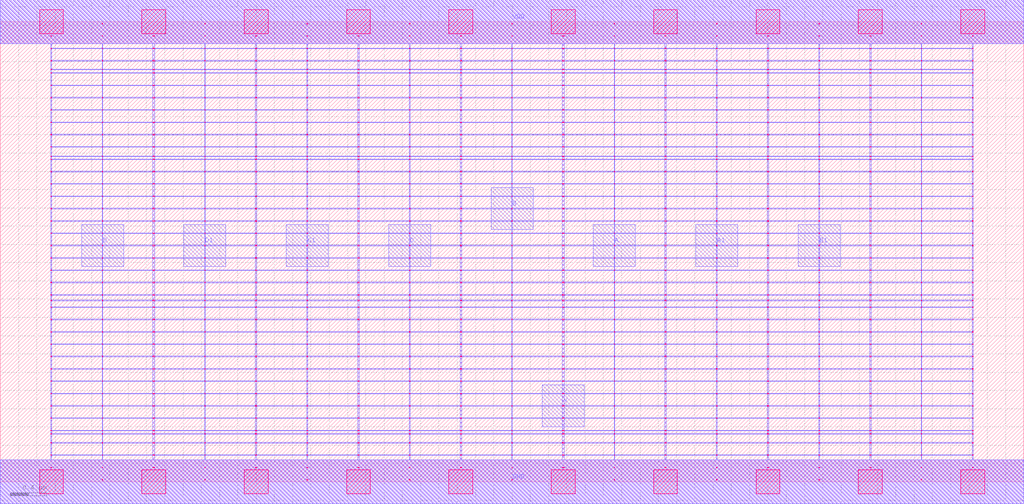
<source format=lef>
MACRO AAOAAOI2222_DEBUG
 CLASS CORE ;
 FOREIGN AAOAAOI2222_DEBUG 0 0 ;
 SIZE 11.200000000000001 BY 5.04 ;
 ORIGIN 0 0 ;
 SYMMETRY X Y R90 ;
 SITE unit ;
  PIN VDD
   DIRECTION INOUT ;
   USE SIGNAL ;
   SHAPE ABUTMENT ;
    PORT
     CLASS CORE ;
       LAYER met1 ;
        RECT 0.00000000 4.80000000 11.20000000 5.28000000 ;
       LAYER met2 ;
        RECT 0.00000000 4.80000000 11.20000000 5.28000000 ;
    END
  END VDD

  PIN GND
   DIRECTION INOUT ;
   USE SIGNAL ;
   SHAPE ABUTMENT ;
    PORT
     CLASS CORE ;
       LAYER met1 ;
        RECT 0.00000000 -0.24000000 11.20000000 0.24000000 ;
       LAYER met2 ;
        RECT 0.00000000 -0.24000000 11.20000000 0.24000000 ;
    END
  END GND

  PIN Y
   DIRECTION INOUT ;
   USE SIGNAL ;
   SHAPE ABUTMENT ;
    PORT
     CLASS CORE ;
       LAYER met2 ;
        RECT 5.93000000 0.60200000 6.39000000 1.06200000 ;
    END
  END Y

  PIN D
   DIRECTION INOUT ;
   USE SIGNAL ;
   SHAPE ABUTMENT ;
    PORT
     CLASS CORE ;
       LAYER met2 ;
        RECT 0.89000000 2.35700000 1.35000000 2.81700000 ;
    END
  END D

  PIN C
   DIRECTION INOUT ;
   USE SIGNAL ;
   SHAPE ABUTMENT ;
    PORT
     CLASS CORE ;
       LAYER met2 ;
        RECT 4.25000000 2.35700000 4.71000000 2.81700000 ;
    END
  END C

  PIN B1
   DIRECTION INOUT ;
   USE SIGNAL ;
   SHAPE ABUTMENT ;
    PORT
     CLASS CORE ;
       LAYER met2 ;
        RECT 8.73000000 2.35700000 9.19000000 2.81700000 ;
    END
  END B1

  PIN D1
   DIRECTION INOUT ;
   USE SIGNAL ;
   SHAPE ABUTMENT ;
    PORT
     CLASS CORE ;
       LAYER met2 ;
        RECT 2.01000000 2.35700000 2.47000000 2.81700000 ;
    END
  END D1

  PIN C1
   DIRECTION INOUT ;
   USE SIGNAL ;
   SHAPE ABUTMENT ;
    PORT
     CLASS CORE ;
       LAYER met2 ;
        RECT 3.13000000 2.35700000 3.59000000 2.81700000 ;
    END
  END C1

  PIN A1
   DIRECTION INOUT ;
   USE SIGNAL ;
   SHAPE ABUTMENT ;
    PORT
     CLASS CORE ;
       LAYER met2 ;
        RECT 7.61000000 2.35700000 8.07000000 2.81700000 ;
    END
  END A1

  PIN B
   DIRECTION INOUT ;
   USE SIGNAL ;
   SHAPE ABUTMENT ;
    PORT
     CLASS CORE ;
       LAYER met2 ;
        RECT 5.37000000 2.76200000 5.83000000 3.22200000 ;
    END
  END B

  PIN A
   DIRECTION INOUT ;
   USE SIGNAL ;
   SHAPE ABUTMENT ;
    PORT
     CLASS CORE ;
       LAYER met2 ;
        RECT 6.49000000 2.35700000 6.95000000 2.81700000 ;
    END
  END A

 OBS
    LAYER polycont ;
     RECT 5.59600000 0.15300000 5.60400000 0.16100000 ;
     RECT 5.59600000 0.28800000 5.60400000 0.29600000 ;
     RECT 5.59600000 0.42300000 5.60400000 0.43100000 ;
     RECT 5.59600000 0.52100000 5.60400000 0.52900000 ;
     RECT 5.59600000 0.55800000 5.60400000 0.56600000 ;
     RECT 5.59600000 0.69300000 5.60400000 0.70100000 ;
     RECT 5.59600000 0.82800000 5.60400000 0.83600000 ;
     RECT 5.59600000 0.96300000 5.60400000 0.97100000 ;
     RECT 5.59600000 1.09800000 5.60400000 1.10600000 ;
     RECT 5.59600000 1.23300000 5.60400000 1.24100000 ;
     RECT 5.59600000 1.36800000 5.60400000 1.37600000 ;
     RECT 5.59600000 1.50300000 5.60400000 1.51100000 ;
     RECT 5.59600000 1.63800000 5.60400000 1.64600000 ;
     RECT 5.59600000 1.77300000 5.60400000 1.78100000 ;
     RECT 5.59600000 1.90800000 5.60400000 1.91600000 ;
     RECT 5.59600000 1.98100000 5.60400000 1.98900000 ;
     RECT 5.59600000 2.04300000 5.60400000 2.05100000 ;
     RECT 5.59600000 2.17800000 5.60400000 2.18600000 ;
     RECT 5.59600000 2.31300000 5.60400000 2.32100000 ;
     RECT 5.59600000 2.44800000 5.60400000 2.45600000 ;
     RECT 5.59600000 2.58300000 5.60400000 2.59100000 ;
     RECT 5.59600000 2.71800000 5.60400000 2.72600000 ;
     RECT 5.59600000 2.85300000 5.60400000 2.86100000 ;
     RECT 5.59600000 2.98800000 5.60400000 2.99600000 ;
     RECT 7.83600000 2.58300000 7.84400000 2.59100000 ;
     RECT 8.39100000 2.58300000 8.40900000 2.59100000 ;
     RECT 8.95600000 2.58300000 8.96400000 2.59100000 ;
     RECT 9.51600000 2.58300000 9.52900000 2.59100000 ;
     RECT 10.07600000 2.58300000 10.08400000 2.59100000 ;
     RECT 10.63600000 2.58300000 10.64400000 2.59100000 ;
     RECT 6.15100000 2.58300000 6.16900000 2.59100000 ;
     RECT 6.15100000 2.71800000 6.16900000 2.72600000 ;
     RECT 6.71600000 2.71800000 6.72400000 2.72600000 ;
     RECT 7.27100000 2.71800000 7.28900000 2.72600000 ;
     RECT 7.83600000 2.71800000 7.84400000 2.72600000 ;
     RECT 8.39100000 2.71800000 8.40900000 2.72600000 ;
     RECT 8.95600000 2.71800000 8.96400000 2.72600000 ;
     RECT 9.51600000 2.71800000 9.52900000 2.72600000 ;
     RECT 10.07600000 2.71800000 10.08400000 2.72600000 ;
     RECT 10.63600000 2.71800000 10.64400000 2.72600000 ;
     RECT 6.71600000 2.58300000 6.72400000 2.59100000 ;
     RECT 6.15100000 2.85300000 6.16900000 2.86100000 ;
     RECT 6.71600000 2.85300000 6.72400000 2.86100000 ;
     RECT 7.27100000 2.85300000 7.28900000 2.86100000 ;
     RECT 7.83600000 2.85300000 7.84400000 2.86100000 ;
     RECT 8.39100000 2.85300000 8.40900000 2.86100000 ;
     RECT 8.95600000 2.85300000 8.96400000 2.86100000 ;
     RECT 9.51600000 2.85300000 9.52900000 2.86100000 ;
     RECT 10.07600000 2.85300000 10.08400000 2.86100000 ;
     RECT 10.63600000 2.85300000 10.64400000 2.86100000 ;
     RECT 7.27100000 2.58300000 7.28900000 2.59100000 ;
     RECT 6.15100000 2.98800000 6.16900000 2.99600000 ;
     RECT 6.71600000 2.98800000 6.72400000 2.99600000 ;
     RECT 7.27100000 2.98800000 7.28900000 2.99600000 ;
     RECT 7.83600000 2.98800000 7.84400000 2.99600000 ;
     RECT 8.39100000 2.98800000 8.40900000 2.99600000 ;
     RECT 8.95600000 2.98800000 8.96400000 2.99600000 ;
     RECT 9.51600000 2.98800000 9.52900000 2.99600000 ;
     RECT 10.07600000 2.98800000 10.08400000 2.99600000 ;
     RECT 10.63600000 2.98800000 10.64400000 2.99600000 ;
     RECT 10.07600000 3.12300000 10.08400000 3.13100000 ;
     RECT 10.63600000 3.12300000 10.64400000 3.13100000 ;
     RECT 10.07600000 3.25800000 10.08400000 3.26600000 ;
     RECT 10.63600000 3.25800000 10.64400000 3.26600000 ;
     RECT 10.07600000 3.39300000 10.08400000 3.40100000 ;
     RECT 10.63600000 3.39300000 10.64400000 3.40100000 ;
     RECT 10.07600000 3.52800000 10.08400000 3.53600000 ;
     RECT 10.63600000 3.52800000 10.64400000 3.53600000 ;
     RECT 10.07600000 3.56100000 10.08400000 3.56900000 ;
     RECT 10.63600000 3.56100000 10.64400000 3.56900000 ;
     RECT 10.07600000 3.66300000 10.08400000 3.67100000 ;
     RECT 10.63600000 3.66300000 10.64400000 3.67100000 ;
     RECT 10.07600000 3.79800000 10.08400000 3.80600000 ;
     RECT 10.63600000 3.79800000 10.64400000 3.80600000 ;
     RECT 10.07600000 3.93300000 10.08400000 3.94100000 ;
     RECT 10.63600000 3.93300000 10.64400000 3.94100000 ;
     RECT 10.07600000 4.06800000 10.08400000 4.07600000 ;
     RECT 10.63600000 4.06800000 10.64400000 4.07600000 ;
     RECT 10.07600000 4.20300000 10.08400000 4.21100000 ;
     RECT 10.63600000 4.20300000 10.64400000 4.21100000 ;
     RECT 10.07600000 4.33800000 10.08400000 4.34600000 ;
     RECT 10.63600000 4.33800000 10.64400000 4.34600000 ;
     RECT 10.07600000 4.47300000 10.08400000 4.48100000 ;
     RECT 10.63600000 4.47300000 10.64400000 4.48100000 ;
     RECT 10.07600000 4.51100000 10.08400000 4.51900000 ;
     RECT 10.63600000 4.51100000 10.64400000 4.51900000 ;
     RECT 10.07600000 4.60800000 10.08400000 4.61600000 ;
     RECT 10.63600000 4.60800000 10.64400000 4.61600000 ;
     RECT 10.07600000 4.74300000 10.08400000 4.75100000 ;
     RECT 10.63600000 4.74300000 10.64400000 4.75100000 ;
     RECT 10.07600000 4.87800000 10.08400000 4.88600000 ;
     RECT 10.63600000 4.87800000 10.64400000 4.88600000 ;
     RECT 0.55100000 2.58300000 0.56400000 2.59100000 ;
     RECT 0.55100000 2.71800000 0.56400000 2.72600000 ;
     RECT 0.55100000 2.85300000 0.56400000 2.86100000 ;
     RECT 1.11600000 2.85300000 1.12400000 2.86100000 ;
     RECT 1.67100000 2.85300000 1.68900000 2.86100000 ;
     RECT 2.23600000 2.85300000 2.24400000 2.86100000 ;
     RECT 2.79100000 2.85300000 2.80900000 2.86100000 ;
     RECT 3.35600000 2.85300000 3.36400000 2.86100000 ;
     RECT 3.91100000 2.85300000 3.92900000 2.86100000 ;
     RECT 4.47600000 2.85300000 4.48400000 2.86100000 ;
     RECT 5.03100000 2.85300000 5.04900000 2.86100000 ;
     RECT 1.11600000 2.71800000 1.12400000 2.72600000 ;
     RECT 1.67100000 2.71800000 1.68900000 2.72600000 ;
     RECT 2.23600000 2.71800000 2.24400000 2.72600000 ;
     RECT 2.79100000 2.71800000 2.80900000 2.72600000 ;
     RECT 3.35600000 2.71800000 3.36400000 2.72600000 ;
     RECT 3.91100000 2.71800000 3.92900000 2.72600000 ;
     RECT 4.47600000 2.71800000 4.48400000 2.72600000 ;
     RECT 5.03100000 2.71800000 5.04900000 2.72600000 ;
     RECT 1.11600000 2.58300000 1.12400000 2.59100000 ;
     RECT 1.67100000 2.58300000 1.68900000 2.59100000 ;
     RECT 0.55100000 2.98800000 0.56400000 2.99600000 ;
     RECT 1.11600000 2.98800000 1.12400000 2.99600000 ;
     RECT 1.67100000 2.98800000 1.68900000 2.99600000 ;
     RECT 2.23600000 2.98800000 2.24400000 2.99600000 ;
     RECT 2.79100000 2.98800000 2.80900000 2.99600000 ;
     RECT 3.35600000 2.98800000 3.36400000 2.99600000 ;
     RECT 3.91100000 2.98800000 3.92900000 2.99600000 ;
     RECT 4.47600000 2.98800000 4.48400000 2.99600000 ;
     RECT 5.03100000 2.98800000 5.04900000 2.99600000 ;
     RECT 2.23600000 2.58300000 2.24400000 2.59100000 ;
     RECT 2.79100000 2.58300000 2.80900000 2.59100000 ;
     RECT 3.35600000 2.58300000 3.36400000 2.59100000 ;
     RECT 3.91100000 2.58300000 3.92900000 2.59100000 ;
     RECT 4.47600000 2.58300000 4.48400000 2.59100000 ;
     RECT 5.03100000 2.58300000 5.04900000 2.59100000 ;

    LAYER pdiffc ;
     RECT 0.55100000 3.39300000 0.55900000 3.40100000 ;
     RECT 9.52100000 3.39300000 9.52900000 3.40100000 ;
     RECT 0.55100000 3.52800000 0.55900000 3.53600000 ;
     RECT 9.52100000 3.52800000 9.52900000 3.53600000 ;
     RECT 0.55100000 3.56100000 0.55900000 3.56900000 ;
     RECT 9.52100000 3.56100000 9.52900000 3.56900000 ;
     RECT 0.55100000 3.66300000 0.55900000 3.67100000 ;
     RECT 9.52100000 3.66300000 9.52900000 3.67100000 ;
     RECT 0.55100000 3.79800000 0.55900000 3.80600000 ;
     RECT 9.52100000 3.79800000 9.52900000 3.80600000 ;
     RECT 0.55100000 3.93300000 0.55900000 3.94100000 ;
     RECT 9.52100000 3.93300000 9.52900000 3.94100000 ;
     RECT 0.55100000 4.06800000 0.55900000 4.07600000 ;
     RECT 9.52100000 4.06800000 9.52900000 4.07600000 ;
     RECT 0.55100000 4.20300000 0.55900000 4.21100000 ;
     RECT 9.52100000 4.20300000 9.52900000 4.21100000 ;
     RECT 0.55100000 4.33800000 0.55900000 4.34600000 ;
     RECT 9.52100000 4.33800000 9.52900000 4.34600000 ;
     RECT 0.55100000 4.47300000 0.55900000 4.48100000 ;
     RECT 9.52100000 4.47300000 9.52900000 4.48100000 ;
     RECT 0.55100000 4.51100000 0.55900000 4.51900000 ;
     RECT 9.52100000 4.51100000 9.52900000 4.51900000 ;
     RECT 0.55100000 4.60800000 0.55900000 4.61600000 ;
     RECT 9.52100000 4.60800000 9.52900000 4.61600000 ;

    LAYER ndiffc ;
     RECT 6.15100000 0.42300000 6.16900000 0.43100000 ;
     RECT 7.27100000 0.42300000 7.28900000 0.43100000 ;
     RECT 8.39100000 0.42300000 8.40900000 0.43100000 ;
     RECT 9.51600000 0.42300000 9.52900000 0.43100000 ;
     RECT 10.63600000 0.42300000 10.64400000 0.43100000 ;
     RECT 6.15100000 0.52100000 6.16900000 0.52900000 ;
     RECT 7.27100000 0.52100000 7.28900000 0.52900000 ;
     RECT 8.39100000 0.52100000 8.40900000 0.52900000 ;
     RECT 9.51600000 0.52100000 9.52900000 0.52900000 ;
     RECT 10.63600000 0.52100000 10.64400000 0.52900000 ;
     RECT 6.15100000 0.55800000 6.16900000 0.56600000 ;
     RECT 7.27100000 0.55800000 7.28900000 0.56600000 ;
     RECT 8.39100000 0.55800000 8.40900000 0.56600000 ;
     RECT 9.51600000 0.55800000 9.52900000 0.56600000 ;
     RECT 10.63600000 0.55800000 10.64400000 0.56600000 ;
     RECT 6.15100000 0.69300000 6.16900000 0.70100000 ;
     RECT 7.27100000 0.69300000 7.28900000 0.70100000 ;
     RECT 8.39100000 0.69300000 8.40900000 0.70100000 ;
     RECT 9.51600000 0.69300000 9.52900000 0.70100000 ;
     RECT 10.63600000 0.69300000 10.64400000 0.70100000 ;
     RECT 6.15100000 0.82800000 6.16900000 0.83600000 ;
     RECT 7.27100000 0.82800000 7.28900000 0.83600000 ;
     RECT 8.39100000 0.82800000 8.40900000 0.83600000 ;
     RECT 9.51600000 0.82800000 9.52900000 0.83600000 ;
     RECT 10.63600000 0.82800000 10.64400000 0.83600000 ;
     RECT 6.15100000 0.96300000 6.16900000 0.97100000 ;
     RECT 7.27100000 0.96300000 7.28900000 0.97100000 ;
     RECT 8.39100000 0.96300000 8.40900000 0.97100000 ;
     RECT 9.51600000 0.96300000 9.52900000 0.97100000 ;
     RECT 10.63600000 0.96300000 10.64400000 0.97100000 ;
     RECT 6.15100000 1.09800000 6.16900000 1.10600000 ;
     RECT 7.27100000 1.09800000 7.28900000 1.10600000 ;
     RECT 8.39100000 1.09800000 8.40900000 1.10600000 ;
     RECT 9.51600000 1.09800000 9.52900000 1.10600000 ;
     RECT 10.63600000 1.09800000 10.64400000 1.10600000 ;
     RECT 6.15100000 1.23300000 6.16900000 1.24100000 ;
     RECT 7.27100000 1.23300000 7.28900000 1.24100000 ;
     RECT 8.39100000 1.23300000 8.40900000 1.24100000 ;
     RECT 9.51600000 1.23300000 9.52900000 1.24100000 ;
     RECT 10.63600000 1.23300000 10.64400000 1.24100000 ;
     RECT 6.15100000 1.36800000 6.16900000 1.37600000 ;
     RECT 7.27100000 1.36800000 7.28900000 1.37600000 ;
     RECT 8.39100000 1.36800000 8.40900000 1.37600000 ;
     RECT 9.51600000 1.36800000 9.52900000 1.37600000 ;
     RECT 10.63600000 1.36800000 10.64400000 1.37600000 ;
     RECT 6.15100000 1.50300000 6.16900000 1.51100000 ;
     RECT 7.27100000 1.50300000 7.28900000 1.51100000 ;
     RECT 8.39100000 1.50300000 8.40900000 1.51100000 ;
     RECT 9.51600000 1.50300000 9.52900000 1.51100000 ;
     RECT 10.63600000 1.50300000 10.64400000 1.51100000 ;
     RECT 6.15100000 1.63800000 6.16900000 1.64600000 ;
     RECT 7.27100000 1.63800000 7.28900000 1.64600000 ;
     RECT 8.39100000 1.63800000 8.40900000 1.64600000 ;
     RECT 9.51600000 1.63800000 9.52900000 1.64600000 ;
     RECT 10.63600000 1.63800000 10.64400000 1.64600000 ;
     RECT 6.15100000 1.77300000 6.16900000 1.78100000 ;
     RECT 7.27100000 1.77300000 7.28900000 1.78100000 ;
     RECT 8.39100000 1.77300000 8.40900000 1.78100000 ;
     RECT 9.51600000 1.77300000 9.52900000 1.78100000 ;
     RECT 10.63600000 1.77300000 10.64400000 1.78100000 ;
     RECT 6.15100000 1.90800000 6.16900000 1.91600000 ;
     RECT 7.27100000 1.90800000 7.28900000 1.91600000 ;
     RECT 8.39100000 1.90800000 8.40900000 1.91600000 ;
     RECT 9.51600000 1.90800000 9.52900000 1.91600000 ;
     RECT 10.63600000 1.90800000 10.64400000 1.91600000 ;
     RECT 6.15100000 1.98100000 6.16900000 1.98900000 ;
     RECT 7.27100000 1.98100000 7.28900000 1.98900000 ;
     RECT 8.39100000 1.98100000 8.40900000 1.98900000 ;
     RECT 9.51600000 1.98100000 9.52900000 1.98900000 ;
     RECT 10.63600000 1.98100000 10.64400000 1.98900000 ;
     RECT 6.15100000 2.04300000 6.16900000 2.05100000 ;
     RECT 7.27100000 2.04300000 7.28900000 2.05100000 ;
     RECT 8.39100000 2.04300000 8.40900000 2.05100000 ;
     RECT 9.51600000 2.04300000 9.52900000 2.05100000 ;
     RECT 10.63600000 2.04300000 10.64400000 2.05100000 ;
     RECT 0.55100000 0.42300000 0.56400000 0.43100000 ;
     RECT 1.67100000 0.42300000 1.68900000 0.43100000 ;
     RECT 2.79100000 0.42300000 2.80900000 0.43100000 ;
     RECT 3.91100000 0.42300000 3.92900000 0.43100000 ;
     RECT 5.03100000 0.42300000 5.04900000 0.43100000 ;
     RECT 0.55100000 1.36800000 0.56400000 1.37600000 ;
     RECT 1.67100000 1.36800000 1.68900000 1.37600000 ;
     RECT 2.79100000 1.36800000 2.80900000 1.37600000 ;
     RECT 3.91100000 1.36800000 3.92900000 1.37600000 ;
     RECT 5.03100000 1.36800000 5.04900000 1.37600000 ;
     RECT 0.55100000 0.82800000 0.56400000 0.83600000 ;
     RECT 1.67100000 0.82800000 1.68900000 0.83600000 ;
     RECT 2.79100000 0.82800000 2.80900000 0.83600000 ;
     RECT 3.91100000 0.82800000 3.92900000 0.83600000 ;
     RECT 5.03100000 0.82800000 5.04900000 0.83600000 ;
     RECT 0.55100000 1.50300000 0.56400000 1.51100000 ;
     RECT 1.67100000 1.50300000 1.68900000 1.51100000 ;
     RECT 2.79100000 1.50300000 2.80900000 1.51100000 ;
     RECT 3.91100000 1.50300000 3.92900000 1.51100000 ;
     RECT 5.03100000 1.50300000 5.04900000 1.51100000 ;
     RECT 0.55100000 0.55800000 0.56400000 0.56600000 ;
     RECT 1.67100000 0.55800000 1.68900000 0.56600000 ;
     RECT 2.79100000 0.55800000 2.80900000 0.56600000 ;
     RECT 3.91100000 0.55800000 3.92900000 0.56600000 ;
     RECT 5.03100000 0.55800000 5.04900000 0.56600000 ;
     RECT 0.55100000 1.63800000 0.56400000 1.64600000 ;
     RECT 1.67100000 1.63800000 1.68900000 1.64600000 ;
     RECT 2.79100000 1.63800000 2.80900000 1.64600000 ;
     RECT 3.91100000 1.63800000 3.92900000 1.64600000 ;
     RECT 5.03100000 1.63800000 5.04900000 1.64600000 ;
     RECT 0.55100000 0.96300000 0.56400000 0.97100000 ;
     RECT 1.67100000 0.96300000 1.68900000 0.97100000 ;
     RECT 2.79100000 0.96300000 2.80900000 0.97100000 ;
     RECT 3.91100000 0.96300000 3.92900000 0.97100000 ;
     RECT 5.03100000 0.96300000 5.04900000 0.97100000 ;
     RECT 0.55100000 1.77300000 0.56400000 1.78100000 ;
     RECT 1.67100000 1.77300000 1.68900000 1.78100000 ;
     RECT 2.79100000 1.77300000 2.80900000 1.78100000 ;
     RECT 3.91100000 1.77300000 3.92900000 1.78100000 ;
     RECT 5.03100000 1.77300000 5.04900000 1.78100000 ;
     RECT 0.55100000 0.52100000 0.56400000 0.52900000 ;
     RECT 1.67100000 0.52100000 1.68900000 0.52900000 ;
     RECT 2.79100000 0.52100000 2.80900000 0.52900000 ;
     RECT 3.91100000 0.52100000 3.92900000 0.52900000 ;
     RECT 5.03100000 0.52100000 5.04900000 0.52900000 ;
     RECT 0.55100000 1.90800000 0.56400000 1.91600000 ;
     RECT 1.67100000 1.90800000 1.68900000 1.91600000 ;
     RECT 2.79100000 1.90800000 2.80900000 1.91600000 ;
     RECT 3.91100000 1.90800000 3.92900000 1.91600000 ;
     RECT 5.03100000 1.90800000 5.04900000 1.91600000 ;
     RECT 0.55100000 1.09800000 0.56400000 1.10600000 ;
     RECT 1.67100000 1.09800000 1.68900000 1.10600000 ;
     RECT 2.79100000 1.09800000 2.80900000 1.10600000 ;
     RECT 3.91100000 1.09800000 3.92900000 1.10600000 ;
     RECT 5.03100000 1.09800000 5.04900000 1.10600000 ;
     RECT 0.55100000 1.98100000 0.56400000 1.98900000 ;
     RECT 1.67100000 1.98100000 1.68900000 1.98900000 ;
     RECT 2.79100000 1.98100000 2.80900000 1.98900000 ;
     RECT 3.91100000 1.98100000 3.92900000 1.98900000 ;
     RECT 5.03100000 1.98100000 5.04900000 1.98900000 ;
     RECT 0.55100000 0.69300000 0.56400000 0.70100000 ;
     RECT 1.67100000 0.69300000 1.68900000 0.70100000 ;
     RECT 2.79100000 0.69300000 2.80900000 0.70100000 ;
     RECT 3.91100000 0.69300000 3.92900000 0.70100000 ;
     RECT 5.03100000 0.69300000 5.04900000 0.70100000 ;
     RECT 0.55100000 2.04300000 0.56400000 2.05100000 ;
     RECT 1.67100000 2.04300000 1.68900000 2.05100000 ;
     RECT 2.79100000 2.04300000 2.80900000 2.05100000 ;
     RECT 3.91100000 2.04300000 3.92900000 2.05100000 ;
     RECT 5.03100000 2.04300000 5.04900000 2.05100000 ;
     RECT 0.55100000 1.23300000 0.56400000 1.24100000 ;
     RECT 1.67100000 1.23300000 1.68900000 1.24100000 ;
     RECT 2.79100000 1.23300000 2.80900000 1.24100000 ;
     RECT 3.91100000 1.23300000 3.92900000 1.24100000 ;
     RECT 5.03100000 1.23300000 5.04900000 1.24100000 ;

    LAYER met1 ;
     RECT 0.00000000 -0.24000000 11.20000000 0.24000000 ;
     RECT 5.59600000 0.24000000 5.60400000 0.28800000 ;
     RECT 0.55100000 0.28800000 10.64400000 0.29600000 ;
     RECT 5.59600000 0.29600000 5.60400000 0.42300000 ;
     RECT 0.55100000 0.42300000 10.64400000 0.43100000 ;
     RECT 5.59600000 0.43100000 5.60400000 0.52100000 ;
     RECT 0.55100000 0.52100000 10.64400000 0.52900000 ;
     RECT 5.59600000 0.52900000 5.60400000 0.55800000 ;
     RECT 0.55100000 0.55800000 10.64400000 0.56600000 ;
     RECT 5.59600000 0.56600000 5.60400000 0.69300000 ;
     RECT 0.55100000 0.69300000 10.64400000 0.70100000 ;
     RECT 5.59600000 0.70100000 5.60400000 0.82800000 ;
     RECT 0.55100000 0.82800000 10.64400000 0.83600000 ;
     RECT 5.59600000 0.83600000 5.60400000 0.96300000 ;
     RECT 0.55100000 0.96300000 10.64400000 0.97100000 ;
     RECT 5.59600000 0.97100000 5.60400000 1.09800000 ;
     RECT 0.55100000 1.09800000 10.64400000 1.10600000 ;
     RECT 5.59600000 1.10600000 5.60400000 1.23300000 ;
     RECT 0.55100000 1.23300000 10.64400000 1.24100000 ;
     RECT 5.59600000 1.24100000 5.60400000 1.36800000 ;
     RECT 0.55100000 1.36800000 10.64400000 1.37600000 ;
     RECT 5.59600000 1.37600000 5.60400000 1.50300000 ;
     RECT 0.55100000 1.50300000 10.64400000 1.51100000 ;
     RECT 5.59600000 1.51100000 5.60400000 1.63800000 ;
     RECT 0.55100000 1.63800000 10.64400000 1.64600000 ;
     RECT 5.59600000 1.64600000 5.60400000 1.77300000 ;
     RECT 0.55100000 1.77300000 10.64400000 1.78100000 ;
     RECT 5.59600000 1.78100000 5.60400000 1.90800000 ;
     RECT 0.55100000 1.90800000 10.64400000 1.91600000 ;
     RECT 5.59600000 1.91600000 5.60400000 1.98100000 ;
     RECT 0.55100000 1.98100000 10.64400000 1.98900000 ;
     RECT 5.59600000 1.98900000 5.60400000 2.04300000 ;
     RECT 0.55100000 2.04300000 10.64400000 2.05100000 ;
     RECT 5.59600000 2.05100000 5.60400000 2.17800000 ;
     RECT 0.55100000 2.17800000 10.64400000 2.18600000 ;
     RECT 5.59600000 2.18600000 5.60400000 2.31300000 ;
     RECT 0.55100000 2.31300000 10.64400000 2.32100000 ;
     RECT 5.59600000 2.32100000 5.60400000 2.44800000 ;
     RECT 0.55100000 2.44800000 10.64400000 2.45600000 ;
     RECT 0.55100000 2.45600000 0.56400000 2.58300000 ;
     RECT 1.11600000 2.45600000 1.12400000 2.58300000 ;
     RECT 1.67100000 2.45600000 1.68900000 2.58300000 ;
     RECT 2.23600000 2.45600000 2.24400000 2.58300000 ;
     RECT 2.79100000 2.45600000 2.80900000 2.58300000 ;
     RECT 3.35600000 2.45600000 3.36400000 2.58300000 ;
     RECT 3.91100000 2.45600000 3.92900000 2.58300000 ;
     RECT 4.47600000 2.45600000 4.48400000 2.58300000 ;
     RECT 5.03100000 2.45600000 5.04900000 2.58300000 ;
     RECT 5.59600000 2.45600000 5.60400000 2.58300000 ;
     RECT 6.15100000 2.45600000 6.16900000 2.58300000 ;
     RECT 6.71600000 2.45600000 6.72400000 2.58300000 ;
     RECT 7.27100000 2.45600000 7.28900000 2.58300000 ;
     RECT 7.83600000 2.45600000 7.84400000 2.58300000 ;
     RECT 8.39100000 2.45600000 8.40900000 2.58300000 ;
     RECT 8.95600000 2.45600000 8.96400000 2.58300000 ;
     RECT 9.51600000 2.45600000 9.52900000 2.58300000 ;
     RECT 10.07600000 2.45600000 10.08400000 2.58300000 ;
     RECT 10.63600000 2.45600000 10.64400000 2.58300000 ;
     RECT 0.55100000 2.58300000 10.64400000 2.59100000 ;
     RECT 5.59600000 2.59100000 5.60400000 2.71800000 ;
     RECT 0.55100000 2.71800000 10.64400000 2.72600000 ;
     RECT 5.59600000 2.72600000 5.60400000 2.85300000 ;
     RECT 0.55100000 2.85300000 10.64400000 2.86100000 ;
     RECT 5.59600000 2.86100000 5.60400000 2.98800000 ;
     RECT 0.55100000 2.98800000 10.64400000 2.99600000 ;
     RECT 5.59600000 2.99600000 5.60400000 3.12300000 ;
     RECT 0.55100000 3.12300000 10.64400000 3.13100000 ;
     RECT 5.59600000 3.13100000 5.60400000 3.25800000 ;
     RECT 0.55100000 3.25800000 10.64400000 3.26600000 ;
     RECT 5.59600000 3.26600000 5.60400000 3.39300000 ;
     RECT 0.55100000 3.39300000 10.64400000 3.40100000 ;
     RECT 5.59600000 3.40100000 5.60400000 3.52800000 ;
     RECT 0.55100000 3.52800000 10.64400000 3.53600000 ;
     RECT 5.59600000 3.53600000 5.60400000 3.56100000 ;
     RECT 0.55100000 3.56100000 10.64400000 3.56900000 ;
     RECT 5.59600000 3.56900000 5.60400000 3.66300000 ;
     RECT 0.55100000 3.66300000 10.64400000 3.67100000 ;
     RECT 5.59600000 3.67100000 5.60400000 3.79800000 ;
     RECT 0.55100000 3.79800000 10.64400000 3.80600000 ;
     RECT 5.59600000 3.80600000 5.60400000 3.93300000 ;
     RECT 0.55100000 3.93300000 10.64400000 3.94100000 ;
     RECT 5.59600000 3.94100000 5.60400000 4.06800000 ;
     RECT 0.55100000 4.06800000 10.64400000 4.07600000 ;
     RECT 5.59600000 4.07600000 5.60400000 4.20300000 ;
     RECT 0.55100000 4.20300000 10.64400000 4.21100000 ;
     RECT 5.59600000 4.21100000 5.60400000 4.33800000 ;
     RECT 0.55100000 4.33800000 10.64400000 4.34600000 ;
     RECT 5.59600000 4.34600000 5.60400000 4.47300000 ;
     RECT 0.55100000 4.47300000 10.64400000 4.48100000 ;
     RECT 5.59600000 4.48100000 5.60400000 4.51100000 ;
     RECT 0.55100000 4.51100000 10.64400000 4.51900000 ;
     RECT 5.59600000 4.51900000 5.60400000 4.60800000 ;
     RECT 0.55100000 4.60800000 10.64400000 4.61600000 ;
     RECT 5.59600000 4.61600000 5.60400000 4.74300000 ;
     RECT 0.55100000 4.74300000 10.64400000 4.75100000 ;
     RECT 5.59600000 4.75100000 5.60400000 4.80000000 ;
     RECT 0.00000000 4.80000000 11.20000000 5.28000000 ;
     RECT 8.39100000 2.99600000 8.40900000 3.12300000 ;
     RECT 8.39100000 3.13100000 8.40900000 3.25800000 ;
     RECT 8.39100000 3.26600000 8.40900000 3.39300000 ;
     RECT 8.39100000 3.40100000 8.40900000 3.52800000 ;
     RECT 8.39100000 3.53600000 8.40900000 3.56100000 ;
     RECT 8.39100000 2.72600000 8.40900000 2.85300000 ;
     RECT 8.39100000 3.56900000 8.40900000 3.66300000 ;
     RECT 8.39100000 3.67100000 8.40900000 3.79800000 ;
     RECT 6.15100000 3.80600000 6.16900000 3.93300000 ;
     RECT 6.71600000 3.80600000 6.72400000 3.93300000 ;
     RECT 7.27100000 3.80600000 7.28900000 3.93300000 ;
     RECT 7.83600000 3.80600000 7.84400000 3.93300000 ;
     RECT 8.39100000 3.80600000 8.40900000 3.93300000 ;
     RECT 8.95600000 3.80600000 8.96400000 3.93300000 ;
     RECT 9.51600000 3.80600000 9.52900000 3.93300000 ;
     RECT 10.07600000 3.80600000 10.08400000 3.93300000 ;
     RECT 10.63600000 3.80600000 10.64400000 3.93300000 ;
     RECT 8.39100000 3.94100000 8.40900000 4.06800000 ;
     RECT 8.39100000 4.07600000 8.40900000 4.20300000 ;
     RECT 8.39100000 4.21100000 8.40900000 4.33800000 ;
     RECT 8.39100000 2.86100000 8.40900000 2.98800000 ;
     RECT 8.39100000 4.34600000 8.40900000 4.47300000 ;
     RECT 8.39100000 4.48100000 8.40900000 4.51100000 ;
     RECT 8.39100000 2.59100000 8.40900000 2.71800000 ;
     RECT 8.39100000 4.51900000 8.40900000 4.60800000 ;
     RECT 8.39100000 4.61600000 8.40900000 4.74300000 ;
     RECT 8.39100000 4.75100000 8.40900000 4.80000000 ;
     RECT 9.51600000 3.94100000 9.52900000 4.06800000 ;
     RECT 8.95600000 4.21100000 8.96400000 4.33800000 ;
     RECT 9.51600000 4.21100000 9.52900000 4.33800000 ;
     RECT 10.07600000 4.21100000 10.08400000 4.33800000 ;
     RECT 10.63600000 4.21100000 10.64400000 4.33800000 ;
     RECT 10.07600000 3.94100000 10.08400000 4.06800000 ;
     RECT 10.63600000 3.94100000 10.64400000 4.06800000 ;
     RECT 8.95600000 4.34600000 8.96400000 4.47300000 ;
     RECT 9.51600000 4.34600000 9.52900000 4.47300000 ;
     RECT 10.07600000 4.34600000 10.08400000 4.47300000 ;
     RECT 10.63600000 4.34600000 10.64400000 4.47300000 ;
     RECT 8.95600000 3.94100000 8.96400000 4.06800000 ;
     RECT 8.95600000 4.48100000 8.96400000 4.51100000 ;
     RECT 9.51600000 4.48100000 9.52900000 4.51100000 ;
     RECT 10.07600000 4.48100000 10.08400000 4.51100000 ;
     RECT 10.63600000 4.48100000 10.64400000 4.51100000 ;
     RECT 8.95600000 4.07600000 8.96400000 4.20300000 ;
     RECT 9.51600000 4.07600000 9.52900000 4.20300000 ;
     RECT 8.95600000 4.51900000 8.96400000 4.60800000 ;
     RECT 9.51600000 4.51900000 9.52900000 4.60800000 ;
     RECT 10.07600000 4.51900000 10.08400000 4.60800000 ;
     RECT 10.63600000 4.51900000 10.64400000 4.60800000 ;
     RECT 10.07600000 4.07600000 10.08400000 4.20300000 ;
     RECT 8.95600000 4.61600000 8.96400000 4.74300000 ;
     RECT 9.51600000 4.61600000 9.52900000 4.74300000 ;
     RECT 10.07600000 4.61600000 10.08400000 4.74300000 ;
     RECT 10.63600000 4.61600000 10.64400000 4.74300000 ;
     RECT 10.63600000 4.07600000 10.64400000 4.20300000 ;
     RECT 8.95600000 4.75100000 8.96400000 4.80000000 ;
     RECT 9.51600000 4.75100000 9.52900000 4.80000000 ;
     RECT 10.07600000 4.75100000 10.08400000 4.80000000 ;
     RECT 10.63600000 4.75100000 10.64400000 4.80000000 ;
     RECT 6.71600000 4.07600000 6.72400000 4.20300000 ;
     RECT 7.27100000 4.07600000 7.28900000 4.20300000 ;
     RECT 7.83600000 4.07600000 7.84400000 4.20300000 ;
     RECT 6.71600000 3.94100000 6.72400000 4.06800000 ;
     RECT 7.27100000 3.94100000 7.28900000 4.06800000 ;
     RECT 6.15100000 4.51900000 6.16900000 4.60800000 ;
     RECT 6.71600000 4.51900000 6.72400000 4.60800000 ;
     RECT 7.27100000 4.51900000 7.28900000 4.60800000 ;
     RECT 7.83600000 4.51900000 7.84400000 4.60800000 ;
     RECT 7.83600000 3.94100000 7.84400000 4.06800000 ;
     RECT 6.15100000 4.34600000 6.16900000 4.47300000 ;
     RECT 6.71600000 4.34600000 6.72400000 4.47300000 ;
     RECT 7.27100000 4.34600000 7.28900000 4.47300000 ;
     RECT 7.83600000 4.34600000 7.84400000 4.47300000 ;
     RECT 6.15100000 4.61600000 6.16900000 4.74300000 ;
     RECT 6.71600000 4.61600000 6.72400000 4.74300000 ;
     RECT 7.27100000 4.61600000 7.28900000 4.74300000 ;
     RECT 7.83600000 4.61600000 7.84400000 4.74300000 ;
     RECT 6.15100000 3.94100000 6.16900000 4.06800000 ;
     RECT 6.15100000 4.07600000 6.16900000 4.20300000 ;
     RECT 6.15100000 4.21100000 6.16900000 4.33800000 ;
     RECT 6.71600000 4.21100000 6.72400000 4.33800000 ;
     RECT 7.27100000 4.21100000 7.28900000 4.33800000 ;
     RECT 6.15100000 4.75100000 6.16900000 4.80000000 ;
     RECT 6.71600000 4.75100000 6.72400000 4.80000000 ;
     RECT 7.27100000 4.75100000 7.28900000 4.80000000 ;
     RECT 7.83600000 4.75100000 7.84400000 4.80000000 ;
     RECT 6.15100000 4.48100000 6.16900000 4.51100000 ;
     RECT 6.71600000 4.48100000 6.72400000 4.51100000 ;
     RECT 7.27100000 4.48100000 7.28900000 4.51100000 ;
     RECT 7.83600000 4.48100000 7.84400000 4.51100000 ;
     RECT 7.83600000 4.21100000 7.84400000 4.33800000 ;
     RECT 7.27100000 3.53600000 7.28900000 3.56100000 ;
     RECT 7.83600000 3.53600000 7.84400000 3.56100000 ;
     RECT 7.83600000 3.13100000 7.84400000 3.25800000 ;
     RECT 6.15100000 2.86100000 6.16900000 2.98800000 ;
     RECT 6.71600000 2.86100000 6.72400000 2.98800000 ;
     RECT 7.83600000 2.72600000 7.84400000 2.85300000 ;
     RECT 6.15100000 3.13100000 6.16900000 3.25800000 ;
     RECT 6.15100000 3.56900000 6.16900000 3.66300000 ;
     RECT 6.71600000 3.56900000 6.72400000 3.66300000 ;
     RECT 7.27100000 3.56900000 7.28900000 3.66300000 ;
     RECT 7.83600000 3.56900000 7.84400000 3.66300000 ;
     RECT 6.15100000 2.59100000 6.16900000 2.71800000 ;
     RECT 6.15100000 3.67100000 6.16900000 3.79800000 ;
     RECT 6.71600000 3.67100000 6.72400000 3.79800000 ;
     RECT 7.27100000 2.86100000 7.28900000 2.98800000 ;
     RECT 7.83600000 2.86100000 7.84400000 2.98800000 ;
     RECT 7.27100000 3.67100000 7.28900000 3.79800000 ;
     RECT 7.83600000 3.67100000 7.84400000 3.79800000 ;
     RECT 6.15100000 2.99600000 6.16900000 3.12300000 ;
     RECT 6.15100000 3.26600000 6.16900000 3.39300000 ;
     RECT 6.71600000 3.26600000 6.72400000 3.39300000 ;
     RECT 7.27100000 3.26600000 7.28900000 3.39300000 ;
     RECT 7.83600000 3.26600000 7.84400000 3.39300000 ;
     RECT 6.71600000 3.13100000 6.72400000 3.25800000 ;
     RECT 6.71600000 2.59100000 6.72400000 2.71800000 ;
     RECT 6.15100000 2.72600000 6.16900000 2.85300000 ;
     RECT 6.15100000 3.40100000 6.16900000 3.52800000 ;
     RECT 6.71600000 3.40100000 6.72400000 3.52800000 ;
     RECT 6.71600000 2.99600000 6.72400000 3.12300000 ;
     RECT 7.27100000 2.99600000 7.28900000 3.12300000 ;
     RECT 7.27100000 3.40100000 7.28900000 3.52800000 ;
     RECT 7.27100000 2.59100000 7.28900000 2.71800000 ;
     RECT 7.83600000 2.59100000 7.84400000 2.71800000 ;
     RECT 7.83600000 3.40100000 7.84400000 3.52800000 ;
     RECT 7.27100000 3.13100000 7.28900000 3.25800000 ;
     RECT 6.71600000 2.72600000 6.72400000 2.85300000 ;
     RECT 7.27100000 2.72600000 7.28900000 2.85300000 ;
     RECT 6.15100000 3.53600000 6.16900000 3.56100000 ;
     RECT 6.71600000 3.53600000 6.72400000 3.56100000 ;
     RECT 7.83600000 2.99600000 7.84400000 3.12300000 ;
     RECT 10.07600000 3.56900000 10.08400000 3.66300000 ;
     RECT 10.63600000 3.56900000 10.64400000 3.66300000 ;
     RECT 8.95600000 2.72600000 8.96400000 2.85300000 ;
     RECT 9.51600000 2.72600000 9.52900000 2.85300000 ;
     RECT 8.95600000 2.99600000 8.96400000 3.12300000 ;
     RECT 8.95600000 3.40100000 8.96400000 3.52800000 ;
     RECT 10.63600000 2.86100000 10.64400000 2.98800000 ;
     RECT 9.51600000 3.40100000 9.52900000 3.52800000 ;
     RECT 10.07600000 3.40100000 10.08400000 3.52800000 ;
     RECT 10.63600000 3.40100000 10.64400000 3.52800000 ;
     RECT 8.95600000 3.67100000 8.96400000 3.79800000 ;
     RECT 9.51600000 3.67100000 9.52900000 3.79800000 ;
     RECT 10.07600000 3.67100000 10.08400000 3.79800000 ;
     RECT 10.63600000 3.67100000 10.64400000 3.79800000 ;
     RECT 10.07600000 2.72600000 10.08400000 2.85300000 ;
     RECT 10.63600000 2.72600000 10.64400000 2.85300000 ;
     RECT 9.51600000 2.99600000 9.52900000 3.12300000 ;
     RECT 8.95600000 2.59100000 8.96400000 2.71800000 ;
     RECT 10.07600000 2.99600000 10.08400000 3.12300000 ;
     RECT 10.63600000 2.99600000 10.64400000 3.12300000 ;
     RECT 9.51600000 2.59100000 9.52900000 2.71800000 ;
     RECT 8.95600000 3.26600000 8.96400000 3.39300000 ;
     RECT 9.51600000 3.26600000 9.52900000 3.39300000 ;
     RECT 10.07600000 3.26600000 10.08400000 3.39300000 ;
     RECT 8.95600000 3.53600000 8.96400000 3.56100000 ;
     RECT 8.95600000 2.86100000 8.96400000 2.98800000 ;
     RECT 9.51600000 3.53600000 9.52900000 3.56100000 ;
     RECT 10.07600000 3.53600000 10.08400000 3.56100000 ;
     RECT 10.63600000 3.53600000 10.64400000 3.56100000 ;
     RECT 10.63600000 3.26600000 10.64400000 3.39300000 ;
     RECT 8.95600000 3.13100000 8.96400000 3.25800000 ;
     RECT 9.51600000 3.13100000 9.52900000 3.25800000 ;
     RECT 10.07600000 3.13100000 10.08400000 3.25800000 ;
     RECT 10.63600000 3.13100000 10.64400000 3.25800000 ;
     RECT 10.63600000 2.59100000 10.64400000 2.71800000 ;
     RECT 9.51600000 2.86100000 9.52900000 2.98800000 ;
     RECT 10.07600000 2.86100000 10.08400000 2.98800000 ;
     RECT 10.07600000 2.59100000 10.08400000 2.71800000 ;
     RECT 8.95600000 3.56900000 8.96400000 3.66300000 ;
     RECT 9.51600000 3.56900000 9.52900000 3.66300000 ;
     RECT 2.79100000 2.59100000 2.80900000 2.71800000 ;
     RECT 2.79100000 2.99600000 2.80900000 3.12300000 ;
     RECT 2.79100000 3.94100000 2.80900000 4.06800000 ;
     RECT 2.79100000 3.40100000 2.80900000 3.52800000 ;
     RECT 2.79100000 4.07600000 2.80900000 4.20300000 ;
     RECT 2.79100000 4.21100000 2.80900000 4.33800000 ;
     RECT 2.79100000 3.53600000 2.80900000 3.56100000 ;
     RECT 2.79100000 4.34600000 2.80900000 4.47300000 ;
     RECT 2.79100000 3.13100000 2.80900000 3.25800000 ;
     RECT 2.79100000 3.56900000 2.80900000 3.66300000 ;
     RECT 2.79100000 4.48100000 2.80900000 4.51100000 ;
     RECT 2.79100000 2.86100000 2.80900000 2.98800000 ;
     RECT 2.79100000 4.51900000 2.80900000 4.60800000 ;
     RECT 2.79100000 2.72600000 2.80900000 2.85300000 ;
     RECT 2.79100000 3.67100000 2.80900000 3.79800000 ;
     RECT 2.79100000 4.61600000 2.80900000 4.74300000 ;
     RECT 2.79100000 3.26600000 2.80900000 3.39300000 ;
     RECT 2.79100000 4.75100000 2.80900000 4.80000000 ;
     RECT 0.55100000 3.80600000 0.56400000 3.93300000 ;
     RECT 1.11600000 3.80600000 1.12400000 3.93300000 ;
     RECT 1.67100000 3.80600000 1.68900000 3.93300000 ;
     RECT 2.23600000 3.80600000 2.24400000 3.93300000 ;
     RECT 2.79100000 3.80600000 2.80900000 3.93300000 ;
     RECT 3.35600000 3.80600000 3.36400000 3.93300000 ;
     RECT 3.91100000 3.80600000 3.92900000 3.93300000 ;
     RECT 4.47600000 3.80600000 4.48400000 3.93300000 ;
     RECT 5.03100000 3.80600000 5.04900000 3.93300000 ;
     RECT 3.35600000 4.48100000 3.36400000 4.51100000 ;
     RECT 3.91100000 4.48100000 3.92900000 4.51100000 ;
     RECT 4.47600000 4.48100000 4.48400000 4.51100000 ;
     RECT 5.03100000 4.48100000 5.04900000 4.51100000 ;
     RECT 4.47600000 4.07600000 4.48400000 4.20300000 ;
     RECT 5.03100000 4.07600000 5.04900000 4.20300000 ;
     RECT 3.35600000 4.51900000 3.36400000 4.60800000 ;
     RECT 3.91100000 4.51900000 3.92900000 4.60800000 ;
     RECT 4.47600000 4.51900000 4.48400000 4.60800000 ;
     RECT 5.03100000 4.51900000 5.04900000 4.60800000 ;
     RECT 4.47600000 3.94100000 4.48400000 4.06800000 ;
     RECT 3.35600000 4.21100000 3.36400000 4.33800000 ;
     RECT 3.91100000 4.21100000 3.92900000 4.33800000 ;
     RECT 3.35600000 4.61600000 3.36400000 4.74300000 ;
     RECT 3.91100000 4.61600000 3.92900000 4.74300000 ;
     RECT 4.47600000 4.61600000 4.48400000 4.74300000 ;
     RECT 5.03100000 4.61600000 5.04900000 4.74300000 ;
     RECT 4.47600000 4.21100000 4.48400000 4.33800000 ;
     RECT 5.03100000 4.21100000 5.04900000 4.33800000 ;
     RECT 3.35600000 4.75100000 3.36400000 4.80000000 ;
     RECT 3.91100000 4.75100000 3.92900000 4.80000000 ;
     RECT 4.47600000 4.75100000 4.48400000 4.80000000 ;
     RECT 5.03100000 4.75100000 5.04900000 4.80000000 ;
     RECT 5.03100000 3.94100000 5.04900000 4.06800000 ;
     RECT 3.35600000 3.94100000 3.36400000 4.06800000 ;
     RECT 3.35600000 4.34600000 3.36400000 4.47300000 ;
     RECT 3.91100000 4.34600000 3.92900000 4.47300000 ;
     RECT 4.47600000 4.34600000 4.48400000 4.47300000 ;
     RECT 5.03100000 4.34600000 5.04900000 4.47300000 ;
     RECT 3.91100000 3.94100000 3.92900000 4.06800000 ;
     RECT 3.35600000 4.07600000 3.36400000 4.20300000 ;
     RECT 3.91100000 4.07600000 3.92900000 4.20300000 ;
     RECT 1.11600000 3.94100000 1.12400000 4.06800000 ;
     RECT 0.55100000 4.07600000 0.56400000 4.20300000 ;
     RECT 0.55100000 4.21100000 0.56400000 4.33800000 ;
     RECT 1.11600000 4.21100000 1.12400000 4.33800000 ;
     RECT 0.55100000 4.61600000 0.56400000 4.74300000 ;
     RECT 1.11600000 4.61600000 1.12400000 4.74300000 ;
     RECT 1.67100000 4.61600000 1.68900000 4.74300000 ;
     RECT 2.23600000 4.61600000 2.24400000 4.74300000 ;
     RECT 1.67100000 4.21100000 1.68900000 4.33800000 ;
     RECT 2.23600000 4.21100000 2.24400000 4.33800000 ;
     RECT 1.11600000 4.07600000 1.12400000 4.20300000 ;
     RECT 0.55100000 4.48100000 0.56400000 4.51100000 ;
     RECT 1.11600000 4.48100000 1.12400000 4.51100000 ;
     RECT 1.67100000 4.48100000 1.68900000 4.51100000 ;
     RECT 0.55100000 4.75100000 0.56400000 4.80000000 ;
     RECT 1.11600000 4.75100000 1.12400000 4.80000000 ;
     RECT 1.67100000 4.75100000 1.68900000 4.80000000 ;
     RECT 2.23600000 4.75100000 2.24400000 4.80000000 ;
     RECT 2.23600000 4.48100000 2.24400000 4.51100000 ;
     RECT 1.67100000 4.07600000 1.68900000 4.20300000 ;
     RECT 2.23600000 4.07600000 2.24400000 4.20300000 ;
     RECT 1.67100000 3.94100000 1.68900000 4.06800000 ;
     RECT 2.23600000 3.94100000 2.24400000 4.06800000 ;
     RECT 0.55100000 3.94100000 0.56400000 4.06800000 ;
     RECT 0.55100000 4.34600000 0.56400000 4.47300000 ;
     RECT 0.55100000 4.51900000 0.56400000 4.60800000 ;
     RECT 1.11600000 4.51900000 1.12400000 4.60800000 ;
     RECT 1.67100000 4.51900000 1.68900000 4.60800000 ;
     RECT 2.23600000 4.51900000 2.24400000 4.60800000 ;
     RECT 1.11600000 4.34600000 1.12400000 4.47300000 ;
     RECT 1.67100000 4.34600000 1.68900000 4.47300000 ;
     RECT 2.23600000 4.34600000 2.24400000 4.47300000 ;
     RECT 0.55100000 3.53600000 0.56400000 3.56100000 ;
     RECT 2.23600000 2.72600000 2.24400000 2.85300000 ;
     RECT 1.11600000 3.53600000 1.12400000 3.56100000 ;
     RECT 0.55100000 3.67100000 0.56400000 3.79800000 ;
     RECT 1.11600000 3.67100000 1.12400000 3.79800000 ;
     RECT 1.67100000 3.67100000 1.68900000 3.79800000 ;
     RECT 2.23600000 3.67100000 2.24400000 3.79800000 ;
     RECT 1.67100000 3.53600000 1.68900000 3.56100000 ;
     RECT 1.11600000 2.99600000 1.12400000 3.12300000 ;
     RECT 1.67100000 3.13100000 1.68900000 3.25800000 ;
     RECT 2.23600000 3.13100000 2.24400000 3.25800000 ;
     RECT 1.67100000 2.99600000 1.68900000 3.12300000 ;
     RECT 0.55100000 3.56900000 0.56400000 3.66300000 ;
     RECT 1.11600000 3.56900000 1.12400000 3.66300000 ;
     RECT 1.67100000 3.56900000 1.68900000 3.66300000 ;
     RECT 2.23600000 3.56900000 2.24400000 3.66300000 ;
     RECT 2.23600000 2.99600000 2.24400000 3.12300000 ;
     RECT 0.55100000 3.26600000 0.56400000 3.39300000 ;
     RECT 1.11600000 3.26600000 1.12400000 3.39300000 ;
     RECT 1.67100000 3.26600000 1.68900000 3.39300000 ;
     RECT 2.23600000 3.26600000 2.24400000 3.39300000 ;
     RECT 2.23600000 2.59100000 2.24400000 2.71800000 ;
     RECT 0.55100000 3.40100000 0.56400000 3.52800000 ;
     RECT 1.67100000 2.59100000 1.68900000 2.71800000 ;
     RECT 0.55100000 2.99600000 0.56400000 3.12300000 ;
     RECT 1.11600000 3.40100000 1.12400000 3.52800000 ;
     RECT 1.67100000 3.40100000 1.68900000 3.52800000 ;
     RECT 2.23600000 3.53600000 2.24400000 3.56100000 ;
     RECT 2.23600000 3.40100000 2.24400000 3.52800000 ;
     RECT 1.11600000 2.86100000 1.12400000 2.98800000 ;
     RECT 1.67100000 2.86100000 1.68900000 2.98800000 ;
     RECT 1.67100000 2.72600000 1.68900000 2.85300000 ;
     RECT 2.23600000 2.86100000 2.24400000 2.98800000 ;
     RECT 0.55100000 3.13100000 0.56400000 3.25800000 ;
     RECT 1.11600000 3.13100000 1.12400000 3.25800000 ;
     RECT 0.55100000 2.59100000 0.56400000 2.71800000 ;
     RECT 1.11600000 2.59100000 1.12400000 2.71800000 ;
     RECT 0.55100000 2.72600000 0.56400000 2.85300000 ;
     RECT 1.11600000 2.72600000 1.12400000 2.85300000 ;
     RECT 0.55100000 2.86100000 0.56400000 2.98800000 ;
     RECT 4.47600000 3.53600000 4.48400000 3.56100000 ;
     RECT 3.35600000 3.56900000 3.36400000 3.66300000 ;
     RECT 3.91100000 3.56900000 3.92900000 3.66300000 ;
     RECT 4.47600000 3.56900000 4.48400000 3.66300000 ;
     RECT 5.03100000 3.56900000 5.04900000 3.66300000 ;
     RECT 5.03100000 3.13100000 5.04900000 3.25800000 ;
     RECT 5.03100000 3.53600000 5.04900000 3.56100000 ;
     RECT 3.35600000 2.86100000 3.36400000 2.98800000 ;
     RECT 3.91100000 2.86100000 3.92900000 2.98800000 ;
     RECT 4.47600000 3.67100000 4.48400000 3.79800000 ;
     RECT 5.03100000 3.67100000 5.04900000 3.79800000 ;
     RECT 4.47600000 2.72600000 4.48400000 2.85300000 ;
     RECT 4.47600000 2.86100000 4.48400000 2.98800000 ;
     RECT 5.03100000 2.86100000 5.04900000 2.98800000 ;
     RECT 4.47600000 2.99600000 4.48400000 3.12300000 ;
     RECT 3.35600000 3.13100000 3.36400000 3.25800000 ;
     RECT 3.91100000 3.13100000 3.92900000 3.25800000 ;
     RECT 3.35600000 3.26600000 3.36400000 3.39300000 ;
     RECT 3.91100000 3.26600000 3.92900000 3.39300000 ;
     RECT 4.47600000 3.26600000 4.48400000 3.39300000 ;
     RECT 4.47600000 3.13100000 4.48400000 3.25800000 ;
     RECT 5.03100000 2.99600000 5.04900000 3.12300000 ;
     RECT 3.91100000 2.59100000 3.92900000 2.71800000 ;
     RECT 4.47600000 2.59100000 4.48400000 2.71800000 ;
     RECT 5.03100000 2.59100000 5.04900000 2.71800000 ;
     RECT 3.35600000 2.59100000 3.36400000 2.71800000 ;
     RECT 3.35600000 2.99600000 3.36400000 3.12300000 ;
     RECT 3.35600000 3.40100000 3.36400000 3.52800000 ;
     RECT 3.91100000 3.40100000 3.92900000 3.52800000 ;
     RECT 5.03100000 3.26600000 5.04900000 3.39300000 ;
     RECT 5.03100000 2.72600000 5.04900000 2.85300000 ;
     RECT 3.35600000 2.72600000 3.36400000 2.85300000 ;
     RECT 3.91100000 2.72600000 3.92900000 2.85300000 ;
     RECT 4.47600000 3.40100000 4.48400000 3.52800000 ;
     RECT 5.03100000 3.40100000 5.04900000 3.52800000 ;
     RECT 3.91100000 2.99600000 3.92900000 3.12300000 ;
     RECT 3.35600000 3.53600000 3.36400000 3.56100000 ;
     RECT 3.91100000 3.53600000 3.92900000 3.56100000 ;
     RECT 3.35600000 3.67100000 3.36400000 3.79800000 ;
     RECT 3.91100000 3.67100000 3.92900000 3.79800000 ;
     RECT 5.03100000 1.10600000 5.04900000 1.23300000 ;
     RECT 2.79100000 1.24100000 2.80900000 1.36800000 ;
     RECT 2.79100000 1.37600000 2.80900000 1.50300000 ;
     RECT 2.79100000 1.51100000 2.80900000 1.63800000 ;
     RECT 2.79100000 1.64600000 2.80900000 1.77300000 ;
     RECT 2.79100000 1.78100000 2.80900000 1.90800000 ;
     RECT 2.79100000 0.43100000 2.80900000 0.52100000 ;
     RECT 2.79100000 1.91600000 2.80900000 1.98100000 ;
     RECT 2.79100000 1.98900000 2.80900000 2.04300000 ;
     RECT 2.79100000 0.24000000 2.80900000 0.28800000 ;
     RECT 2.79100000 2.05100000 2.80900000 2.17800000 ;
     RECT 2.79100000 2.18600000 2.80900000 2.31300000 ;
     RECT 2.79100000 2.32100000 2.80900000 2.44800000 ;
     RECT 2.79100000 0.52900000 2.80900000 0.55800000 ;
     RECT 2.79100000 0.56600000 2.80900000 0.69300000 ;
     RECT 2.79100000 0.70100000 2.80900000 0.82800000 ;
     RECT 2.79100000 0.83600000 2.80900000 0.96300000 ;
     RECT 2.79100000 0.97100000 2.80900000 1.09800000 ;
     RECT 2.79100000 0.29600000 2.80900000 0.42300000 ;
     RECT 0.55100000 1.10600000 0.56400000 1.23300000 ;
     RECT 1.11600000 1.10600000 1.12400000 1.23300000 ;
     RECT 1.67100000 1.10600000 1.68900000 1.23300000 ;
     RECT 2.23600000 1.10600000 2.24400000 1.23300000 ;
     RECT 2.79100000 1.10600000 2.80900000 1.23300000 ;
     RECT 3.35600000 1.10600000 3.36400000 1.23300000 ;
     RECT 3.91100000 1.10600000 3.92900000 1.23300000 ;
     RECT 4.47600000 1.10600000 4.48400000 1.23300000 ;
     RECT 3.35600000 1.37600000 3.36400000 1.50300000 ;
     RECT 3.35600000 1.91600000 3.36400000 1.98100000 ;
     RECT 3.91100000 1.91600000 3.92900000 1.98100000 ;
     RECT 4.47600000 1.91600000 4.48400000 1.98100000 ;
     RECT 5.03100000 1.91600000 5.04900000 1.98100000 ;
     RECT 3.91100000 1.37600000 3.92900000 1.50300000 ;
     RECT 3.35600000 1.98900000 3.36400000 2.04300000 ;
     RECT 3.91100000 1.98900000 3.92900000 2.04300000 ;
     RECT 4.47600000 1.98900000 4.48400000 2.04300000 ;
     RECT 5.03100000 1.98900000 5.04900000 2.04300000 ;
     RECT 4.47600000 1.37600000 4.48400000 1.50300000 ;
     RECT 5.03100000 1.37600000 5.04900000 1.50300000 ;
     RECT 3.35600000 2.05100000 3.36400000 2.17800000 ;
     RECT 3.91100000 2.05100000 3.92900000 2.17800000 ;
     RECT 4.47600000 2.05100000 4.48400000 2.17800000 ;
     RECT 5.03100000 2.05100000 5.04900000 2.17800000 ;
     RECT 3.91100000 1.24100000 3.92900000 1.36800000 ;
     RECT 3.35600000 2.18600000 3.36400000 2.31300000 ;
     RECT 3.91100000 2.18600000 3.92900000 2.31300000 ;
     RECT 4.47600000 2.18600000 4.48400000 2.31300000 ;
     RECT 5.03100000 2.18600000 5.04900000 2.31300000 ;
     RECT 3.35600000 1.51100000 3.36400000 1.63800000 ;
     RECT 3.35600000 2.32100000 3.36400000 2.44800000 ;
     RECT 3.91100000 2.32100000 3.92900000 2.44800000 ;
     RECT 4.47600000 2.32100000 4.48400000 2.44800000 ;
     RECT 5.03100000 2.32100000 5.04900000 2.44800000 ;
     RECT 3.91100000 1.51100000 3.92900000 1.63800000 ;
     RECT 4.47600000 1.51100000 4.48400000 1.63800000 ;
     RECT 5.03100000 1.51100000 5.04900000 1.63800000 ;
     RECT 4.47600000 1.24100000 4.48400000 1.36800000 ;
     RECT 3.35600000 1.64600000 3.36400000 1.77300000 ;
     RECT 3.91100000 1.64600000 3.92900000 1.77300000 ;
     RECT 4.47600000 1.64600000 4.48400000 1.77300000 ;
     RECT 5.03100000 1.64600000 5.04900000 1.77300000 ;
     RECT 5.03100000 1.24100000 5.04900000 1.36800000 ;
     RECT 3.35600000 1.78100000 3.36400000 1.90800000 ;
     RECT 3.91100000 1.78100000 3.92900000 1.90800000 ;
     RECT 4.47600000 1.78100000 4.48400000 1.90800000 ;
     RECT 5.03100000 1.78100000 5.04900000 1.90800000 ;
     RECT 3.35600000 1.24100000 3.36400000 1.36800000 ;
     RECT 1.11600000 2.05100000 1.12400000 2.17800000 ;
     RECT 1.67100000 2.05100000 1.68900000 2.17800000 ;
     RECT 2.23600000 2.05100000 2.24400000 2.17800000 ;
     RECT 1.11600000 1.78100000 1.12400000 1.90800000 ;
     RECT 1.67100000 1.78100000 1.68900000 1.90800000 ;
     RECT 2.23600000 1.78100000 2.24400000 1.90800000 ;
     RECT 1.67100000 1.51100000 1.68900000 1.63800000 ;
     RECT 2.23600000 1.51100000 2.24400000 1.63800000 ;
     RECT 0.55100000 2.18600000 0.56400000 2.31300000 ;
     RECT 1.11600000 2.18600000 1.12400000 2.31300000 ;
     RECT 1.67100000 2.18600000 1.68900000 2.31300000 ;
     RECT 2.23600000 2.18600000 2.24400000 2.31300000 ;
     RECT 1.11600000 1.37600000 1.12400000 1.50300000 ;
     RECT 1.67100000 1.37600000 1.68900000 1.50300000 ;
     RECT 2.23600000 1.37600000 2.24400000 1.50300000 ;
     RECT 1.11600000 1.24100000 1.12400000 1.36800000 ;
     RECT 0.55100000 1.91600000 0.56400000 1.98100000 ;
     RECT 0.55100000 2.32100000 0.56400000 2.44800000 ;
     RECT 1.11600000 2.32100000 1.12400000 2.44800000 ;
     RECT 1.67100000 2.32100000 1.68900000 2.44800000 ;
     RECT 2.23600000 2.32100000 2.24400000 2.44800000 ;
     RECT 1.11600000 1.91600000 1.12400000 1.98100000 ;
     RECT 1.67100000 1.91600000 1.68900000 1.98100000 ;
     RECT 2.23600000 1.91600000 2.24400000 1.98100000 ;
     RECT 1.67100000 1.24100000 1.68900000 1.36800000 ;
     RECT 0.55100000 1.64600000 0.56400000 1.77300000 ;
     RECT 1.11600000 1.64600000 1.12400000 1.77300000 ;
     RECT 1.67100000 1.64600000 1.68900000 1.77300000 ;
     RECT 2.23600000 1.64600000 2.24400000 1.77300000 ;
     RECT 0.55100000 1.98900000 0.56400000 2.04300000 ;
     RECT 1.11600000 1.98900000 1.12400000 2.04300000 ;
     RECT 1.67100000 1.98900000 1.68900000 2.04300000 ;
     RECT 2.23600000 1.98900000 2.24400000 2.04300000 ;
     RECT 2.23600000 1.24100000 2.24400000 1.36800000 ;
     RECT 0.55100000 1.24100000 0.56400000 1.36800000 ;
     RECT 0.55100000 1.37600000 0.56400000 1.50300000 ;
     RECT 0.55100000 1.51100000 0.56400000 1.63800000 ;
     RECT 1.11600000 1.51100000 1.12400000 1.63800000 ;
     RECT 0.55100000 1.78100000 0.56400000 1.90800000 ;
     RECT 0.55100000 2.05100000 0.56400000 2.17800000 ;
     RECT 2.23600000 0.56600000 2.24400000 0.69300000 ;
     RECT 2.23600000 0.43100000 2.24400000 0.52100000 ;
     RECT 0.55100000 0.24000000 0.56400000 0.28800000 ;
     RECT 0.55100000 0.70100000 0.56400000 0.82800000 ;
     RECT 1.11600000 0.70100000 1.12400000 0.82800000 ;
     RECT 1.67100000 0.70100000 1.68900000 0.82800000 ;
     RECT 2.23600000 0.70100000 2.24400000 0.82800000 ;
     RECT 1.67100000 0.24000000 1.68900000 0.28800000 ;
     RECT 1.11600000 0.24000000 1.12400000 0.28800000 ;
     RECT 0.55100000 0.29600000 0.56400000 0.42300000 ;
     RECT 0.55100000 0.83600000 0.56400000 0.96300000 ;
     RECT 1.11600000 0.83600000 1.12400000 0.96300000 ;
     RECT 1.67100000 0.83600000 1.68900000 0.96300000 ;
     RECT 2.23600000 0.83600000 2.24400000 0.96300000 ;
     RECT 0.55100000 0.43100000 0.56400000 0.52100000 ;
     RECT 1.11600000 0.29600000 1.12400000 0.42300000 ;
     RECT 1.67100000 0.29600000 1.68900000 0.42300000 ;
     RECT 0.55100000 0.97100000 0.56400000 1.09800000 ;
     RECT 1.11600000 0.97100000 1.12400000 1.09800000 ;
     RECT 1.67100000 0.97100000 1.68900000 1.09800000 ;
     RECT 2.23600000 0.97100000 2.24400000 1.09800000 ;
     RECT 0.55100000 0.52900000 0.56400000 0.55800000 ;
     RECT 2.23600000 0.29600000 2.24400000 0.42300000 ;
     RECT 1.11600000 0.43100000 1.12400000 0.52100000 ;
     RECT 2.23600000 0.24000000 2.24400000 0.28800000 ;
     RECT 1.11600000 0.52900000 1.12400000 0.55800000 ;
     RECT 1.67100000 0.52900000 1.68900000 0.55800000 ;
     RECT 2.23600000 0.52900000 2.24400000 0.55800000 ;
     RECT 1.67100000 0.43100000 1.68900000 0.52100000 ;
     RECT 0.55100000 0.56600000 0.56400000 0.69300000 ;
     RECT 1.11600000 0.56600000 1.12400000 0.69300000 ;
     RECT 1.67100000 0.56600000 1.68900000 0.69300000 ;
     RECT 4.47600000 0.52900000 4.48400000 0.55800000 ;
     RECT 5.03100000 0.52900000 5.04900000 0.55800000 ;
     RECT 3.91100000 0.24000000 3.92900000 0.28800000 ;
     RECT 4.47600000 0.24000000 4.48400000 0.28800000 ;
     RECT 5.03100000 0.43100000 5.04900000 0.52100000 ;
     RECT 3.91100000 0.29600000 3.92900000 0.42300000 ;
     RECT 3.35600000 0.29600000 3.36400000 0.42300000 ;
     RECT 3.35600000 0.83600000 3.36400000 0.96300000 ;
     RECT 3.91100000 0.83600000 3.92900000 0.96300000 ;
     RECT 4.47600000 0.83600000 4.48400000 0.96300000 ;
     RECT 5.03100000 0.83600000 5.04900000 0.96300000 ;
     RECT 3.35600000 0.24000000 3.36400000 0.28800000 ;
     RECT 4.47600000 0.29600000 4.48400000 0.42300000 ;
     RECT 3.35600000 0.56600000 3.36400000 0.69300000 ;
     RECT 3.91100000 0.56600000 3.92900000 0.69300000 ;
     RECT 4.47600000 0.56600000 4.48400000 0.69300000 ;
     RECT 5.03100000 0.56600000 5.04900000 0.69300000 ;
     RECT 5.03100000 0.24000000 5.04900000 0.28800000 ;
     RECT 3.35600000 0.97100000 3.36400000 1.09800000 ;
     RECT 3.91100000 0.97100000 3.92900000 1.09800000 ;
     RECT 4.47600000 0.97100000 4.48400000 1.09800000 ;
     RECT 5.03100000 0.97100000 5.04900000 1.09800000 ;
     RECT 3.91100000 0.43100000 3.92900000 0.52100000 ;
     RECT 4.47600000 0.43100000 4.48400000 0.52100000 ;
     RECT 3.35600000 0.43100000 3.36400000 0.52100000 ;
     RECT 5.03100000 0.29600000 5.04900000 0.42300000 ;
     RECT 3.35600000 0.52900000 3.36400000 0.55800000 ;
     RECT 3.91100000 0.52900000 3.92900000 0.55800000 ;
     RECT 3.35600000 0.70100000 3.36400000 0.82800000 ;
     RECT 3.91100000 0.70100000 3.92900000 0.82800000 ;
     RECT 4.47600000 0.70100000 4.48400000 0.82800000 ;
     RECT 5.03100000 0.70100000 5.04900000 0.82800000 ;
     RECT 8.39100000 1.78100000 8.40900000 1.90800000 ;
     RECT 8.39100000 0.97100000 8.40900000 1.09800000 ;
     RECT 8.39100000 1.91600000 8.40900000 1.98100000 ;
     RECT 8.39100000 0.56600000 8.40900000 0.69300000 ;
     RECT 6.15100000 1.10600000 6.16900000 1.23300000 ;
     RECT 6.71600000 1.10600000 6.72400000 1.23300000 ;
     RECT 7.27100000 1.10600000 7.28900000 1.23300000 ;
     RECT 7.83600000 1.10600000 7.84400000 1.23300000 ;
     RECT 8.39100000 1.10600000 8.40900000 1.23300000 ;
     RECT 8.39100000 1.98900000 8.40900000 2.04300000 ;
     RECT 8.95600000 1.10600000 8.96400000 1.23300000 ;
     RECT 9.51600000 1.10600000 9.52900000 1.23300000 ;
     RECT 10.07600000 1.10600000 10.08400000 1.23300000 ;
     RECT 10.63600000 1.10600000 10.64400000 1.23300000 ;
     RECT 8.39100000 0.43100000 8.40900000 0.52100000 ;
     RECT 8.39100000 2.05100000 8.40900000 2.17800000 ;
     RECT 8.39100000 0.29600000 8.40900000 0.42300000 ;
     RECT 8.39100000 1.24100000 8.40900000 1.36800000 ;
     RECT 8.39100000 2.18600000 8.40900000 2.31300000 ;
     RECT 8.39100000 0.70100000 8.40900000 0.82800000 ;
     RECT 8.39100000 2.32100000 8.40900000 2.44800000 ;
     RECT 8.39100000 1.37600000 8.40900000 1.50300000 ;
     RECT 8.39100000 0.24000000 8.40900000 0.28800000 ;
     RECT 8.39100000 0.52900000 8.40900000 0.55800000 ;
     RECT 8.39100000 1.51100000 8.40900000 1.63800000 ;
     RECT 8.39100000 0.83600000 8.40900000 0.96300000 ;
     RECT 8.39100000 1.64600000 8.40900000 1.77300000 ;
     RECT 8.95600000 1.91600000 8.96400000 1.98100000 ;
     RECT 8.95600000 2.05100000 8.96400000 2.17800000 ;
     RECT 9.51600000 2.05100000 9.52900000 2.17800000 ;
     RECT 10.07600000 2.05100000 10.08400000 2.17800000 ;
     RECT 10.63600000 2.05100000 10.64400000 2.17800000 ;
     RECT 9.51600000 1.91600000 9.52900000 1.98100000 ;
     RECT 10.07600000 1.91600000 10.08400000 1.98100000 ;
     RECT 8.95600000 1.24100000 8.96400000 1.36800000 ;
     RECT 9.51600000 1.24100000 9.52900000 1.36800000 ;
     RECT 8.95600000 1.98900000 8.96400000 2.04300000 ;
     RECT 8.95600000 2.18600000 8.96400000 2.31300000 ;
     RECT 9.51600000 2.18600000 9.52900000 2.31300000 ;
     RECT 10.07600000 2.18600000 10.08400000 2.31300000 ;
     RECT 10.63600000 2.18600000 10.64400000 2.31300000 ;
     RECT 10.07600000 1.24100000 10.08400000 1.36800000 ;
     RECT 10.63600000 1.24100000 10.64400000 1.36800000 ;
     RECT 9.51600000 1.98900000 9.52900000 2.04300000 ;
     RECT 10.07600000 1.98900000 10.08400000 2.04300000 ;
     RECT 8.95600000 2.32100000 8.96400000 2.44800000 ;
     RECT 9.51600000 2.32100000 9.52900000 2.44800000 ;
     RECT 10.07600000 2.32100000 10.08400000 2.44800000 ;
     RECT 10.63600000 2.32100000 10.64400000 2.44800000 ;
     RECT 10.63600000 1.98900000 10.64400000 2.04300000 ;
     RECT 8.95600000 1.37600000 8.96400000 1.50300000 ;
     RECT 9.51600000 1.37600000 9.52900000 1.50300000 ;
     RECT 10.07600000 1.37600000 10.08400000 1.50300000 ;
     RECT 10.63600000 1.37600000 10.64400000 1.50300000 ;
     RECT 10.63600000 1.91600000 10.64400000 1.98100000 ;
     RECT 10.07600000 1.78100000 10.08400000 1.90800000 ;
     RECT 10.63600000 1.78100000 10.64400000 1.90800000 ;
     RECT 8.95600000 1.51100000 8.96400000 1.63800000 ;
     RECT 9.51600000 1.51100000 9.52900000 1.63800000 ;
     RECT 10.07600000 1.51100000 10.08400000 1.63800000 ;
     RECT 10.63600000 1.51100000 10.64400000 1.63800000 ;
     RECT 8.95600000 1.78100000 8.96400000 1.90800000 ;
     RECT 9.51600000 1.78100000 9.52900000 1.90800000 ;
     RECT 8.95600000 1.64600000 8.96400000 1.77300000 ;
     RECT 9.51600000 1.64600000 9.52900000 1.77300000 ;
     RECT 10.07600000 1.64600000 10.08400000 1.77300000 ;
     RECT 10.63600000 1.64600000 10.64400000 1.77300000 ;
     RECT 7.27100000 1.98900000 7.28900000 2.04300000 ;
     RECT 6.15100000 2.32100000 6.16900000 2.44800000 ;
     RECT 6.71600000 2.32100000 6.72400000 2.44800000 ;
     RECT 7.27100000 2.32100000 7.28900000 2.44800000 ;
     RECT 7.83600000 2.32100000 7.84400000 2.44800000 ;
     RECT 7.83600000 1.98900000 7.84400000 2.04300000 ;
     RECT 6.71600000 1.78100000 6.72400000 1.90800000 ;
     RECT 6.15100000 1.91600000 6.16900000 1.98100000 ;
     RECT 6.71600000 1.91600000 6.72400000 1.98100000 ;
     RECT 7.27100000 1.91600000 7.28900000 1.98100000 ;
     RECT 6.15100000 1.37600000 6.16900000 1.50300000 ;
     RECT 6.71600000 1.37600000 6.72400000 1.50300000 ;
     RECT 7.27100000 1.37600000 7.28900000 1.50300000 ;
     RECT 7.83600000 1.37600000 7.84400000 1.50300000 ;
     RECT 6.15100000 1.24100000 6.16900000 1.36800000 ;
     RECT 6.71600000 1.24100000 6.72400000 1.36800000 ;
     RECT 7.27100000 1.24100000 7.28900000 1.36800000 ;
     RECT 7.83600000 1.24100000 7.84400000 1.36800000 ;
     RECT 7.83600000 1.91600000 7.84400000 1.98100000 ;
     RECT 7.27100000 1.78100000 7.28900000 1.90800000 ;
     RECT 7.83600000 1.78100000 7.84400000 1.90800000 ;
     RECT 6.15100000 1.51100000 6.16900000 1.63800000 ;
     RECT 6.71600000 1.51100000 6.72400000 1.63800000 ;
     RECT 7.27100000 1.51100000 7.28900000 1.63800000 ;
     RECT 7.83600000 1.51100000 7.84400000 1.63800000 ;
     RECT 6.15100000 2.18600000 6.16900000 2.31300000 ;
     RECT 6.71600000 2.18600000 6.72400000 2.31300000 ;
     RECT 7.27100000 2.18600000 7.28900000 2.31300000 ;
     RECT 7.83600000 2.18600000 7.84400000 2.31300000 ;
     RECT 6.15100000 1.78100000 6.16900000 1.90800000 ;
     RECT 6.15100000 1.98900000 6.16900000 2.04300000 ;
     RECT 6.15100000 1.64600000 6.16900000 1.77300000 ;
     RECT 6.71600000 1.64600000 6.72400000 1.77300000 ;
     RECT 7.27100000 1.64600000 7.28900000 1.77300000 ;
     RECT 7.83600000 1.64600000 7.84400000 1.77300000 ;
     RECT 6.71600000 1.98900000 6.72400000 2.04300000 ;
     RECT 6.15100000 2.05100000 6.16900000 2.17800000 ;
     RECT 6.71600000 2.05100000 6.72400000 2.17800000 ;
     RECT 7.27100000 2.05100000 7.28900000 2.17800000 ;
     RECT 7.83600000 2.05100000 7.84400000 2.17800000 ;
     RECT 6.71600000 0.52900000 6.72400000 0.55800000 ;
     RECT 7.27100000 0.52900000 7.28900000 0.55800000 ;
     RECT 7.83600000 0.52900000 7.84400000 0.55800000 ;
     RECT 6.71600000 0.43100000 6.72400000 0.52100000 ;
     RECT 6.15100000 0.83600000 6.16900000 0.96300000 ;
     RECT 7.27100000 0.43100000 7.28900000 0.52100000 ;
     RECT 7.83600000 0.43100000 7.84400000 0.52100000 ;
     RECT 7.83600000 0.29600000 7.84400000 0.42300000 ;
     RECT 6.15100000 0.56600000 6.16900000 0.69300000 ;
     RECT 6.71600000 0.56600000 6.72400000 0.69300000 ;
     RECT 7.27100000 0.29600000 7.28900000 0.42300000 ;
     RECT 7.27100000 0.56600000 7.28900000 0.69300000 ;
     RECT 7.83600000 0.56600000 7.84400000 0.69300000 ;
     RECT 6.71600000 0.97100000 6.72400000 1.09800000 ;
     RECT 6.71600000 0.83600000 6.72400000 0.96300000 ;
     RECT 7.27100000 0.83600000 7.28900000 0.96300000 ;
     RECT 7.83600000 0.83600000 7.84400000 0.96300000 ;
     RECT 6.15100000 0.70100000 6.16900000 0.82800000 ;
     RECT 6.71600000 0.70100000 6.72400000 0.82800000 ;
     RECT 7.27100000 0.70100000 7.28900000 0.82800000 ;
     RECT 7.83600000 0.70100000 7.84400000 0.82800000 ;
     RECT 7.27100000 0.97100000 7.28900000 1.09800000 ;
     RECT 7.83600000 0.97100000 7.84400000 1.09800000 ;
     RECT 7.27100000 0.24000000 7.28900000 0.28800000 ;
     RECT 7.83600000 0.24000000 7.84400000 0.28800000 ;
     RECT 6.15100000 0.97100000 6.16900000 1.09800000 ;
     RECT 6.15100000 0.52900000 6.16900000 0.55800000 ;
     RECT 6.15100000 0.24000000 6.16900000 0.28800000 ;
     RECT 6.71600000 0.24000000 6.72400000 0.28800000 ;
     RECT 6.15100000 0.29600000 6.16900000 0.42300000 ;
     RECT 6.71600000 0.29600000 6.72400000 0.42300000 ;
     RECT 6.15100000 0.43100000 6.16900000 0.52100000 ;
     RECT 10.63600000 0.56600000 10.64400000 0.69300000 ;
     RECT 8.95600000 0.56600000 8.96400000 0.69300000 ;
     RECT 8.95600000 0.43100000 8.96400000 0.52100000 ;
     RECT 8.95600000 0.70100000 8.96400000 0.82800000 ;
     RECT 9.51600000 0.70100000 9.52900000 0.82800000 ;
     RECT 10.07600000 0.70100000 10.08400000 0.82800000 ;
     RECT 9.51600000 0.43100000 9.52900000 0.52100000 ;
     RECT 10.07600000 0.43100000 10.08400000 0.52100000 ;
     RECT 8.95600000 0.83600000 8.96400000 0.96300000 ;
     RECT 9.51600000 0.83600000 9.52900000 0.96300000 ;
     RECT 10.07600000 0.83600000 10.08400000 0.96300000 ;
     RECT 10.63600000 0.83600000 10.64400000 0.96300000 ;
     RECT 9.51600000 0.52900000 9.52900000 0.55800000 ;
     RECT 10.07600000 0.52900000 10.08400000 0.55800000 ;
     RECT 10.63600000 0.52900000 10.64400000 0.55800000 ;
     RECT 10.63600000 0.43100000 10.64400000 0.52100000 ;
     RECT 8.95600000 0.24000000 8.96400000 0.28800000 ;
     RECT 8.95600000 0.29600000 8.96400000 0.42300000 ;
     RECT 9.51600000 0.29600000 9.52900000 0.42300000 ;
     RECT 9.51600000 0.56600000 9.52900000 0.69300000 ;
     RECT 10.07600000 0.56600000 10.08400000 0.69300000 ;
     RECT 9.51600000 0.97100000 9.52900000 1.09800000 ;
     RECT 8.95600000 0.52900000 8.96400000 0.55800000 ;
     RECT 10.07600000 0.97100000 10.08400000 1.09800000 ;
     RECT 9.51600000 0.24000000 9.52900000 0.28800000 ;
     RECT 10.07600000 0.24000000 10.08400000 0.28800000 ;
     RECT 10.63600000 0.24000000 10.64400000 0.28800000 ;
     RECT 10.63600000 0.70100000 10.64400000 0.82800000 ;
     RECT 10.63600000 0.29600000 10.64400000 0.42300000 ;
     RECT 10.07600000 0.29600000 10.08400000 0.42300000 ;
     RECT 10.63600000 0.97100000 10.64400000 1.09800000 ;
     RECT 8.95600000 0.97100000 8.96400000 1.09800000 ;

    LAYER via1 ;
     RECT 5.59600000 0.01800000 5.60400000 0.02600000 ;
     RECT 5.59600000 0.15300000 5.60400000 0.16100000 ;
     RECT 5.59600000 0.28800000 5.60400000 0.29600000 ;
     RECT 5.59600000 0.42300000 5.60400000 0.43100000 ;
     RECT 5.59600000 0.52100000 5.60400000 0.52900000 ;
     RECT 5.59600000 0.55800000 5.60400000 0.56600000 ;
     RECT 5.59600000 0.69300000 5.60400000 0.70100000 ;
     RECT 5.59600000 0.82800000 5.60400000 0.83600000 ;
     RECT 5.59600000 0.96300000 5.60400000 0.97100000 ;
     RECT 5.59600000 1.09800000 5.60400000 1.10600000 ;
     RECT 5.59600000 1.23300000 5.60400000 1.24100000 ;
     RECT 5.59600000 1.36800000 5.60400000 1.37600000 ;
     RECT 5.59600000 1.50300000 5.60400000 1.51100000 ;
     RECT 5.59600000 1.63800000 5.60400000 1.64600000 ;
     RECT 5.59600000 1.77300000 5.60400000 1.78100000 ;
     RECT 5.59600000 1.90800000 5.60400000 1.91600000 ;
     RECT 5.59600000 1.98100000 5.60400000 1.98900000 ;
     RECT 5.59600000 2.04300000 5.60400000 2.05100000 ;
     RECT 5.59600000 2.17800000 5.60400000 2.18600000 ;
     RECT 5.59600000 2.31300000 5.60400000 2.32100000 ;
     RECT 5.59600000 2.44800000 5.60400000 2.45600000 ;
     RECT 5.59600000 2.58300000 5.60400000 2.59100000 ;
     RECT 5.59600000 2.71800000 5.60400000 2.72600000 ;
     RECT 5.59600000 2.85300000 5.60400000 2.86100000 ;
     RECT 5.59600000 2.98800000 5.60400000 2.99600000 ;
     RECT 5.59600000 3.12300000 5.60400000 3.13100000 ;
     RECT 5.59600000 3.25800000 5.60400000 3.26600000 ;
     RECT 5.59600000 3.39300000 5.60400000 3.40100000 ;
     RECT 5.59600000 3.52800000 5.60400000 3.53600000 ;
     RECT 5.59600000 3.56100000 5.60400000 3.56900000 ;
     RECT 5.59600000 3.66300000 5.60400000 3.67100000 ;
     RECT 5.59600000 3.79800000 5.60400000 3.80600000 ;
     RECT 5.59600000 3.93300000 5.60400000 3.94100000 ;
     RECT 5.59600000 4.06800000 5.60400000 4.07600000 ;
     RECT 5.59600000 4.20300000 5.60400000 4.21100000 ;
     RECT 5.59600000 4.33800000 5.60400000 4.34600000 ;
     RECT 5.59600000 4.47300000 5.60400000 4.48100000 ;
     RECT 5.59600000 4.51100000 5.60400000 4.51900000 ;
     RECT 5.59600000 4.60800000 5.60400000 4.61600000 ;
     RECT 5.59600000 4.74300000 5.60400000 4.75100000 ;
     RECT 5.59600000 4.87800000 5.60400000 4.88600000 ;
     RECT 5.59600000 5.01300000 5.60400000 5.02100000 ;
     RECT 8.39100000 3.93300000 8.40900000 3.94100000 ;
     RECT 8.95600000 3.93300000 8.96400000 3.94100000 ;
     RECT 9.51600000 3.93300000 9.52900000 3.94100000 ;
     RECT 10.07600000 3.93300000 10.08400000 3.94100000 ;
     RECT 10.63600000 3.93300000 10.64400000 3.94100000 ;
     RECT 8.39100000 4.06800000 8.40900000 4.07600000 ;
     RECT 8.95600000 4.06800000 8.96400000 4.07600000 ;
     RECT 9.51600000 4.06800000 9.52900000 4.07600000 ;
     RECT 10.07600000 4.06800000 10.08400000 4.07600000 ;
     RECT 10.63600000 4.06800000 10.64400000 4.07600000 ;
     RECT 8.39100000 4.20300000 8.40900000 4.21100000 ;
     RECT 8.95600000 4.20300000 8.96400000 4.21100000 ;
     RECT 9.51600000 4.20300000 9.52900000 4.21100000 ;
     RECT 10.07600000 4.20300000 10.08400000 4.21100000 ;
     RECT 10.63600000 4.20300000 10.64400000 4.21100000 ;
     RECT 8.39100000 4.33800000 8.40900000 4.34600000 ;
     RECT 8.95600000 4.33800000 8.96400000 4.34600000 ;
     RECT 9.51600000 4.33800000 9.52900000 4.34600000 ;
     RECT 10.07600000 4.33800000 10.08400000 4.34600000 ;
     RECT 10.63600000 4.33800000 10.64400000 4.34600000 ;
     RECT 8.39100000 4.47300000 8.40900000 4.48100000 ;
     RECT 8.95600000 4.47300000 8.96400000 4.48100000 ;
     RECT 9.51600000 4.47300000 9.52900000 4.48100000 ;
     RECT 10.07600000 4.47300000 10.08400000 4.48100000 ;
     RECT 10.63600000 4.47300000 10.64400000 4.48100000 ;
     RECT 8.39100000 4.51100000 8.40900000 4.51900000 ;
     RECT 8.95600000 4.51100000 8.96400000 4.51900000 ;
     RECT 9.51600000 4.51100000 9.52900000 4.51900000 ;
     RECT 10.07600000 4.51100000 10.08400000 4.51900000 ;
     RECT 10.63600000 4.51100000 10.64400000 4.51900000 ;
     RECT 8.39100000 4.60800000 8.40900000 4.61600000 ;
     RECT 8.95600000 4.60800000 8.96400000 4.61600000 ;
     RECT 9.51600000 4.60800000 9.52900000 4.61600000 ;
     RECT 10.07600000 4.60800000 10.08400000 4.61600000 ;
     RECT 10.63600000 4.60800000 10.64400000 4.61600000 ;
     RECT 8.39100000 4.74300000 8.40900000 4.75100000 ;
     RECT 8.95600000 4.74300000 8.96400000 4.75100000 ;
     RECT 9.51600000 4.74300000 9.52900000 4.75100000 ;
     RECT 10.07600000 4.74300000 10.08400000 4.75100000 ;
     RECT 10.63600000 4.74300000 10.64400000 4.75100000 ;
     RECT 8.39100000 4.87800000 8.40900000 4.88600000 ;
     RECT 8.95600000 4.87800000 8.96400000 4.88600000 ;
     RECT 9.51600000 4.87800000 9.52900000 4.88600000 ;
     RECT 10.07600000 4.87800000 10.08400000 4.88600000 ;
     RECT 10.63600000 4.87800000 10.64400000 4.88600000 ;
     RECT 8.95600000 5.01300000 8.96400000 5.02100000 ;
     RECT 10.07600000 5.01300000 10.08400000 5.02100000 ;
     RECT 8.27000000 4.91000000 8.53000000 5.17000000 ;
     RECT 9.39000000 4.91000000 9.65000000 5.17000000 ;
     RECT 10.51000000 4.91000000 10.77000000 5.17000000 ;
     RECT 7.27100000 3.93300000 7.28900000 3.94100000 ;
     RECT 6.15100000 4.33800000 6.16900000 4.34600000 ;
     RECT 6.71600000 4.33800000 6.72400000 4.34600000 ;
     RECT 7.27100000 4.33800000 7.28900000 4.34600000 ;
     RECT 6.15100000 4.60800000 6.16900000 4.61600000 ;
     RECT 6.71600000 4.60800000 6.72400000 4.61600000 ;
     RECT 7.27100000 4.60800000 7.28900000 4.61600000 ;
     RECT 7.83600000 4.60800000 7.84400000 4.61600000 ;
     RECT 7.83600000 4.33800000 7.84400000 4.34600000 ;
     RECT 7.83600000 3.93300000 7.84400000 3.94100000 ;
     RECT 6.15100000 3.93300000 6.16900000 3.94100000 ;
     RECT 6.15100000 4.06800000 6.16900000 4.07600000 ;
     RECT 6.15100000 4.20300000 6.16900000 4.21100000 ;
     RECT 6.15100000 4.74300000 6.16900000 4.75100000 ;
     RECT 6.71600000 4.74300000 6.72400000 4.75100000 ;
     RECT 7.27100000 4.74300000 7.28900000 4.75100000 ;
     RECT 7.83600000 4.74300000 7.84400000 4.75100000 ;
     RECT 6.71600000 4.20300000 6.72400000 4.21100000 ;
     RECT 6.15100000 4.47300000 6.16900000 4.48100000 ;
     RECT 6.71600000 4.47300000 6.72400000 4.48100000 ;
     RECT 7.27100000 4.47300000 7.28900000 4.48100000 ;
     RECT 7.83600000 4.47300000 7.84400000 4.48100000 ;
     RECT 6.15100000 4.87800000 6.16900000 4.88600000 ;
     RECT 6.71600000 4.87800000 6.72400000 4.88600000 ;
     RECT 7.27100000 4.87800000 7.28900000 4.88600000 ;
     RECT 7.83600000 4.87800000 7.84400000 4.88600000 ;
     RECT 7.27100000 4.20300000 7.28900000 4.21100000 ;
     RECT 7.83600000 4.20300000 7.84400000 4.21100000 ;
     RECT 6.71600000 4.06800000 6.72400000 4.07600000 ;
     RECT 7.27100000 4.06800000 7.28900000 4.07600000 ;
     RECT 7.83600000 4.06800000 7.84400000 4.07600000 ;
     RECT 6.71600000 5.01300000 6.72400000 5.02100000 ;
     RECT 7.83600000 5.01300000 7.84400000 5.02100000 ;
     RECT 6.15100000 4.51100000 6.16900000 4.51900000 ;
     RECT 6.71600000 4.51100000 6.72400000 4.51900000 ;
     RECT 6.03000000 4.91000000 6.29000000 5.17000000 ;
     RECT 7.15000000 4.91000000 7.41000000 5.17000000 ;
     RECT 7.27100000 4.51100000 7.28900000 4.51900000 ;
     RECT 7.83600000 4.51100000 7.84400000 4.51900000 ;
     RECT 6.71600000 3.93300000 6.72400000 3.94100000 ;
     RECT 7.27100000 2.98800000 7.28900000 2.99600000 ;
     RECT 7.83600000 2.98800000 7.84400000 2.99600000 ;
     RECT 6.71600000 2.71800000 6.72400000 2.72600000 ;
     RECT 7.83600000 2.58300000 7.84400000 2.59100000 ;
     RECT 6.15100000 3.12300000 6.16900000 3.13100000 ;
     RECT 6.71600000 3.12300000 6.72400000 3.13100000 ;
     RECT 7.27100000 3.12300000 7.28900000 3.13100000 ;
     RECT 7.83600000 3.12300000 7.84400000 3.13100000 ;
     RECT 6.15100000 3.25800000 6.16900000 3.26600000 ;
     RECT 6.71600000 3.25800000 6.72400000 3.26600000 ;
     RECT 7.27100000 3.25800000 7.28900000 3.26600000 ;
     RECT 7.83600000 3.25800000 7.84400000 3.26600000 ;
     RECT 7.27100000 2.71800000 7.28900000 2.72600000 ;
     RECT 6.15100000 3.39300000 6.16900000 3.40100000 ;
     RECT 6.71600000 3.39300000 6.72400000 3.40100000 ;
     RECT 7.27100000 3.39300000 7.28900000 3.40100000 ;
     RECT 7.83600000 3.39300000 7.84400000 3.40100000 ;
     RECT 6.15100000 3.52800000 6.16900000 3.53600000 ;
     RECT 6.71600000 3.52800000 6.72400000 3.53600000 ;
     RECT 7.27100000 3.52800000 7.28900000 3.53600000 ;
     RECT 7.83600000 3.52800000 7.84400000 3.53600000 ;
     RECT 6.15100000 3.56100000 6.16900000 3.56900000 ;
     RECT 7.83600000 2.71800000 7.84400000 2.72600000 ;
     RECT 6.71600000 3.56100000 6.72400000 3.56900000 ;
     RECT 7.27100000 3.56100000 7.28900000 3.56900000 ;
     RECT 7.83600000 3.56100000 7.84400000 3.56900000 ;
     RECT 6.15100000 3.66300000 6.16900000 3.67100000 ;
     RECT 6.71600000 3.66300000 6.72400000 3.67100000 ;
     RECT 7.27100000 3.66300000 7.28900000 3.67100000 ;
     RECT 7.83600000 3.66300000 7.84400000 3.67100000 ;
     RECT 6.15100000 2.58300000 6.16900000 2.59100000 ;
     RECT 6.15100000 3.79800000 6.16900000 3.80600000 ;
     RECT 6.71600000 3.79800000 6.72400000 3.80600000 ;
     RECT 7.27100000 3.79800000 7.28900000 3.80600000 ;
     RECT 6.71600000 2.58300000 6.72400000 2.59100000 ;
     RECT 7.83600000 3.79800000 7.84400000 3.80600000 ;
     RECT 6.15100000 2.71800000 6.16900000 2.72600000 ;
     RECT 6.15100000 2.85300000 6.16900000 2.86100000 ;
     RECT 6.71600000 2.85300000 6.72400000 2.86100000 ;
     RECT 7.27100000 2.85300000 7.28900000 2.86100000 ;
     RECT 7.83600000 2.85300000 7.84400000 2.86100000 ;
     RECT 7.27100000 2.58300000 7.28900000 2.59100000 ;
     RECT 6.15100000 2.98800000 6.16900000 2.99600000 ;
     RECT 6.71600000 2.98800000 6.72400000 2.99600000 ;
     RECT 10.63600000 3.25800000 10.64400000 3.26600000 ;
     RECT 8.39100000 3.79800000 8.40900000 3.80600000 ;
     RECT 8.95600000 3.79800000 8.96400000 3.80600000 ;
     RECT 9.51600000 3.79800000 9.52900000 3.80600000 ;
     RECT 10.07600000 3.79800000 10.08400000 3.80600000 ;
     RECT 8.95600000 2.71800000 8.96400000 2.72600000 ;
     RECT 10.63600000 3.79800000 10.64400000 3.80600000 ;
     RECT 8.95600000 2.58300000 8.96400000 2.59100000 ;
     RECT 10.63600000 2.98800000 10.64400000 2.99600000 ;
     RECT 8.39100000 2.85300000 8.40900000 2.86100000 ;
     RECT 8.95600000 2.85300000 8.96400000 2.86100000 ;
     RECT 9.51600000 2.85300000 9.52900000 2.86100000 ;
     RECT 8.39100000 3.39300000 8.40900000 3.40100000 ;
     RECT 8.95600000 3.39300000 8.96400000 3.40100000 ;
     RECT 9.51600000 3.39300000 9.52900000 3.40100000 ;
     RECT 9.51600000 2.71800000 9.52900000 2.72600000 ;
     RECT 10.07600000 3.39300000 10.08400000 3.40100000 ;
     RECT 10.63600000 3.39300000 10.64400000 3.40100000 ;
     RECT 9.51600000 2.58300000 9.52900000 2.59100000 ;
     RECT 10.07600000 2.85300000 10.08400000 2.86100000 ;
     RECT 10.63600000 2.85300000 10.64400000 2.86100000 ;
     RECT 8.39100000 3.12300000 8.40900000 3.13100000 ;
     RECT 8.95600000 3.12300000 8.96400000 3.13100000 ;
     RECT 8.39100000 3.52800000 8.40900000 3.53600000 ;
     RECT 8.95600000 3.52800000 8.96400000 3.53600000 ;
     RECT 10.07600000 2.71800000 10.08400000 2.72600000 ;
     RECT 9.51600000 3.52800000 9.52900000 3.53600000 ;
     RECT 10.07600000 3.52800000 10.08400000 3.53600000 ;
     RECT 10.63600000 3.52800000 10.64400000 3.53600000 ;
     RECT 10.07600000 2.58300000 10.08400000 2.59100000 ;
     RECT 9.51600000 3.12300000 9.52900000 3.13100000 ;
     RECT 10.07600000 3.12300000 10.08400000 3.13100000 ;
     RECT 10.63600000 3.12300000 10.64400000 3.13100000 ;
     RECT 8.39100000 2.58300000 8.40900000 2.59100000 ;
     RECT 8.39100000 3.56100000 8.40900000 3.56900000 ;
     RECT 10.63600000 2.71800000 10.64400000 2.72600000 ;
     RECT 8.95600000 3.56100000 8.96400000 3.56900000 ;
     RECT 9.51600000 3.56100000 9.52900000 3.56900000 ;
     RECT 10.07600000 3.56100000 10.08400000 3.56900000 ;
     RECT 10.63600000 3.56100000 10.64400000 3.56900000 ;
     RECT 10.63600000 2.58300000 10.64400000 2.59100000 ;
     RECT 8.39100000 2.98800000 8.40900000 2.99600000 ;
     RECT 8.95600000 2.98800000 8.96400000 2.99600000 ;
     RECT 9.51600000 2.98800000 9.52900000 2.99600000 ;
     RECT 10.07600000 2.98800000 10.08400000 2.99600000 ;
     RECT 8.39100000 3.66300000 8.40900000 3.67100000 ;
     RECT 8.95600000 3.66300000 8.96400000 3.67100000 ;
     RECT 9.51600000 3.66300000 9.52900000 3.67100000 ;
     RECT 10.07600000 3.66300000 10.08400000 3.67100000 ;
     RECT 10.63600000 3.66300000 10.64400000 3.67100000 ;
     RECT 8.39100000 2.71800000 8.40900000 2.72600000 ;
     RECT 8.39100000 3.25800000 8.40900000 3.26600000 ;
     RECT 8.95600000 3.25800000 8.96400000 3.26600000 ;
     RECT 9.51600000 3.25800000 9.52900000 3.26600000 ;
     RECT 10.07600000 3.25800000 10.08400000 3.26600000 ;
     RECT 3.35600000 3.93300000 3.36400000 3.94100000 ;
     RECT 3.91100000 3.93300000 3.92900000 3.94100000 ;
     RECT 4.47600000 3.93300000 4.48400000 3.94100000 ;
     RECT 5.03100000 3.93300000 5.04900000 3.94100000 ;
     RECT 3.35600000 4.06800000 3.36400000 4.07600000 ;
     RECT 3.91100000 4.06800000 3.92900000 4.07600000 ;
     RECT 4.47600000 4.06800000 4.48400000 4.07600000 ;
     RECT 5.03100000 4.06800000 5.04900000 4.07600000 ;
     RECT 3.35600000 4.20300000 3.36400000 4.21100000 ;
     RECT 3.91100000 4.20300000 3.92900000 4.21100000 ;
     RECT 4.47600000 4.20300000 4.48400000 4.21100000 ;
     RECT 5.03100000 4.20300000 5.04900000 4.21100000 ;
     RECT 3.35600000 4.33800000 3.36400000 4.34600000 ;
     RECT 3.91100000 4.33800000 3.92900000 4.34600000 ;
     RECT 4.47600000 4.33800000 4.48400000 4.34600000 ;
     RECT 5.03100000 4.33800000 5.04900000 4.34600000 ;
     RECT 3.35600000 4.47300000 3.36400000 4.48100000 ;
     RECT 3.91100000 4.47300000 3.92900000 4.48100000 ;
     RECT 4.47600000 4.47300000 4.48400000 4.48100000 ;
     RECT 5.03100000 4.47300000 5.04900000 4.48100000 ;
     RECT 3.35600000 4.51100000 3.36400000 4.51900000 ;
     RECT 3.91100000 4.51100000 3.92900000 4.51900000 ;
     RECT 4.47600000 4.51100000 4.48400000 4.51900000 ;
     RECT 5.03100000 4.51100000 5.04900000 4.51900000 ;
     RECT 3.35600000 4.60800000 3.36400000 4.61600000 ;
     RECT 3.91100000 4.60800000 3.92900000 4.61600000 ;
     RECT 4.47600000 4.60800000 4.48400000 4.61600000 ;
     RECT 5.03100000 4.60800000 5.04900000 4.61600000 ;
     RECT 3.35600000 4.74300000 3.36400000 4.75100000 ;
     RECT 3.91100000 4.74300000 3.92900000 4.75100000 ;
     RECT 4.47600000 4.74300000 4.48400000 4.75100000 ;
     RECT 5.03100000 4.74300000 5.04900000 4.75100000 ;
     RECT 3.35600000 4.87800000 3.36400000 4.88600000 ;
     RECT 3.91100000 4.87800000 3.92900000 4.88600000 ;
     RECT 4.47600000 4.87800000 4.48400000 4.88600000 ;
     RECT 5.03100000 4.87800000 5.04900000 4.88600000 ;
     RECT 3.35600000 5.01300000 3.36400000 5.02100000 ;
     RECT 4.47600000 5.01300000 4.48400000 5.02100000 ;
     RECT 3.79000000 4.91000000 4.05000000 5.17000000 ;
     RECT 4.91000000 4.91000000 5.17000000 5.17000000 ;
     RECT 2.79100000 3.93300000 2.80900000 3.94100000 ;
     RECT 0.55100000 4.20300000 0.56400000 4.21100000 ;
     RECT 1.11600000 4.20300000 1.12400000 4.21100000 ;
     RECT 1.67100000 4.20300000 1.68900000 4.21100000 ;
     RECT 0.55100000 4.51100000 0.56400000 4.51900000 ;
     RECT 1.11600000 4.51100000 1.12400000 4.51900000 ;
     RECT 1.67100000 4.51100000 1.68900000 4.51900000 ;
     RECT 2.23600000 4.51100000 2.24400000 4.51900000 ;
     RECT 2.79100000 4.51100000 2.80900000 4.51900000 ;
     RECT 2.23600000 4.20300000 2.24400000 4.21100000 ;
     RECT 2.79100000 4.20300000 2.80900000 4.21100000 ;
     RECT 0.55100000 4.06800000 0.56400000 4.07600000 ;
     RECT 1.11600000 4.06800000 1.12400000 4.07600000 ;
     RECT 0.55100000 4.60800000 0.56400000 4.61600000 ;
     RECT 1.11600000 4.60800000 1.12400000 4.61600000 ;
     RECT 1.67100000 4.60800000 1.68900000 4.61600000 ;
     RECT 2.23600000 4.60800000 2.24400000 4.61600000 ;
     RECT 2.79100000 4.60800000 2.80900000 4.61600000 ;
     RECT 1.67100000 4.06800000 1.68900000 4.07600000 ;
     RECT 2.23600000 4.06800000 2.24400000 4.07600000 ;
     RECT 0.55100000 4.33800000 0.56400000 4.34600000 ;
     RECT 1.11600000 4.33800000 1.12400000 4.34600000 ;
     RECT 0.55100000 4.74300000 0.56400000 4.75100000 ;
     RECT 1.11600000 4.74300000 1.12400000 4.75100000 ;
     RECT 1.67100000 4.74300000 1.68900000 4.75100000 ;
     RECT 2.23600000 4.74300000 2.24400000 4.75100000 ;
     RECT 2.79100000 4.74300000 2.80900000 4.75100000 ;
     RECT 1.67100000 4.33800000 1.68900000 4.34600000 ;
     RECT 2.23600000 4.33800000 2.24400000 4.34600000 ;
     RECT 2.79100000 4.33800000 2.80900000 4.34600000 ;
     RECT 2.79100000 4.06800000 2.80900000 4.07600000 ;
     RECT 0.55100000 4.87800000 0.56400000 4.88600000 ;
     RECT 1.11600000 4.87800000 1.12400000 4.88600000 ;
     RECT 1.67100000 4.87800000 1.68900000 4.88600000 ;
     RECT 2.23600000 4.87800000 2.24400000 4.88600000 ;
     RECT 2.79100000 4.87800000 2.80900000 4.88600000 ;
     RECT 1.11600000 3.93300000 1.12400000 3.94100000 ;
     RECT 1.67100000 3.93300000 1.68900000 3.94100000 ;
     RECT 2.23600000 3.93300000 2.24400000 3.94100000 ;
     RECT 0.55100000 4.47300000 0.56400000 4.48100000 ;
     RECT 1.11600000 5.01300000 1.12400000 5.02100000 ;
     RECT 2.23600000 5.01300000 2.24400000 5.02100000 ;
     RECT 1.11600000 4.47300000 1.12400000 4.48100000 ;
     RECT 1.67100000 4.47300000 1.68900000 4.48100000 ;
     RECT 0.43000000 4.91000000 0.69000000 5.17000000 ;
     RECT 1.55000000 4.91000000 1.81000000 5.17000000 ;
     RECT 2.67000000 4.91000000 2.93000000 5.17000000 ;
     RECT 2.23600000 4.47300000 2.24400000 4.48100000 ;
     RECT 2.79100000 4.47300000 2.80900000 4.48100000 ;
     RECT 0.55100000 3.93300000 0.56400000 3.94100000 ;
     RECT 0.55100000 2.85300000 0.56400000 2.86100000 ;
     RECT 1.11600000 2.85300000 1.12400000 2.86100000 ;
     RECT 0.55100000 3.12300000 0.56400000 3.13100000 ;
     RECT 1.11600000 3.12300000 1.12400000 3.13100000 ;
     RECT 1.67100000 3.39300000 1.68900000 3.40100000 ;
     RECT 2.23600000 3.39300000 2.24400000 3.40100000 ;
     RECT 2.79100000 3.39300000 2.80900000 3.40100000 ;
     RECT 0.55100000 3.66300000 0.56400000 3.67100000 ;
     RECT 1.11600000 3.66300000 1.12400000 3.67100000 ;
     RECT 1.67100000 3.66300000 1.68900000 3.67100000 ;
     RECT 2.23600000 3.66300000 2.24400000 3.67100000 ;
     RECT 2.79100000 3.66300000 2.80900000 3.67100000 ;
     RECT 2.79100000 2.58300000 2.80900000 2.59100000 ;
     RECT 0.55100000 3.52800000 0.56400000 3.53600000 ;
     RECT 1.11600000 3.52800000 1.12400000 3.53600000 ;
     RECT 1.67100000 3.52800000 1.68900000 3.53600000 ;
     RECT 2.23600000 3.52800000 2.24400000 3.53600000 ;
     RECT 2.79100000 3.52800000 2.80900000 3.53600000 ;
     RECT 1.67100000 3.12300000 1.68900000 3.13100000 ;
     RECT 2.23600000 3.12300000 2.24400000 3.13100000 ;
     RECT 0.55100000 3.56100000 0.56400000 3.56900000 ;
     RECT 1.11600000 2.71800000 1.12400000 2.72600000 ;
     RECT 1.67100000 2.71800000 1.68900000 2.72600000 ;
     RECT 2.23600000 2.71800000 2.24400000 2.72600000 ;
     RECT 0.55100000 3.25800000 0.56400000 3.26600000 ;
     RECT 1.11600000 3.25800000 1.12400000 3.26600000 ;
     RECT 1.67100000 3.25800000 1.68900000 3.26600000 ;
     RECT 2.23600000 3.25800000 2.24400000 3.26600000 ;
     RECT 2.79100000 3.25800000 2.80900000 3.26600000 ;
     RECT 1.11600000 3.56100000 1.12400000 3.56900000 ;
     RECT 1.67100000 3.56100000 1.68900000 3.56900000 ;
     RECT 2.23600000 3.56100000 2.24400000 3.56900000 ;
     RECT 2.79100000 3.56100000 2.80900000 3.56900000 ;
     RECT 2.23600000 2.98800000 2.24400000 2.99600000 ;
     RECT 2.79100000 2.98800000 2.80900000 2.99600000 ;
     RECT 2.23600000 2.58300000 2.24400000 2.59100000 ;
     RECT 1.67100000 2.58300000 1.68900000 2.59100000 ;
     RECT 0.55100000 2.98800000 0.56400000 2.99600000 ;
     RECT 0.55100000 3.79800000 0.56400000 3.80600000 ;
     RECT 1.11600000 3.79800000 1.12400000 3.80600000 ;
     RECT 1.67100000 3.79800000 1.68900000 3.80600000 ;
     RECT 2.23600000 3.79800000 2.24400000 3.80600000 ;
     RECT 2.79100000 3.79800000 2.80900000 3.80600000 ;
     RECT 1.11600000 2.98800000 1.12400000 2.99600000 ;
     RECT 1.67100000 2.98800000 1.68900000 2.99600000 ;
     RECT 0.55100000 3.39300000 0.56400000 3.40100000 ;
     RECT 1.11600000 3.39300000 1.12400000 3.40100000 ;
     RECT 2.79100000 2.71800000 2.80900000 2.72600000 ;
     RECT 2.79100000 3.12300000 2.80900000 3.13100000 ;
     RECT 1.67100000 2.85300000 1.68900000 2.86100000 ;
     RECT 2.23600000 2.85300000 2.24400000 2.86100000 ;
     RECT 2.79100000 2.85300000 2.80900000 2.86100000 ;
     RECT 0.55100000 2.58300000 0.56400000 2.59100000 ;
     RECT 1.11600000 2.58300000 1.12400000 2.59100000 ;
     RECT 0.55100000 2.71800000 0.56400000 2.72600000 ;
     RECT 4.47600000 3.39300000 4.48400000 3.40100000 ;
     RECT 5.03100000 3.39300000 5.04900000 3.40100000 ;
     RECT 3.35600000 3.39300000 3.36400000 3.40100000 ;
     RECT 3.35600000 3.56100000 3.36400000 3.56900000 ;
     RECT 3.91100000 3.56100000 3.92900000 3.56900000 ;
     RECT 4.47600000 3.56100000 4.48400000 3.56900000 ;
     RECT 3.35600000 2.58300000 3.36400000 2.59100000 ;
     RECT 3.91100000 2.58300000 3.92900000 2.59100000 ;
     RECT 3.91100000 3.39300000 3.92900000 3.40100000 ;
     RECT 3.91100000 2.85300000 3.92900000 2.86100000 ;
     RECT 3.35600000 2.98800000 3.36400000 2.99600000 ;
     RECT 3.91100000 2.98800000 3.92900000 2.99600000 ;
     RECT 4.47600000 2.98800000 4.48400000 2.99600000 ;
     RECT 4.47600000 3.52800000 4.48400000 3.53600000 ;
     RECT 5.03100000 3.52800000 5.04900000 3.53600000 ;
     RECT 3.35600000 3.66300000 3.36400000 3.67100000 ;
     RECT 3.91100000 3.66300000 3.92900000 3.67100000 ;
     RECT 4.47600000 3.66300000 4.48400000 3.67100000 ;
     RECT 5.03100000 3.66300000 5.04900000 3.67100000 ;
     RECT 4.47600000 2.58300000 4.48400000 2.59100000 ;
     RECT 3.35600000 3.79800000 3.36400000 3.80600000 ;
     RECT 3.91100000 3.79800000 3.92900000 3.80600000 ;
     RECT 4.47600000 3.79800000 4.48400000 3.80600000 ;
     RECT 5.03100000 3.79800000 5.04900000 3.80600000 ;
     RECT 3.35600000 3.25800000 3.36400000 3.26600000 ;
     RECT 5.03100000 3.56100000 5.04900000 3.56900000 ;
     RECT 5.03100000 2.58300000 5.04900000 2.59100000 ;
     RECT 3.35600000 3.12300000 3.36400000 3.13100000 ;
     RECT 3.91100000 3.12300000 3.92900000 3.13100000 ;
     RECT 3.91100000 3.25800000 3.92900000 3.26600000 ;
     RECT 4.47600000 3.25800000 4.48400000 3.26600000 ;
     RECT 5.03100000 3.25800000 5.04900000 3.26600000 ;
     RECT 4.47600000 3.12300000 4.48400000 3.13100000 ;
     RECT 3.35600000 2.71800000 3.36400000 2.72600000 ;
     RECT 5.03100000 3.12300000 5.04900000 3.13100000 ;
     RECT 5.03100000 2.98800000 5.04900000 2.99600000 ;
     RECT 3.35600000 3.52800000 3.36400000 3.53600000 ;
     RECT 4.47600000 2.85300000 4.48400000 2.86100000 ;
     RECT 5.03100000 2.85300000 5.04900000 2.86100000 ;
     RECT 3.91100000 2.71800000 3.92900000 2.72600000 ;
     RECT 4.47600000 2.71800000 4.48400000 2.72600000 ;
     RECT 5.03100000 2.71800000 5.04900000 2.72600000 ;
     RECT 3.91100000 3.52800000 3.92900000 3.53600000 ;
     RECT 3.35600000 2.85300000 3.36400000 2.86100000 ;
     RECT 3.35600000 1.23300000 3.36400000 1.24100000 ;
     RECT 3.91100000 1.23300000 3.92900000 1.24100000 ;
     RECT 4.47600000 1.23300000 4.48400000 1.24100000 ;
     RECT 5.03100000 1.23300000 5.04900000 1.24100000 ;
     RECT 3.35600000 1.36800000 3.36400000 1.37600000 ;
     RECT 3.91100000 1.36800000 3.92900000 1.37600000 ;
     RECT 4.47600000 1.36800000 4.48400000 1.37600000 ;
     RECT 5.03100000 1.36800000 5.04900000 1.37600000 ;
     RECT 3.35600000 1.50300000 3.36400000 1.51100000 ;
     RECT 3.91100000 1.50300000 3.92900000 1.51100000 ;
     RECT 4.47600000 1.50300000 4.48400000 1.51100000 ;
     RECT 5.03100000 1.50300000 5.04900000 1.51100000 ;
     RECT 3.35600000 1.63800000 3.36400000 1.64600000 ;
     RECT 3.91100000 1.63800000 3.92900000 1.64600000 ;
     RECT 4.47600000 1.63800000 4.48400000 1.64600000 ;
     RECT 5.03100000 1.63800000 5.04900000 1.64600000 ;
     RECT 3.35600000 1.77300000 3.36400000 1.78100000 ;
     RECT 3.91100000 1.77300000 3.92900000 1.78100000 ;
     RECT 4.47600000 1.77300000 4.48400000 1.78100000 ;
     RECT 5.03100000 1.77300000 5.04900000 1.78100000 ;
     RECT 3.35600000 1.90800000 3.36400000 1.91600000 ;
     RECT 3.91100000 1.90800000 3.92900000 1.91600000 ;
     RECT 4.47600000 1.90800000 4.48400000 1.91600000 ;
     RECT 5.03100000 1.90800000 5.04900000 1.91600000 ;
     RECT 3.35600000 1.98100000 3.36400000 1.98900000 ;
     RECT 3.91100000 1.98100000 3.92900000 1.98900000 ;
     RECT 4.47600000 1.98100000 4.48400000 1.98900000 ;
     RECT 5.03100000 1.98100000 5.04900000 1.98900000 ;
     RECT 3.35600000 2.04300000 3.36400000 2.05100000 ;
     RECT 3.91100000 2.04300000 3.92900000 2.05100000 ;
     RECT 4.47600000 2.04300000 4.48400000 2.05100000 ;
     RECT 5.03100000 2.04300000 5.04900000 2.05100000 ;
     RECT 3.35600000 2.17800000 3.36400000 2.18600000 ;
     RECT 3.91100000 2.17800000 3.92900000 2.18600000 ;
     RECT 4.47600000 2.17800000 4.48400000 2.18600000 ;
     RECT 5.03100000 2.17800000 5.04900000 2.18600000 ;
     RECT 3.35600000 2.31300000 3.36400000 2.32100000 ;
     RECT 3.91100000 2.31300000 3.92900000 2.32100000 ;
     RECT 4.47600000 2.31300000 4.48400000 2.32100000 ;
     RECT 5.03100000 2.31300000 5.04900000 2.32100000 ;
     RECT 3.35600000 2.44800000 3.36400000 2.45600000 ;
     RECT 3.91100000 2.44800000 3.92900000 2.45600000 ;
     RECT 4.47600000 2.44800000 4.48400000 2.45600000 ;
     RECT 5.03100000 2.44800000 5.04900000 2.45600000 ;
     RECT 1.11600000 1.50300000 1.12400000 1.51100000 ;
     RECT 0.55100000 1.90800000 0.56400000 1.91600000 ;
     RECT 1.11600000 1.90800000 1.12400000 1.91600000 ;
     RECT 1.67100000 1.90800000 1.68900000 1.91600000 ;
     RECT 2.23600000 1.90800000 2.24400000 1.91600000 ;
     RECT 2.79100000 1.90800000 2.80900000 1.91600000 ;
     RECT 1.67100000 1.50300000 1.68900000 1.51100000 ;
     RECT 2.23600000 1.50300000 2.24400000 1.51100000 ;
     RECT 2.79100000 1.50300000 2.80900000 1.51100000 ;
     RECT 2.23600000 1.23300000 2.24400000 1.24100000 ;
     RECT 0.55100000 1.98100000 0.56400000 1.98900000 ;
     RECT 1.11600000 1.98100000 1.12400000 1.98900000 ;
     RECT 1.67100000 1.98100000 1.68900000 1.98900000 ;
     RECT 2.23600000 1.98100000 2.24400000 1.98900000 ;
     RECT 2.79100000 1.98100000 2.80900000 1.98900000 ;
     RECT 0.55100000 1.36800000 0.56400000 1.37600000 ;
     RECT 1.11600000 1.36800000 1.12400000 1.37600000 ;
     RECT 1.67100000 1.36800000 1.68900000 1.37600000 ;
     RECT 0.55100000 1.63800000 0.56400000 1.64600000 ;
     RECT 0.55100000 2.04300000 0.56400000 2.05100000 ;
     RECT 1.11600000 2.04300000 1.12400000 2.05100000 ;
     RECT 1.67100000 2.04300000 1.68900000 2.05100000 ;
     RECT 2.23600000 2.04300000 2.24400000 2.05100000 ;
     RECT 2.79100000 2.04300000 2.80900000 2.05100000 ;
     RECT 1.11600000 1.63800000 1.12400000 1.64600000 ;
     RECT 1.67100000 1.63800000 1.68900000 1.64600000 ;
     RECT 2.23600000 1.63800000 2.24400000 1.64600000 ;
     RECT 2.79100000 1.63800000 2.80900000 1.64600000 ;
     RECT 0.55100000 2.17800000 0.56400000 2.18600000 ;
     RECT 1.11600000 2.17800000 1.12400000 2.18600000 ;
     RECT 1.67100000 2.17800000 1.68900000 2.18600000 ;
     RECT 2.23600000 2.17800000 2.24400000 2.18600000 ;
     RECT 2.79100000 2.17800000 2.80900000 2.18600000 ;
     RECT 2.23600000 1.36800000 2.24400000 1.37600000 ;
     RECT 2.79100000 1.36800000 2.80900000 1.37600000 ;
     RECT 2.79100000 1.23300000 2.80900000 1.24100000 ;
     RECT 0.55100000 1.23300000 0.56400000 1.24100000 ;
     RECT 0.55100000 2.31300000 0.56400000 2.32100000 ;
     RECT 1.11600000 2.31300000 1.12400000 2.32100000 ;
     RECT 1.67100000 2.31300000 1.68900000 2.32100000 ;
     RECT 2.23600000 2.31300000 2.24400000 2.32100000 ;
     RECT 2.79100000 2.31300000 2.80900000 2.32100000 ;
     RECT 0.55100000 1.77300000 0.56400000 1.78100000 ;
     RECT 1.11600000 1.77300000 1.12400000 1.78100000 ;
     RECT 1.67100000 1.77300000 1.68900000 1.78100000 ;
     RECT 2.23600000 1.77300000 2.24400000 1.78100000 ;
     RECT 0.55100000 2.44800000 0.56400000 2.45600000 ;
     RECT 1.11600000 2.44800000 1.12400000 2.45600000 ;
     RECT 1.67100000 2.44800000 1.68900000 2.45600000 ;
     RECT 2.23600000 2.44800000 2.24400000 2.45600000 ;
     RECT 2.79100000 2.44800000 2.80900000 2.45600000 ;
     RECT 2.79100000 1.77300000 2.80900000 1.78100000 ;
     RECT 1.11600000 1.23300000 1.12400000 1.24100000 ;
     RECT 1.67100000 1.23300000 1.68900000 1.24100000 ;
     RECT 0.55100000 1.50300000 0.56400000 1.51100000 ;
     RECT 0.55100000 1.09800000 0.56400000 1.10600000 ;
     RECT 1.11600000 1.09800000 1.12400000 1.10600000 ;
     RECT 1.67100000 1.09800000 1.68900000 1.10600000 ;
     RECT 2.23600000 1.09800000 2.24400000 1.10600000 ;
     RECT 2.79100000 1.09800000 2.80900000 1.10600000 ;
     RECT 1.67100000 0.52100000 1.68900000 0.52900000 ;
     RECT 2.23600000 0.52100000 2.24400000 0.52900000 ;
     RECT 2.79100000 0.52100000 2.80900000 0.52900000 ;
     RECT 1.11600000 0.01800000 1.12400000 0.02600000 ;
     RECT 2.23600000 0.15300000 2.24400000 0.16100000 ;
     RECT 0.55100000 0.55800000 0.56400000 0.56600000 ;
     RECT 1.11600000 0.55800000 1.12400000 0.56600000 ;
     RECT 1.67100000 0.55800000 1.68900000 0.56600000 ;
     RECT 2.23600000 0.55800000 2.24400000 0.56600000 ;
     RECT 2.79100000 0.55800000 2.80900000 0.56600000 ;
     RECT 0.55100000 0.15300000 0.56400000 0.16100000 ;
     RECT 0.43000000 -0.13000000 0.69000000 0.13000000 ;
     RECT 0.55100000 0.69300000 0.56400000 0.70100000 ;
     RECT 1.11600000 0.69300000 1.12400000 0.70100000 ;
     RECT 2.79100000 0.15300000 2.80900000 0.16100000 ;
     RECT 1.67100000 0.69300000 1.68900000 0.70100000 ;
     RECT 2.23600000 0.69300000 2.24400000 0.70100000 ;
     RECT 2.79100000 0.69300000 2.80900000 0.70100000 ;
     RECT 1.55000000 -0.13000000 1.81000000 0.13000000 ;
     RECT 0.55100000 0.82800000 0.56400000 0.83600000 ;
     RECT 1.11600000 0.82800000 1.12400000 0.83600000 ;
     RECT 1.11600000 0.15300000 1.12400000 0.16100000 ;
     RECT 1.67100000 0.82800000 1.68900000 0.83600000 ;
     RECT 2.23600000 0.01800000 2.24400000 0.02600000 ;
     RECT 2.23600000 0.82800000 2.24400000 0.83600000 ;
     RECT 2.79100000 0.82800000 2.80900000 0.83600000 ;
     RECT 2.67000000 -0.13000000 2.93000000 0.13000000 ;
     RECT 0.55100000 0.96300000 0.56400000 0.97100000 ;
     RECT 1.11600000 0.96300000 1.12400000 0.97100000 ;
     RECT 1.67100000 0.96300000 1.68900000 0.97100000 ;
     RECT 2.23600000 0.96300000 2.24400000 0.97100000 ;
     RECT 2.79100000 0.96300000 2.80900000 0.97100000 ;
     RECT 1.67100000 0.15300000 1.68900000 0.16100000 ;
     RECT 0.55100000 0.28800000 0.56400000 0.29600000 ;
     RECT 1.11600000 0.28800000 1.12400000 0.29600000 ;
     RECT 1.67100000 0.28800000 1.68900000 0.29600000 ;
     RECT 2.23600000 0.28800000 2.24400000 0.29600000 ;
     RECT 2.79100000 0.28800000 2.80900000 0.29600000 ;
     RECT 0.55100000 0.42300000 0.56400000 0.43100000 ;
     RECT 1.11600000 0.42300000 1.12400000 0.43100000 ;
     RECT 1.67100000 0.42300000 1.68900000 0.43100000 ;
     RECT 2.23600000 0.42300000 2.24400000 0.43100000 ;
     RECT 2.79100000 0.42300000 2.80900000 0.43100000 ;
     RECT 0.55100000 0.52100000 0.56400000 0.52900000 ;
     RECT 1.11600000 0.52100000 1.12400000 0.52900000 ;
     RECT 3.91100000 0.69300000 3.92900000 0.70100000 ;
     RECT 4.47600000 0.69300000 4.48400000 0.70100000 ;
     RECT 5.03100000 0.69300000 5.04900000 0.70100000 ;
     RECT 3.35600000 0.96300000 3.36400000 0.97100000 ;
     RECT 3.91100000 0.96300000 3.92900000 0.97100000 ;
     RECT 4.47600000 0.96300000 4.48400000 0.97100000 ;
     RECT 5.03100000 0.96300000 5.04900000 0.97100000 ;
     RECT 3.79000000 -0.13000000 4.05000000 0.13000000 ;
     RECT 3.91100000 0.15300000 3.92900000 0.16100000 ;
     RECT 4.47600000 0.55800000 4.48400000 0.56600000 ;
     RECT 5.03100000 0.55800000 5.04900000 0.56600000 ;
     RECT 4.47600000 0.52100000 4.48400000 0.52900000 ;
     RECT 5.03100000 0.52100000 5.04900000 0.52900000 ;
     RECT 3.35600000 0.52100000 3.36400000 0.52900000 ;
     RECT 3.35600000 1.09800000 3.36400000 1.10600000 ;
     RECT 3.91100000 1.09800000 3.92900000 1.10600000 ;
     RECT 4.47600000 1.09800000 4.48400000 1.10600000 ;
     RECT 5.03100000 1.09800000 5.04900000 1.10600000 ;
     RECT 4.47600000 0.15300000 4.48400000 0.16100000 ;
     RECT 4.91000000 -0.13000000 5.17000000 0.13000000 ;
     RECT 3.91100000 0.52100000 3.92900000 0.52900000 ;
     RECT 3.35600000 0.82800000 3.36400000 0.83600000 ;
     RECT 3.91100000 0.82800000 3.92900000 0.83600000 ;
     RECT 3.35600000 0.28800000 3.36400000 0.29600000 ;
     RECT 3.91100000 0.28800000 3.92900000 0.29600000 ;
     RECT 4.47600000 0.28800000 4.48400000 0.29600000 ;
     RECT 5.03100000 0.28800000 5.04900000 0.29600000 ;
     RECT 3.35600000 0.01800000 3.36400000 0.02600000 ;
     RECT 4.47600000 0.82800000 4.48400000 0.83600000 ;
     RECT 5.03100000 0.82800000 5.04900000 0.83600000 ;
     RECT 3.35600000 0.55800000 3.36400000 0.56600000 ;
     RECT 3.91100000 0.55800000 3.92900000 0.56600000 ;
     RECT 3.35600000 0.15300000 3.36400000 0.16100000 ;
     RECT 3.35600000 0.42300000 3.36400000 0.43100000 ;
     RECT 3.91100000 0.42300000 3.92900000 0.43100000 ;
     RECT 4.47600000 0.42300000 4.48400000 0.43100000 ;
     RECT 5.03100000 0.42300000 5.04900000 0.43100000 ;
     RECT 4.47600000 0.01800000 4.48400000 0.02600000 ;
     RECT 5.03100000 0.15300000 5.04900000 0.16100000 ;
     RECT 3.35600000 0.69300000 3.36400000 0.70100000 ;
     RECT 8.39100000 1.50300000 8.40900000 1.51100000 ;
     RECT 8.95600000 1.50300000 8.96400000 1.51100000 ;
     RECT 9.51600000 1.50300000 9.52900000 1.51100000 ;
     RECT 10.07600000 1.50300000 10.08400000 1.51100000 ;
     RECT 10.63600000 1.50300000 10.64400000 1.51100000 ;
     RECT 8.39100000 1.63800000 8.40900000 1.64600000 ;
     RECT 8.95600000 1.63800000 8.96400000 1.64600000 ;
     RECT 9.51600000 1.63800000 9.52900000 1.64600000 ;
     RECT 10.07600000 1.63800000 10.08400000 1.64600000 ;
     RECT 10.63600000 1.63800000 10.64400000 1.64600000 ;
     RECT 8.39100000 1.77300000 8.40900000 1.78100000 ;
     RECT 8.95600000 1.77300000 8.96400000 1.78100000 ;
     RECT 9.51600000 1.77300000 9.52900000 1.78100000 ;
     RECT 10.07600000 1.77300000 10.08400000 1.78100000 ;
     RECT 10.63600000 1.77300000 10.64400000 1.78100000 ;
     RECT 8.39100000 1.90800000 8.40900000 1.91600000 ;
     RECT 8.95600000 1.90800000 8.96400000 1.91600000 ;
     RECT 9.51600000 1.90800000 9.52900000 1.91600000 ;
     RECT 10.07600000 1.90800000 10.08400000 1.91600000 ;
     RECT 10.63600000 1.90800000 10.64400000 1.91600000 ;
     RECT 8.39100000 1.98100000 8.40900000 1.98900000 ;
     RECT 8.95600000 1.98100000 8.96400000 1.98900000 ;
     RECT 9.51600000 1.98100000 9.52900000 1.98900000 ;
     RECT 10.07600000 1.98100000 10.08400000 1.98900000 ;
     RECT 10.63600000 1.98100000 10.64400000 1.98900000 ;
     RECT 8.39100000 2.04300000 8.40900000 2.05100000 ;
     RECT 8.95600000 2.04300000 8.96400000 2.05100000 ;
     RECT 9.51600000 2.04300000 9.52900000 2.05100000 ;
     RECT 10.07600000 2.04300000 10.08400000 2.05100000 ;
     RECT 10.63600000 2.04300000 10.64400000 2.05100000 ;
     RECT 8.39100000 2.17800000 8.40900000 2.18600000 ;
     RECT 8.95600000 2.17800000 8.96400000 2.18600000 ;
     RECT 9.51600000 2.17800000 9.52900000 2.18600000 ;
     RECT 10.07600000 2.17800000 10.08400000 2.18600000 ;
     RECT 10.63600000 2.17800000 10.64400000 2.18600000 ;
     RECT 8.39100000 2.31300000 8.40900000 2.32100000 ;
     RECT 8.95600000 2.31300000 8.96400000 2.32100000 ;
     RECT 9.51600000 2.31300000 9.52900000 2.32100000 ;
     RECT 10.07600000 2.31300000 10.08400000 2.32100000 ;
     RECT 10.63600000 2.31300000 10.64400000 2.32100000 ;
     RECT 8.39100000 1.23300000 8.40900000 1.24100000 ;
     RECT 8.95600000 1.23300000 8.96400000 1.24100000 ;
     RECT 9.51600000 1.23300000 9.52900000 1.24100000 ;
     RECT 10.07600000 1.23300000 10.08400000 1.24100000 ;
     RECT 10.63600000 1.23300000 10.64400000 1.24100000 ;
     RECT 8.39100000 2.44800000 8.40900000 2.45600000 ;
     RECT 8.95600000 2.44800000 8.96400000 2.45600000 ;
     RECT 9.51600000 2.44800000 9.52900000 2.45600000 ;
     RECT 10.07600000 2.44800000 10.08400000 2.45600000 ;
     RECT 10.63600000 2.44800000 10.64400000 2.45600000 ;
     RECT 8.39100000 1.36800000 8.40900000 1.37600000 ;
     RECT 8.95600000 1.36800000 8.96400000 1.37600000 ;
     RECT 9.51600000 1.36800000 9.52900000 1.37600000 ;
     RECT 10.07600000 1.36800000 10.08400000 1.37600000 ;
     RECT 10.63600000 1.36800000 10.64400000 1.37600000 ;
     RECT 6.71600000 2.17800000 6.72400000 2.18600000 ;
     RECT 7.27100000 2.17800000 7.28900000 2.18600000 ;
     RECT 7.83600000 2.17800000 7.84400000 2.18600000 ;
     RECT 7.83600000 1.90800000 7.84400000 1.91600000 ;
     RECT 7.83600000 1.50300000 7.84400000 1.51100000 ;
     RECT 6.15100000 1.50300000 6.16900000 1.51100000 ;
     RECT 6.15100000 1.63800000 6.16900000 1.64600000 ;
     RECT 6.15100000 1.77300000 6.16900000 1.78100000 ;
     RECT 6.15100000 2.31300000 6.16900000 2.32100000 ;
     RECT 6.71600000 2.31300000 6.72400000 2.32100000 ;
     RECT 7.27100000 2.31300000 7.28900000 2.32100000 ;
     RECT 7.83600000 2.31300000 7.84400000 2.32100000 ;
     RECT 6.71600000 1.77300000 6.72400000 1.78100000 ;
     RECT 6.15100000 1.98100000 6.16900000 1.98900000 ;
     RECT 6.71600000 1.98100000 6.72400000 1.98900000 ;
     RECT 7.27100000 1.98100000 7.28900000 1.98900000 ;
     RECT 7.83600000 1.98100000 7.84400000 1.98900000 ;
     RECT 6.15100000 1.23300000 6.16900000 1.24100000 ;
     RECT 6.71600000 1.23300000 6.72400000 1.24100000 ;
     RECT 7.27100000 1.23300000 7.28900000 1.24100000 ;
     RECT 7.83600000 1.23300000 7.84400000 1.24100000 ;
     RECT 7.27100000 1.77300000 7.28900000 1.78100000 ;
     RECT 7.83600000 1.77300000 7.84400000 1.78100000 ;
     RECT 6.71600000 1.63800000 6.72400000 1.64600000 ;
     RECT 7.27100000 1.63800000 7.28900000 1.64600000 ;
     RECT 7.83600000 1.63800000 7.84400000 1.64600000 ;
     RECT 6.15100000 2.44800000 6.16900000 2.45600000 ;
     RECT 6.71600000 2.44800000 6.72400000 2.45600000 ;
     RECT 7.27100000 2.44800000 7.28900000 2.45600000 ;
     RECT 7.83600000 2.44800000 7.84400000 2.45600000 ;
     RECT 6.15100000 2.04300000 6.16900000 2.05100000 ;
     RECT 6.71600000 2.04300000 6.72400000 2.05100000 ;
     RECT 7.27100000 2.04300000 7.28900000 2.05100000 ;
     RECT 7.83600000 2.04300000 7.84400000 2.05100000 ;
     RECT 6.71600000 1.50300000 6.72400000 1.51100000 ;
     RECT 6.15100000 1.36800000 6.16900000 1.37600000 ;
     RECT 6.71600000 1.36800000 6.72400000 1.37600000 ;
     RECT 7.27100000 1.36800000 7.28900000 1.37600000 ;
     RECT 7.83600000 1.36800000 7.84400000 1.37600000 ;
     RECT 7.27100000 1.50300000 7.28900000 1.51100000 ;
     RECT 6.15100000 1.90800000 6.16900000 1.91600000 ;
     RECT 6.71600000 1.90800000 6.72400000 1.91600000 ;
     RECT 7.27100000 1.90800000 7.28900000 1.91600000 ;
     RECT 6.15100000 2.17800000 6.16900000 2.18600000 ;
     RECT 7.27100000 0.55800000 7.28900000 0.56600000 ;
     RECT 7.83600000 0.55800000 7.84400000 0.56600000 ;
     RECT 6.03000000 -0.13000000 6.29000000 0.13000000 ;
     RECT 7.15000000 -0.13000000 7.41000000 0.13000000 ;
     RECT 7.83600000 0.01800000 7.84400000 0.02600000 ;
     RECT 6.15100000 0.15300000 6.16900000 0.16100000 ;
     RECT 6.15100000 0.28800000 6.16900000 0.29600000 ;
     RECT 6.71600000 0.28800000 6.72400000 0.29600000 ;
     RECT 6.15100000 0.52100000 6.16900000 0.52900000 ;
     RECT 7.27100000 0.28800000 7.28900000 0.29600000 ;
     RECT 7.83600000 0.28800000 7.84400000 0.29600000 ;
     RECT 6.71600000 0.52100000 6.72400000 0.52900000 ;
     RECT 6.15100000 0.82800000 6.16900000 0.83600000 ;
     RECT 6.71600000 0.82800000 6.72400000 0.83600000 ;
     RECT 7.27100000 0.82800000 7.28900000 0.83600000 ;
     RECT 7.83600000 0.82800000 7.84400000 0.83600000 ;
     RECT 6.15100000 0.69300000 6.16900000 0.70100000 ;
     RECT 6.71600000 0.69300000 6.72400000 0.70100000 ;
     RECT 7.27100000 0.69300000 7.28900000 0.70100000 ;
     RECT 7.83600000 0.42300000 7.84400000 0.43100000 ;
     RECT 6.15100000 1.09800000 6.16900000 1.10600000 ;
     RECT 6.71600000 1.09800000 6.72400000 1.10600000 ;
     RECT 7.27100000 1.09800000 7.28900000 1.10600000 ;
     RECT 7.83600000 1.09800000 7.84400000 1.10600000 ;
     RECT 6.71600000 0.01800000 6.72400000 0.02600000 ;
     RECT 7.27100000 0.52100000 7.28900000 0.52900000 ;
     RECT 7.83600000 0.52100000 7.84400000 0.52900000 ;
     RECT 6.15100000 0.96300000 6.16900000 0.97100000 ;
     RECT 6.71600000 0.96300000 6.72400000 0.97100000 ;
     RECT 7.27100000 0.96300000 7.28900000 0.97100000 ;
     RECT 7.83600000 0.96300000 7.84400000 0.97100000 ;
     RECT 7.83600000 0.69300000 7.84400000 0.70100000 ;
     RECT 7.27100000 0.42300000 7.28900000 0.43100000 ;
     RECT 6.71600000 0.15300000 6.72400000 0.16100000 ;
     RECT 7.27100000 0.15300000 7.28900000 0.16100000 ;
     RECT 7.83600000 0.15300000 7.84400000 0.16100000 ;
     RECT 6.15100000 0.55800000 6.16900000 0.56600000 ;
     RECT 6.71600000 0.55800000 6.72400000 0.56600000 ;
     RECT 6.15100000 0.42300000 6.16900000 0.43100000 ;
     RECT 6.71600000 0.42300000 6.72400000 0.43100000 ;
     RECT 8.39100000 0.55800000 8.40900000 0.56600000 ;
     RECT 8.95600000 0.28800000 8.96400000 0.29600000 ;
     RECT 10.07600000 0.82800000 10.08400000 0.83600000 ;
     RECT 10.63600000 0.82800000 10.64400000 0.83600000 ;
     RECT 9.39000000 -0.13000000 9.65000000 0.13000000 ;
     RECT 10.51000000 -0.13000000 10.77000000 0.13000000 ;
     RECT 8.95600000 0.69300000 8.96400000 0.70100000 ;
     RECT 8.39100000 0.42300000 8.40900000 0.43100000 ;
     RECT 8.39100000 0.82800000 8.40900000 0.83600000 ;
     RECT 8.39100000 0.96300000 8.40900000 0.97100000 ;
     RECT 8.95600000 0.96300000 8.96400000 0.97100000 ;
     RECT 9.51600000 0.28800000 9.52900000 0.29600000 ;
     RECT 9.51600000 0.96300000 9.52900000 0.97100000 ;
     RECT 10.07600000 0.96300000 10.08400000 0.97100000 ;
     RECT 8.95600000 0.82800000 8.96400000 0.83600000 ;
     RECT 9.51600000 0.82800000 9.52900000 0.83600000 ;
     RECT 8.39100000 1.09800000 8.40900000 1.10600000 ;
     RECT 8.95600000 1.09800000 8.96400000 1.10600000 ;
     RECT 9.51600000 1.09800000 9.52900000 1.10600000 ;
     RECT 8.95600000 0.55800000 8.96400000 0.56600000 ;
     RECT 10.07600000 1.09800000 10.08400000 1.10600000 ;
     RECT 10.63600000 1.09800000 10.64400000 1.10600000 ;
     RECT 8.95600000 0.42300000 8.96400000 0.43100000 ;
     RECT 9.51600000 0.42300000 9.52900000 0.43100000 ;
     RECT 10.07600000 0.42300000 10.08400000 0.43100000 ;
     RECT 10.63600000 0.42300000 10.64400000 0.43100000 ;
     RECT 8.39100000 0.69300000 8.40900000 0.70100000 ;
     RECT 9.51600000 0.69300000 9.52900000 0.70100000 ;
     RECT 8.27000000 -0.13000000 8.53000000 0.13000000 ;
     RECT 9.51600000 0.55800000 9.52900000 0.56600000 ;
     RECT 10.07600000 0.55800000 10.08400000 0.56600000 ;
     RECT 10.63600000 0.55800000 10.64400000 0.56600000 ;
     RECT 8.39100000 0.15300000 8.40900000 0.16100000 ;
     RECT 8.95600000 0.15300000 8.96400000 0.16100000 ;
     RECT 9.51600000 0.15300000 9.52900000 0.16100000 ;
     RECT 10.07600000 0.15300000 10.08400000 0.16100000 ;
     RECT 10.63600000 0.15300000 10.64400000 0.16100000 ;
     RECT 8.95600000 0.01800000 8.96400000 0.02600000 ;
     RECT 10.63600000 0.96300000 10.64400000 0.97100000 ;
     RECT 8.39100000 0.52100000 8.40900000 0.52900000 ;
     RECT 10.07600000 0.28800000 10.08400000 0.29600000 ;
     RECT 10.63600000 0.28800000 10.64400000 0.29600000 ;
     RECT 8.95600000 0.52100000 8.96400000 0.52900000 ;
     RECT 9.51600000 0.52100000 9.52900000 0.52900000 ;
     RECT 10.07600000 0.52100000 10.08400000 0.52900000 ;
     RECT 10.63600000 0.52100000 10.64400000 0.52900000 ;
     RECT 10.07600000 0.69300000 10.08400000 0.70100000 ;
     RECT 10.07600000 0.01800000 10.08400000 0.02600000 ;
     RECT 10.63600000 0.69300000 10.64400000 0.70100000 ;
     RECT 8.39100000 0.28800000 8.40900000 0.29600000 ;

    LAYER met2 ;
     RECT 0.00000000 -0.24000000 11.20000000 0.24000000 ;
     RECT 5.59600000 0.24000000 5.60400000 0.28800000 ;
     RECT 0.55100000 0.28800000 10.64400000 0.29600000 ;
     RECT 5.59600000 0.29600000 5.60400000 0.42300000 ;
     RECT 0.55100000 0.42300000 10.64400000 0.43100000 ;
     RECT 5.59600000 0.43100000 5.60400000 0.52100000 ;
     RECT 0.55100000 0.52100000 10.64400000 0.52900000 ;
     RECT 5.59600000 0.52900000 5.60400000 0.55800000 ;
     RECT 0.55100000 0.55800000 10.64400000 0.56600000 ;
     RECT 5.59600000 0.56600000 5.60400000 0.69300000 ;
     RECT 0.55100000 0.69300000 10.64400000 0.70100000 ;
     RECT 5.59600000 0.70100000 5.60400000 0.82800000 ;
     RECT 0.55100000 0.82800000 10.64400000 0.83600000 ;
     RECT 5.59600000 0.83600000 5.60400000 0.96300000 ;
     RECT 0.55100000 0.96300000 10.64400000 0.97100000 ;
     RECT 5.59600000 0.97100000 5.60400000 1.09800000 ;
     RECT 0.55100000 1.09800000 10.64400000 1.10600000 ;
     RECT 5.59600000 1.10600000 5.60400000 1.23300000 ;
     RECT 0.55100000 1.23300000 10.64400000 1.24100000 ;
     RECT 5.59600000 1.24100000 5.60400000 1.36800000 ;
     RECT 0.55100000 1.36800000 10.64400000 1.37600000 ;
     RECT 5.59600000 1.37600000 5.60400000 1.50300000 ;
     RECT 0.55100000 1.50300000 10.64400000 1.51100000 ;
     RECT 5.59600000 1.51100000 5.60400000 1.63800000 ;
     RECT 0.55100000 1.63800000 10.64400000 1.64600000 ;
     RECT 5.59600000 1.64600000 5.60400000 1.77300000 ;
     RECT 0.55100000 1.77300000 10.64400000 1.78100000 ;
     RECT 5.59600000 1.78100000 5.60400000 1.90800000 ;
     RECT 0.55100000 1.90800000 10.64400000 1.91600000 ;
     RECT 5.59600000 1.91600000 5.60400000 1.98100000 ;
     RECT 0.55100000 1.98100000 10.64400000 1.98900000 ;
     RECT 5.59600000 1.98900000 5.60400000 2.04300000 ;
     RECT 0.55100000 2.04300000 10.64400000 2.05100000 ;
     RECT 5.59600000 2.05100000 5.60400000 2.17800000 ;
     RECT 0.55100000 2.17800000 10.64400000 2.18600000 ;
     RECT 5.59600000 2.18600000 5.60400000 2.31300000 ;
     RECT 0.55100000 2.31300000 10.64400000 2.32100000 ;
     RECT 5.59600000 2.32100000 5.60400000 2.44800000 ;
     RECT 0.55100000 2.44800000 10.64400000 2.45600000 ;
     RECT 0.55100000 2.45600000 0.56400000 2.58300000 ;
     RECT 1.11600000 2.45600000 1.12400000 2.58300000 ;
     RECT 1.67100000 2.45600000 1.68900000 2.58300000 ;
     RECT 2.23600000 2.45600000 2.24400000 2.58300000 ;
     RECT 2.79100000 2.45600000 2.80900000 2.58300000 ;
     RECT 3.35600000 2.45600000 3.36400000 2.58300000 ;
     RECT 3.91100000 2.45600000 3.92900000 2.58300000 ;
     RECT 4.47600000 2.45600000 4.48400000 2.58300000 ;
     RECT 5.03100000 2.45600000 5.04900000 2.58300000 ;
     RECT 5.59600000 2.45600000 5.60400000 2.58300000 ;
     RECT 6.15100000 2.45600000 6.16900000 2.58300000 ;
     RECT 6.71600000 2.45600000 6.72400000 2.58300000 ;
     RECT 7.27100000 2.45600000 7.28900000 2.58300000 ;
     RECT 7.83600000 2.45600000 7.84400000 2.58300000 ;
     RECT 8.39100000 2.45600000 8.40900000 2.58300000 ;
     RECT 8.95600000 2.45600000 8.96400000 2.58300000 ;
     RECT 9.51600000 2.45600000 9.52900000 2.58300000 ;
     RECT 10.07600000 2.45600000 10.08400000 2.58300000 ;
     RECT 10.63600000 2.45600000 10.64400000 2.58300000 ;
     RECT 0.55100000 2.58300000 10.64400000 2.59100000 ;
     RECT 5.59600000 2.59100000 5.60400000 2.71800000 ;
     RECT 0.55100000 2.71800000 10.64400000 2.72600000 ;
     RECT 5.59600000 2.72600000 5.60400000 2.85300000 ;
     RECT 0.55100000 2.85300000 10.64400000 2.86100000 ;
     RECT 5.59600000 2.86100000 5.60400000 2.98800000 ;
     RECT 0.55100000 2.98800000 10.64400000 2.99600000 ;
     RECT 5.59600000 2.99600000 5.60400000 3.12300000 ;
     RECT 0.55100000 3.12300000 10.64400000 3.13100000 ;
     RECT 5.59600000 3.13100000 5.60400000 3.25800000 ;
     RECT 0.55100000 3.25800000 10.64400000 3.26600000 ;
     RECT 5.59600000 3.26600000 5.60400000 3.39300000 ;
     RECT 0.55100000 3.39300000 10.64400000 3.40100000 ;
     RECT 5.59600000 3.40100000 5.60400000 3.52800000 ;
     RECT 0.55100000 3.52800000 10.64400000 3.53600000 ;
     RECT 5.59600000 3.53600000 5.60400000 3.56100000 ;
     RECT 0.55100000 3.56100000 10.64400000 3.56900000 ;
     RECT 5.59600000 3.56900000 5.60400000 3.66300000 ;
     RECT 0.55100000 3.66300000 10.64400000 3.67100000 ;
     RECT 5.59600000 3.67100000 5.60400000 3.79800000 ;
     RECT 0.55100000 3.79800000 10.64400000 3.80600000 ;
     RECT 5.59600000 3.80600000 5.60400000 3.93300000 ;
     RECT 0.55100000 3.93300000 10.64400000 3.94100000 ;
     RECT 5.59600000 3.94100000 5.60400000 4.06800000 ;
     RECT 0.55100000 4.06800000 10.64400000 4.07600000 ;
     RECT 5.59600000 4.07600000 5.60400000 4.20300000 ;
     RECT 0.55100000 4.20300000 10.64400000 4.21100000 ;
     RECT 5.59600000 4.21100000 5.60400000 4.33800000 ;
     RECT 0.55100000 4.33800000 10.64400000 4.34600000 ;
     RECT 5.59600000 4.34600000 5.60400000 4.47300000 ;
     RECT 0.55100000 4.47300000 10.64400000 4.48100000 ;
     RECT 5.59600000 4.48100000 5.60400000 4.51100000 ;
     RECT 0.55100000 4.51100000 10.64400000 4.51900000 ;
     RECT 5.59600000 4.51900000 5.60400000 4.60800000 ;
     RECT 0.55100000 4.60800000 10.64400000 4.61600000 ;
     RECT 5.59600000 4.61600000 5.60400000 4.74300000 ;
     RECT 0.55100000 4.74300000 10.64400000 4.75100000 ;
     RECT 5.59600000 4.75100000 5.60400000 4.80000000 ;
     RECT 0.00000000 4.80000000 11.20000000 5.28000000 ;
     RECT 8.39100000 2.99600000 8.40900000 3.12300000 ;
     RECT 8.39100000 3.13100000 8.40900000 3.25800000 ;
     RECT 8.39100000 3.26600000 8.40900000 3.39300000 ;
     RECT 8.39100000 3.40100000 8.40900000 3.52800000 ;
     RECT 8.39100000 3.53600000 8.40900000 3.56100000 ;
     RECT 8.39100000 2.72600000 8.40900000 2.85300000 ;
     RECT 8.39100000 3.56900000 8.40900000 3.66300000 ;
     RECT 8.39100000 3.67100000 8.40900000 3.79800000 ;
     RECT 6.15100000 3.80600000 6.16900000 3.93300000 ;
     RECT 6.71600000 3.80600000 6.72400000 3.93300000 ;
     RECT 7.27100000 3.80600000 7.28900000 3.93300000 ;
     RECT 7.83600000 3.80600000 7.84400000 3.93300000 ;
     RECT 8.39100000 3.80600000 8.40900000 3.93300000 ;
     RECT 8.95600000 3.80600000 8.96400000 3.93300000 ;
     RECT 9.51600000 3.80600000 9.52900000 3.93300000 ;
     RECT 10.07600000 3.80600000 10.08400000 3.93300000 ;
     RECT 10.63600000 3.80600000 10.64400000 3.93300000 ;
     RECT 8.39100000 3.94100000 8.40900000 4.06800000 ;
     RECT 8.39100000 4.07600000 8.40900000 4.20300000 ;
     RECT 8.39100000 4.21100000 8.40900000 4.33800000 ;
     RECT 8.39100000 2.86100000 8.40900000 2.98800000 ;
     RECT 8.39100000 4.34600000 8.40900000 4.47300000 ;
     RECT 8.39100000 4.48100000 8.40900000 4.51100000 ;
     RECT 8.39100000 2.59100000 8.40900000 2.71800000 ;
     RECT 8.39100000 4.51900000 8.40900000 4.60800000 ;
     RECT 8.39100000 4.61600000 8.40900000 4.74300000 ;
     RECT 8.39100000 4.75100000 8.40900000 4.80000000 ;
     RECT 9.51600000 3.94100000 9.52900000 4.06800000 ;
     RECT 8.95600000 4.21100000 8.96400000 4.33800000 ;
     RECT 9.51600000 4.21100000 9.52900000 4.33800000 ;
     RECT 10.07600000 4.21100000 10.08400000 4.33800000 ;
     RECT 10.63600000 4.21100000 10.64400000 4.33800000 ;
     RECT 10.07600000 3.94100000 10.08400000 4.06800000 ;
     RECT 10.63600000 3.94100000 10.64400000 4.06800000 ;
     RECT 8.95600000 4.34600000 8.96400000 4.47300000 ;
     RECT 9.51600000 4.34600000 9.52900000 4.47300000 ;
     RECT 10.07600000 4.34600000 10.08400000 4.47300000 ;
     RECT 10.63600000 4.34600000 10.64400000 4.47300000 ;
     RECT 8.95600000 3.94100000 8.96400000 4.06800000 ;
     RECT 8.95600000 4.48100000 8.96400000 4.51100000 ;
     RECT 9.51600000 4.48100000 9.52900000 4.51100000 ;
     RECT 10.07600000 4.48100000 10.08400000 4.51100000 ;
     RECT 10.63600000 4.48100000 10.64400000 4.51100000 ;
     RECT 8.95600000 4.07600000 8.96400000 4.20300000 ;
     RECT 9.51600000 4.07600000 9.52900000 4.20300000 ;
     RECT 8.95600000 4.51900000 8.96400000 4.60800000 ;
     RECT 9.51600000 4.51900000 9.52900000 4.60800000 ;
     RECT 10.07600000 4.51900000 10.08400000 4.60800000 ;
     RECT 10.63600000 4.51900000 10.64400000 4.60800000 ;
     RECT 10.07600000 4.07600000 10.08400000 4.20300000 ;
     RECT 8.95600000 4.61600000 8.96400000 4.74300000 ;
     RECT 9.51600000 4.61600000 9.52900000 4.74300000 ;
     RECT 10.07600000 4.61600000 10.08400000 4.74300000 ;
     RECT 10.63600000 4.61600000 10.64400000 4.74300000 ;
     RECT 10.63600000 4.07600000 10.64400000 4.20300000 ;
     RECT 8.95600000 4.75100000 8.96400000 4.80000000 ;
     RECT 9.51600000 4.75100000 9.52900000 4.80000000 ;
     RECT 10.07600000 4.75100000 10.08400000 4.80000000 ;
     RECT 10.63600000 4.75100000 10.64400000 4.80000000 ;
     RECT 6.71600000 4.07600000 6.72400000 4.20300000 ;
     RECT 7.27100000 4.07600000 7.28900000 4.20300000 ;
     RECT 7.83600000 4.07600000 7.84400000 4.20300000 ;
     RECT 6.71600000 3.94100000 6.72400000 4.06800000 ;
     RECT 7.27100000 3.94100000 7.28900000 4.06800000 ;
     RECT 6.15100000 4.51900000 6.16900000 4.60800000 ;
     RECT 6.71600000 4.51900000 6.72400000 4.60800000 ;
     RECT 7.27100000 4.51900000 7.28900000 4.60800000 ;
     RECT 7.83600000 4.51900000 7.84400000 4.60800000 ;
     RECT 7.83600000 3.94100000 7.84400000 4.06800000 ;
     RECT 6.15100000 4.34600000 6.16900000 4.47300000 ;
     RECT 6.71600000 4.34600000 6.72400000 4.47300000 ;
     RECT 7.27100000 4.34600000 7.28900000 4.47300000 ;
     RECT 7.83600000 4.34600000 7.84400000 4.47300000 ;
     RECT 6.15100000 4.61600000 6.16900000 4.74300000 ;
     RECT 6.71600000 4.61600000 6.72400000 4.74300000 ;
     RECT 7.27100000 4.61600000 7.28900000 4.74300000 ;
     RECT 7.83600000 4.61600000 7.84400000 4.74300000 ;
     RECT 6.15100000 3.94100000 6.16900000 4.06800000 ;
     RECT 6.15100000 4.07600000 6.16900000 4.20300000 ;
     RECT 6.15100000 4.21100000 6.16900000 4.33800000 ;
     RECT 6.71600000 4.21100000 6.72400000 4.33800000 ;
     RECT 7.27100000 4.21100000 7.28900000 4.33800000 ;
     RECT 6.15100000 4.75100000 6.16900000 4.80000000 ;
     RECT 6.71600000 4.75100000 6.72400000 4.80000000 ;
     RECT 7.27100000 4.75100000 7.28900000 4.80000000 ;
     RECT 7.83600000 4.75100000 7.84400000 4.80000000 ;
     RECT 6.15100000 4.48100000 6.16900000 4.51100000 ;
     RECT 6.71600000 4.48100000 6.72400000 4.51100000 ;
     RECT 7.27100000 4.48100000 7.28900000 4.51100000 ;
     RECT 7.83600000 4.48100000 7.84400000 4.51100000 ;
     RECT 7.83600000 4.21100000 7.84400000 4.33800000 ;
     RECT 7.27100000 3.53600000 7.28900000 3.56100000 ;
     RECT 7.83600000 3.53600000 7.84400000 3.56100000 ;
     RECT 7.83600000 3.13100000 7.84400000 3.25800000 ;
     RECT 6.15100000 2.86100000 6.16900000 2.98800000 ;
     RECT 6.71600000 2.86100000 6.72400000 2.98800000 ;
     RECT 7.83600000 2.72600000 7.84400000 2.85300000 ;
     RECT 6.15100000 3.13100000 6.16900000 3.25800000 ;
     RECT 6.15100000 3.56900000 6.16900000 3.66300000 ;
     RECT 6.71600000 3.56900000 6.72400000 3.66300000 ;
     RECT 7.27100000 3.56900000 7.28900000 3.66300000 ;
     RECT 7.83600000 3.56900000 7.84400000 3.66300000 ;
     RECT 6.15100000 2.59100000 6.16900000 2.71800000 ;
     RECT 6.15100000 3.67100000 6.16900000 3.79800000 ;
     RECT 6.71600000 3.67100000 6.72400000 3.79800000 ;
     RECT 7.27100000 2.86100000 7.28900000 2.98800000 ;
     RECT 7.83600000 2.86100000 7.84400000 2.98800000 ;
     RECT 7.27100000 3.67100000 7.28900000 3.79800000 ;
     RECT 7.83600000 3.67100000 7.84400000 3.79800000 ;
     RECT 6.15100000 2.99600000 6.16900000 3.12300000 ;
     RECT 6.15100000 3.26600000 6.16900000 3.39300000 ;
     RECT 6.71600000 3.26600000 6.72400000 3.39300000 ;
     RECT 7.27100000 3.26600000 7.28900000 3.39300000 ;
     RECT 7.83600000 3.26600000 7.84400000 3.39300000 ;
     RECT 6.71600000 3.13100000 6.72400000 3.25800000 ;
     RECT 6.71600000 2.59100000 6.72400000 2.71800000 ;
     RECT 6.15100000 2.72600000 6.16900000 2.85300000 ;
     RECT 6.15100000 3.40100000 6.16900000 3.52800000 ;
     RECT 6.71600000 3.40100000 6.72400000 3.52800000 ;
     RECT 6.71600000 2.99600000 6.72400000 3.12300000 ;
     RECT 7.27100000 2.99600000 7.28900000 3.12300000 ;
     RECT 7.27100000 3.40100000 7.28900000 3.52800000 ;
     RECT 7.27100000 2.59100000 7.28900000 2.71800000 ;
     RECT 7.83600000 2.59100000 7.84400000 2.71800000 ;
     RECT 7.83600000 3.40100000 7.84400000 3.52800000 ;
     RECT 7.27100000 3.13100000 7.28900000 3.25800000 ;
     RECT 6.71600000 2.72600000 6.72400000 2.85300000 ;
     RECT 7.27100000 2.72600000 7.28900000 2.85300000 ;
     RECT 6.15100000 3.53600000 6.16900000 3.56100000 ;
     RECT 6.71600000 3.53600000 6.72400000 3.56100000 ;
     RECT 7.83600000 2.99600000 7.84400000 3.12300000 ;
     RECT 10.07600000 3.56900000 10.08400000 3.66300000 ;
     RECT 10.63600000 3.56900000 10.64400000 3.66300000 ;
     RECT 8.95600000 2.72600000 8.96400000 2.85300000 ;
     RECT 9.51600000 2.72600000 9.52900000 2.85300000 ;
     RECT 8.95600000 2.99600000 8.96400000 3.12300000 ;
     RECT 8.95600000 3.40100000 8.96400000 3.52800000 ;
     RECT 10.63600000 2.86100000 10.64400000 2.98800000 ;
     RECT 9.51600000 3.40100000 9.52900000 3.52800000 ;
     RECT 10.07600000 3.40100000 10.08400000 3.52800000 ;
     RECT 10.63600000 3.40100000 10.64400000 3.52800000 ;
     RECT 8.95600000 3.67100000 8.96400000 3.79800000 ;
     RECT 9.51600000 3.67100000 9.52900000 3.79800000 ;
     RECT 10.07600000 3.67100000 10.08400000 3.79800000 ;
     RECT 10.63600000 3.67100000 10.64400000 3.79800000 ;
     RECT 10.07600000 2.72600000 10.08400000 2.85300000 ;
     RECT 10.63600000 2.72600000 10.64400000 2.85300000 ;
     RECT 9.51600000 2.99600000 9.52900000 3.12300000 ;
     RECT 8.95600000 2.59100000 8.96400000 2.71800000 ;
     RECT 10.07600000 2.99600000 10.08400000 3.12300000 ;
     RECT 10.63600000 2.99600000 10.64400000 3.12300000 ;
     RECT 9.51600000 2.59100000 9.52900000 2.71800000 ;
     RECT 8.95600000 3.26600000 8.96400000 3.39300000 ;
     RECT 9.51600000 3.26600000 9.52900000 3.39300000 ;
     RECT 10.07600000 3.26600000 10.08400000 3.39300000 ;
     RECT 8.95600000 3.53600000 8.96400000 3.56100000 ;
     RECT 8.95600000 2.86100000 8.96400000 2.98800000 ;
     RECT 9.51600000 3.53600000 9.52900000 3.56100000 ;
     RECT 10.07600000 3.53600000 10.08400000 3.56100000 ;
     RECT 10.63600000 3.53600000 10.64400000 3.56100000 ;
     RECT 10.63600000 3.26600000 10.64400000 3.39300000 ;
     RECT 8.95600000 3.13100000 8.96400000 3.25800000 ;
     RECT 9.51600000 3.13100000 9.52900000 3.25800000 ;
     RECT 10.07600000 3.13100000 10.08400000 3.25800000 ;
     RECT 10.63600000 3.13100000 10.64400000 3.25800000 ;
     RECT 10.63600000 2.59100000 10.64400000 2.71800000 ;
     RECT 9.51600000 2.86100000 9.52900000 2.98800000 ;
     RECT 10.07600000 2.86100000 10.08400000 2.98800000 ;
     RECT 10.07600000 2.59100000 10.08400000 2.71800000 ;
     RECT 8.95600000 3.56900000 8.96400000 3.66300000 ;
     RECT 9.51600000 3.56900000 9.52900000 3.66300000 ;
     RECT 2.79100000 2.59100000 2.80900000 2.71800000 ;
     RECT 2.79100000 2.99600000 2.80900000 3.12300000 ;
     RECT 2.79100000 3.94100000 2.80900000 4.06800000 ;
     RECT 2.79100000 3.40100000 2.80900000 3.52800000 ;
     RECT 2.79100000 4.07600000 2.80900000 4.20300000 ;
     RECT 2.79100000 4.21100000 2.80900000 4.33800000 ;
     RECT 2.79100000 3.53600000 2.80900000 3.56100000 ;
     RECT 2.79100000 4.34600000 2.80900000 4.47300000 ;
     RECT 2.79100000 3.13100000 2.80900000 3.25800000 ;
     RECT 2.79100000 3.56900000 2.80900000 3.66300000 ;
     RECT 2.79100000 4.48100000 2.80900000 4.51100000 ;
     RECT 2.79100000 2.86100000 2.80900000 2.98800000 ;
     RECT 2.79100000 4.51900000 2.80900000 4.60800000 ;
     RECT 2.79100000 2.72600000 2.80900000 2.85300000 ;
     RECT 2.79100000 3.67100000 2.80900000 3.79800000 ;
     RECT 2.79100000 4.61600000 2.80900000 4.74300000 ;
     RECT 2.79100000 3.26600000 2.80900000 3.39300000 ;
     RECT 2.79100000 4.75100000 2.80900000 4.80000000 ;
     RECT 0.55100000 3.80600000 0.56400000 3.93300000 ;
     RECT 1.11600000 3.80600000 1.12400000 3.93300000 ;
     RECT 1.67100000 3.80600000 1.68900000 3.93300000 ;
     RECT 2.23600000 3.80600000 2.24400000 3.93300000 ;
     RECT 2.79100000 3.80600000 2.80900000 3.93300000 ;
     RECT 3.35600000 3.80600000 3.36400000 3.93300000 ;
     RECT 3.91100000 3.80600000 3.92900000 3.93300000 ;
     RECT 4.47600000 3.80600000 4.48400000 3.93300000 ;
     RECT 5.03100000 3.80600000 5.04900000 3.93300000 ;
     RECT 3.35600000 4.48100000 3.36400000 4.51100000 ;
     RECT 3.91100000 4.48100000 3.92900000 4.51100000 ;
     RECT 4.47600000 4.48100000 4.48400000 4.51100000 ;
     RECT 5.03100000 4.48100000 5.04900000 4.51100000 ;
     RECT 4.47600000 4.07600000 4.48400000 4.20300000 ;
     RECT 5.03100000 4.07600000 5.04900000 4.20300000 ;
     RECT 3.35600000 4.51900000 3.36400000 4.60800000 ;
     RECT 3.91100000 4.51900000 3.92900000 4.60800000 ;
     RECT 4.47600000 4.51900000 4.48400000 4.60800000 ;
     RECT 5.03100000 4.51900000 5.04900000 4.60800000 ;
     RECT 4.47600000 3.94100000 4.48400000 4.06800000 ;
     RECT 3.35600000 4.21100000 3.36400000 4.33800000 ;
     RECT 3.91100000 4.21100000 3.92900000 4.33800000 ;
     RECT 3.35600000 4.61600000 3.36400000 4.74300000 ;
     RECT 3.91100000 4.61600000 3.92900000 4.74300000 ;
     RECT 4.47600000 4.61600000 4.48400000 4.74300000 ;
     RECT 5.03100000 4.61600000 5.04900000 4.74300000 ;
     RECT 4.47600000 4.21100000 4.48400000 4.33800000 ;
     RECT 5.03100000 4.21100000 5.04900000 4.33800000 ;
     RECT 3.35600000 4.75100000 3.36400000 4.80000000 ;
     RECT 3.91100000 4.75100000 3.92900000 4.80000000 ;
     RECT 4.47600000 4.75100000 4.48400000 4.80000000 ;
     RECT 5.03100000 4.75100000 5.04900000 4.80000000 ;
     RECT 5.03100000 3.94100000 5.04900000 4.06800000 ;
     RECT 3.35600000 3.94100000 3.36400000 4.06800000 ;
     RECT 3.35600000 4.34600000 3.36400000 4.47300000 ;
     RECT 3.91100000 4.34600000 3.92900000 4.47300000 ;
     RECT 4.47600000 4.34600000 4.48400000 4.47300000 ;
     RECT 5.03100000 4.34600000 5.04900000 4.47300000 ;
     RECT 3.91100000 3.94100000 3.92900000 4.06800000 ;
     RECT 3.35600000 4.07600000 3.36400000 4.20300000 ;
     RECT 3.91100000 4.07600000 3.92900000 4.20300000 ;
     RECT 1.11600000 3.94100000 1.12400000 4.06800000 ;
     RECT 0.55100000 4.07600000 0.56400000 4.20300000 ;
     RECT 0.55100000 4.21100000 0.56400000 4.33800000 ;
     RECT 1.11600000 4.21100000 1.12400000 4.33800000 ;
     RECT 0.55100000 4.61600000 0.56400000 4.74300000 ;
     RECT 1.11600000 4.61600000 1.12400000 4.74300000 ;
     RECT 1.67100000 4.61600000 1.68900000 4.74300000 ;
     RECT 2.23600000 4.61600000 2.24400000 4.74300000 ;
     RECT 1.67100000 4.21100000 1.68900000 4.33800000 ;
     RECT 2.23600000 4.21100000 2.24400000 4.33800000 ;
     RECT 1.11600000 4.07600000 1.12400000 4.20300000 ;
     RECT 0.55100000 4.48100000 0.56400000 4.51100000 ;
     RECT 1.11600000 4.48100000 1.12400000 4.51100000 ;
     RECT 1.67100000 4.48100000 1.68900000 4.51100000 ;
     RECT 0.55100000 4.75100000 0.56400000 4.80000000 ;
     RECT 1.11600000 4.75100000 1.12400000 4.80000000 ;
     RECT 1.67100000 4.75100000 1.68900000 4.80000000 ;
     RECT 2.23600000 4.75100000 2.24400000 4.80000000 ;
     RECT 2.23600000 4.48100000 2.24400000 4.51100000 ;
     RECT 1.67100000 4.07600000 1.68900000 4.20300000 ;
     RECT 2.23600000 4.07600000 2.24400000 4.20300000 ;
     RECT 1.67100000 3.94100000 1.68900000 4.06800000 ;
     RECT 2.23600000 3.94100000 2.24400000 4.06800000 ;
     RECT 0.55100000 3.94100000 0.56400000 4.06800000 ;
     RECT 0.55100000 4.34600000 0.56400000 4.47300000 ;
     RECT 0.55100000 4.51900000 0.56400000 4.60800000 ;
     RECT 1.11600000 4.51900000 1.12400000 4.60800000 ;
     RECT 1.67100000 4.51900000 1.68900000 4.60800000 ;
     RECT 2.23600000 4.51900000 2.24400000 4.60800000 ;
     RECT 1.11600000 4.34600000 1.12400000 4.47300000 ;
     RECT 1.67100000 4.34600000 1.68900000 4.47300000 ;
     RECT 2.23600000 4.34600000 2.24400000 4.47300000 ;
     RECT 0.55100000 3.53600000 0.56400000 3.56100000 ;
     RECT 2.23600000 2.72600000 2.24400000 2.85300000 ;
     RECT 1.11600000 3.53600000 1.12400000 3.56100000 ;
     RECT 0.55100000 3.67100000 0.56400000 3.79800000 ;
     RECT 1.11600000 3.67100000 1.12400000 3.79800000 ;
     RECT 1.67100000 3.67100000 1.68900000 3.79800000 ;
     RECT 2.23600000 3.67100000 2.24400000 3.79800000 ;
     RECT 1.67100000 3.53600000 1.68900000 3.56100000 ;
     RECT 1.11600000 2.99600000 1.12400000 3.12300000 ;
     RECT 1.67100000 3.13100000 1.68900000 3.25800000 ;
     RECT 2.23600000 3.13100000 2.24400000 3.25800000 ;
     RECT 1.67100000 2.99600000 1.68900000 3.12300000 ;
     RECT 0.55100000 3.56900000 0.56400000 3.66300000 ;
     RECT 1.11600000 3.56900000 1.12400000 3.66300000 ;
     RECT 1.67100000 3.56900000 1.68900000 3.66300000 ;
     RECT 2.23600000 3.56900000 2.24400000 3.66300000 ;
     RECT 2.23600000 2.99600000 2.24400000 3.12300000 ;
     RECT 0.55100000 3.26600000 0.56400000 3.39300000 ;
     RECT 1.11600000 3.26600000 1.12400000 3.39300000 ;
     RECT 1.67100000 3.26600000 1.68900000 3.39300000 ;
     RECT 2.23600000 3.26600000 2.24400000 3.39300000 ;
     RECT 2.23600000 2.59100000 2.24400000 2.71800000 ;
     RECT 0.55100000 3.40100000 0.56400000 3.52800000 ;
     RECT 1.67100000 2.59100000 1.68900000 2.71800000 ;
     RECT 0.55100000 2.99600000 0.56400000 3.12300000 ;
     RECT 1.11600000 3.40100000 1.12400000 3.52800000 ;
     RECT 1.67100000 3.40100000 1.68900000 3.52800000 ;
     RECT 2.23600000 3.53600000 2.24400000 3.56100000 ;
     RECT 2.23600000 3.40100000 2.24400000 3.52800000 ;
     RECT 1.11600000 2.86100000 1.12400000 2.98800000 ;
     RECT 1.67100000 2.86100000 1.68900000 2.98800000 ;
     RECT 1.67100000 2.72600000 1.68900000 2.85300000 ;
     RECT 2.23600000 2.86100000 2.24400000 2.98800000 ;
     RECT 0.55100000 3.13100000 0.56400000 3.25800000 ;
     RECT 1.11600000 3.13100000 1.12400000 3.25800000 ;
     RECT 0.55100000 2.59100000 0.56400000 2.71800000 ;
     RECT 1.11600000 2.59100000 1.12400000 2.71800000 ;
     RECT 0.55100000 2.72600000 0.56400000 2.85300000 ;
     RECT 1.11600000 2.72600000 1.12400000 2.85300000 ;
     RECT 0.55100000 2.86100000 0.56400000 2.98800000 ;
     RECT 4.47600000 3.53600000 4.48400000 3.56100000 ;
     RECT 3.35600000 3.56900000 3.36400000 3.66300000 ;
     RECT 3.91100000 3.56900000 3.92900000 3.66300000 ;
     RECT 4.47600000 3.56900000 4.48400000 3.66300000 ;
     RECT 5.03100000 3.56900000 5.04900000 3.66300000 ;
     RECT 5.03100000 3.13100000 5.04900000 3.25800000 ;
     RECT 5.03100000 3.53600000 5.04900000 3.56100000 ;
     RECT 3.35600000 2.86100000 3.36400000 2.98800000 ;
     RECT 3.91100000 2.86100000 3.92900000 2.98800000 ;
     RECT 4.47600000 3.67100000 4.48400000 3.79800000 ;
     RECT 5.03100000 3.67100000 5.04900000 3.79800000 ;
     RECT 4.47600000 2.72600000 4.48400000 2.85300000 ;
     RECT 4.47600000 2.86100000 4.48400000 2.98800000 ;
     RECT 5.03100000 2.86100000 5.04900000 2.98800000 ;
     RECT 4.47600000 2.99600000 4.48400000 3.12300000 ;
     RECT 3.35600000 3.13100000 3.36400000 3.25800000 ;
     RECT 3.91100000 3.13100000 3.92900000 3.25800000 ;
     RECT 3.35600000 3.26600000 3.36400000 3.39300000 ;
     RECT 3.91100000 3.26600000 3.92900000 3.39300000 ;
     RECT 4.47600000 3.26600000 4.48400000 3.39300000 ;
     RECT 4.47600000 3.13100000 4.48400000 3.25800000 ;
     RECT 5.03100000 2.99600000 5.04900000 3.12300000 ;
     RECT 3.91100000 2.59100000 3.92900000 2.71800000 ;
     RECT 4.47600000 2.59100000 4.48400000 2.71800000 ;
     RECT 5.03100000 2.59100000 5.04900000 2.71800000 ;
     RECT 3.35600000 2.59100000 3.36400000 2.71800000 ;
     RECT 3.35600000 2.99600000 3.36400000 3.12300000 ;
     RECT 3.35600000 3.40100000 3.36400000 3.52800000 ;
     RECT 3.91100000 3.40100000 3.92900000 3.52800000 ;
     RECT 5.03100000 3.26600000 5.04900000 3.39300000 ;
     RECT 5.03100000 2.72600000 5.04900000 2.85300000 ;
     RECT 3.35600000 2.72600000 3.36400000 2.85300000 ;
     RECT 3.91100000 2.72600000 3.92900000 2.85300000 ;
     RECT 4.47600000 3.40100000 4.48400000 3.52800000 ;
     RECT 5.03100000 3.40100000 5.04900000 3.52800000 ;
     RECT 3.91100000 2.99600000 3.92900000 3.12300000 ;
     RECT 3.35600000 3.53600000 3.36400000 3.56100000 ;
     RECT 3.91100000 3.53600000 3.92900000 3.56100000 ;
     RECT 3.35600000 3.67100000 3.36400000 3.79800000 ;
     RECT 3.91100000 3.67100000 3.92900000 3.79800000 ;
     RECT 5.03100000 1.10600000 5.04900000 1.23300000 ;
     RECT 2.79100000 1.24100000 2.80900000 1.36800000 ;
     RECT 2.79100000 1.37600000 2.80900000 1.50300000 ;
     RECT 2.79100000 1.51100000 2.80900000 1.63800000 ;
     RECT 2.79100000 1.64600000 2.80900000 1.77300000 ;
     RECT 2.79100000 1.78100000 2.80900000 1.90800000 ;
     RECT 2.79100000 0.43100000 2.80900000 0.52100000 ;
     RECT 2.79100000 1.91600000 2.80900000 1.98100000 ;
     RECT 2.79100000 1.98900000 2.80900000 2.04300000 ;
     RECT 2.79100000 0.24000000 2.80900000 0.28800000 ;
     RECT 2.79100000 2.05100000 2.80900000 2.17800000 ;
     RECT 2.79100000 2.18600000 2.80900000 2.31300000 ;
     RECT 2.79100000 2.32100000 2.80900000 2.44800000 ;
     RECT 2.79100000 0.52900000 2.80900000 0.55800000 ;
     RECT 2.79100000 0.56600000 2.80900000 0.69300000 ;
     RECT 2.79100000 0.70100000 2.80900000 0.82800000 ;
     RECT 2.79100000 0.83600000 2.80900000 0.96300000 ;
     RECT 2.79100000 0.97100000 2.80900000 1.09800000 ;
     RECT 2.79100000 0.29600000 2.80900000 0.42300000 ;
     RECT 0.55100000 1.10600000 0.56400000 1.23300000 ;
     RECT 1.11600000 1.10600000 1.12400000 1.23300000 ;
     RECT 1.67100000 1.10600000 1.68900000 1.23300000 ;
     RECT 2.23600000 1.10600000 2.24400000 1.23300000 ;
     RECT 2.79100000 1.10600000 2.80900000 1.23300000 ;
     RECT 3.35600000 1.10600000 3.36400000 1.23300000 ;
     RECT 3.91100000 1.10600000 3.92900000 1.23300000 ;
     RECT 4.47600000 1.10600000 4.48400000 1.23300000 ;
     RECT 3.35600000 1.37600000 3.36400000 1.50300000 ;
     RECT 3.35600000 1.91600000 3.36400000 1.98100000 ;
     RECT 3.91100000 1.91600000 3.92900000 1.98100000 ;
     RECT 4.47600000 1.91600000 4.48400000 1.98100000 ;
     RECT 5.03100000 1.91600000 5.04900000 1.98100000 ;
     RECT 3.91100000 1.37600000 3.92900000 1.50300000 ;
     RECT 3.35600000 1.98900000 3.36400000 2.04300000 ;
     RECT 3.91100000 1.98900000 3.92900000 2.04300000 ;
     RECT 4.47600000 1.98900000 4.48400000 2.04300000 ;
     RECT 5.03100000 1.98900000 5.04900000 2.04300000 ;
     RECT 4.47600000 1.37600000 4.48400000 1.50300000 ;
     RECT 5.03100000 1.37600000 5.04900000 1.50300000 ;
     RECT 3.35600000 2.05100000 3.36400000 2.17800000 ;
     RECT 3.91100000 2.05100000 3.92900000 2.17800000 ;
     RECT 4.47600000 2.05100000 4.48400000 2.17800000 ;
     RECT 5.03100000 2.05100000 5.04900000 2.17800000 ;
     RECT 3.91100000 1.24100000 3.92900000 1.36800000 ;
     RECT 3.35600000 2.18600000 3.36400000 2.31300000 ;
     RECT 3.91100000 2.18600000 3.92900000 2.31300000 ;
     RECT 4.47600000 2.18600000 4.48400000 2.31300000 ;
     RECT 5.03100000 2.18600000 5.04900000 2.31300000 ;
     RECT 3.35600000 1.51100000 3.36400000 1.63800000 ;
     RECT 3.35600000 2.32100000 3.36400000 2.44800000 ;
     RECT 3.91100000 2.32100000 3.92900000 2.44800000 ;
     RECT 4.47600000 2.32100000 4.48400000 2.44800000 ;
     RECT 5.03100000 2.32100000 5.04900000 2.44800000 ;
     RECT 3.91100000 1.51100000 3.92900000 1.63800000 ;
     RECT 4.47600000 1.51100000 4.48400000 1.63800000 ;
     RECT 5.03100000 1.51100000 5.04900000 1.63800000 ;
     RECT 4.47600000 1.24100000 4.48400000 1.36800000 ;
     RECT 3.35600000 1.64600000 3.36400000 1.77300000 ;
     RECT 3.91100000 1.64600000 3.92900000 1.77300000 ;
     RECT 4.47600000 1.64600000 4.48400000 1.77300000 ;
     RECT 5.03100000 1.64600000 5.04900000 1.77300000 ;
     RECT 5.03100000 1.24100000 5.04900000 1.36800000 ;
     RECT 3.35600000 1.78100000 3.36400000 1.90800000 ;
     RECT 3.91100000 1.78100000 3.92900000 1.90800000 ;
     RECT 4.47600000 1.78100000 4.48400000 1.90800000 ;
     RECT 5.03100000 1.78100000 5.04900000 1.90800000 ;
     RECT 3.35600000 1.24100000 3.36400000 1.36800000 ;
     RECT 1.11600000 2.05100000 1.12400000 2.17800000 ;
     RECT 1.67100000 2.05100000 1.68900000 2.17800000 ;
     RECT 2.23600000 2.05100000 2.24400000 2.17800000 ;
     RECT 1.11600000 1.78100000 1.12400000 1.90800000 ;
     RECT 1.67100000 1.78100000 1.68900000 1.90800000 ;
     RECT 2.23600000 1.78100000 2.24400000 1.90800000 ;
     RECT 1.67100000 1.51100000 1.68900000 1.63800000 ;
     RECT 2.23600000 1.51100000 2.24400000 1.63800000 ;
     RECT 0.55100000 2.18600000 0.56400000 2.31300000 ;
     RECT 1.11600000 2.18600000 1.12400000 2.31300000 ;
     RECT 1.67100000 2.18600000 1.68900000 2.31300000 ;
     RECT 2.23600000 2.18600000 2.24400000 2.31300000 ;
     RECT 1.11600000 1.37600000 1.12400000 1.50300000 ;
     RECT 1.67100000 1.37600000 1.68900000 1.50300000 ;
     RECT 2.23600000 1.37600000 2.24400000 1.50300000 ;
     RECT 1.11600000 1.24100000 1.12400000 1.36800000 ;
     RECT 0.55100000 1.91600000 0.56400000 1.98100000 ;
     RECT 0.55100000 2.32100000 0.56400000 2.44800000 ;
     RECT 1.11600000 2.32100000 1.12400000 2.44800000 ;
     RECT 1.67100000 2.32100000 1.68900000 2.44800000 ;
     RECT 2.23600000 2.32100000 2.24400000 2.44800000 ;
     RECT 1.11600000 1.91600000 1.12400000 1.98100000 ;
     RECT 1.67100000 1.91600000 1.68900000 1.98100000 ;
     RECT 2.23600000 1.91600000 2.24400000 1.98100000 ;
     RECT 1.67100000 1.24100000 1.68900000 1.36800000 ;
     RECT 0.55100000 1.64600000 0.56400000 1.77300000 ;
     RECT 1.11600000 1.64600000 1.12400000 1.77300000 ;
     RECT 1.67100000 1.64600000 1.68900000 1.77300000 ;
     RECT 2.23600000 1.64600000 2.24400000 1.77300000 ;
     RECT 0.55100000 1.98900000 0.56400000 2.04300000 ;
     RECT 1.11600000 1.98900000 1.12400000 2.04300000 ;
     RECT 1.67100000 1.98900000 1.68900000 2.04300000 ;
     RECT 2.23600000 1.98900000 2.24400000 2.04300000 ;
     RECT 2.23600000 1.24100000 2.24400000 1.36800000 ;
     RECT 0.55100000 1.24100000 0.56400000 1.36800000 ;
     RECT 0.55100000 1.37600000 0.56400000 1.50300000 ;
     RECT 0.55100000 1.51100000 0.56400000 1.63800000 ;
     RECT 1.11600000 1.51100000 1.12400000 1.63800000 ;
     RECT 0.55100000 1.78100000 0.56400000 1.90800000 ;
     RECT 0.55100000 2.05100000 0.56400000 2.17800000 ;
     RECT 2.23600000 0.56600000 2.24400000 0.69300000 ;
     RECT 2.23600000 0.43100000 2.24400000 0.52100000 ;
     RECT 0.55100000 0.24000000 0.56400000 0.28800000 ;
     RECT 0.55100000 0.70100000 0.56400000 0.82800000 ;
     RECT 1.11600000 0.70100000 1.12400000 0.82800000 ;
     RECT 1.67100000 0.70100000 1.68900000 0.82800000 ;
     RECT 2.23600000 0.70100000 2.24400000 0.82800000 ;
     RECT 1.67100000 0.24000000 1.68900000 0.28800000 ;
     RECT 1.11600000 0.24000000 1.12400000 0.28800000 ;
     RECT 0.55100000 0.29600000 0.56400000 0.42300000 ;
     RECT 0.55100000 0.83600000 0.56400000 0.96300000 ;
     RECT 1.11600000 0.83600000 1.12400000 0.96300000 ;
     RECT 1.67100000 0.83600000 1.68900000 0.96300000 ;
     RECT 2.23600000 0.83600000 2.24400000 0.96300000 ;
     RECT 0.55100000 0.43100000 0.56400000 0.52100000 ;
     RECT 1.11600000 0.29600000 1.12400000 0.42300000 ;
     RECT 1.67100000 0.29600000 1.68900000 0.42300000 ;
     RECT 0.55100000 0.97100000 0.56400000 1.09800000 ;
     RECT 1.11600000 0.97100000 1.12400000 1.09800000 ;
     RECT 1.67100000 0.97100000 1.68900000 1.09800000 ;
     RECT 2.23600000 0.97100000 2.24400000 1.09800000 ;
     RECT 0.55100000 0.52900000 0.56400000 0.55800000 ;
     RECT 2.23600000 0.29600000 2.24400000 0.42300000 ;
     RECT 1.11600000 0.43100000 1.12400000 0.52100000 ;
     RECT 2.23600000 0.24000000 2.24400000 0.28800000 ;
     RECT 1.11600000 0.52900000 1.12400000 0.55800000 ;
     RECT 1.67100000 0.52900000 1.68900000 0.55800000 ;
     RECT 2.23600000 0.52900000 2.24400000 0.55800000 ;
     RECT 1.67100000 0.43100000 1.68900000 0.52100000 ;
     RECT 0.55100000 0.56600000 0.56400000 0.69300000 ;
     RECT 1.11600000 0.56600000 1.12400000 0.69300000 ;
     RECT 1.67100000 0.56600000 1.68900000 0.69300000 ;
     RECT 4.47600000 0.52900000 4.48400000 0.55800000 ;
     RECT 5.03100000 0.52900000 5.04900000 0.55800000 ;
     RECT 3.91100000 0.24000000 3.92900000 0.28800000 ;
     RECT 4.47600000 0.24000000 4.48400000 0.28800000 ;
     RECT 5.03100000 0.43100000 5.04900000 0.52100000 ;
     RECT 3.91100000 0.29600000 3.92900000 0.42300000 ;
     RECT 3.35600000 0.29600000 3.36400000 0.42300000 ;
     RECT 3.35600000 0.83600000 3.36400000 0.96300000 ;
     RECT 3.91100000 0.83600000 3.92900000 0.96300000 ;
     RECT 4.47600000 0.83600000 4.48400000 0.96300000 ;
     RECT 5.03100000 0.83600000 5.04900000 0.96300000 ;
     RECT 3.35600000 0.24000000 3.36400000 0.28800000 ;
     RECT 4.47600000 0.29600000 4.48400000 0.42300000 ;
     RECT 3.35600000 0.56600000 3.36400000 0.69300000 ;
     RECT 3.91100000 0.56600000 3.92900000 0.69300000 ;
     RECT 4.47600000 0.56600000 4.48400000 0.69300000 ;
     RECT 5.03100000 0.56600000 5.04900000 0.69300000 ;
     RECT 5.03100000 0.24000000 5.04900000 0.28800000 ;
     RECT 3.35600000 0.97100000 3.36400000 1.09800000 ;
     RECT 3.91100000 0.97100000 3.92900000 1.09800000 ;
     RECT 4.47600000 0.97100000 4.48400000 1.09800000 ;
     RECT 5.03100000 0.97100000 5.04900000 1.09800000 ;
     RECT 3.91100000 0.43100000 3.92900000 0.52100000 ;
     RECT 4.47600000 0.43100000 4.48400000 0.52100000 ;
     RECT 3.35600000 0.43100000 3.36400000 0.52100000 ;
     RECT 5.03100000 0.29600000 5.04900000 0.42300000 ;
     RECT 3.35600000 0.52900000 3.36400000 0.55800000 ;
     RECT 3.91100000 0.52900000 3.92900000 0.55800000 ;
     RECT 3.35600000 0.70100000 3.36400000 0.82800000 ;
     RECT 3.91100000 0.70100000 3.92900000 0.82800000 ;
     RECT 4.47600000 0.70100000 4.48400000 0.82800000 ;
     RECT 5.03100000 0.70100000 5.04900000 0.82800000 ;
     RECT 8.39100000 1.78100000 8.40900000 1.90800000 ;
     RECT 8.39100000 0.97100000 8.40900000 1.09800000 ;
     RECT 8.39100000 1.91600000 8.40900000 1.98100000 ;
     RECT 8.39100000 0.56600000 8.40900000 0.69300000 ;
     RECT 6.15100000 1.10600000 6.16900000 1.23300000 ;
     RECT 6.71600000 1.10600000 6.72400000 1.23300000 ;
     RECT 7.27100000 1.10600000 7.28900000 1.23300000 ;
     RECT 7.83600000 1.10600000 7.84400000 1.23300000 ;
     RECT 8.39100000 1.10600000 8.40900000 1.23300000 ;
     RECT 8.39100000 1.98900000 8.40900000 2.04300000 ;
     RECT 8.95600000 1.10600000 8.96400000 1.23300000 ;
     RECT 9.51600000 1.10600000 9.52900000 1.23300000 ;
     RECT 10.07600000 1.10600000 10.08400000 1.23300000 ;
     RECT 10.63600000 1.10600000 10.64400000 1.23300000 ;
     RECT 8.39100000 0.43100000 8.40900000 0.52100000 ;
     RECT 8.39100000 2.05100000 8.40900000 2.17800000 ;
     RECT 8.39100000 0.29600000 8.40900000 0.42300000 ;
     RECT 8.39100000 1.24100000 8.40900000 1.36800000 ;
     RECT 8.39100000 2.18600000 8.40900000 2.31300000 ;
     RECT 8.39100000 0.70100000 8.40900000 0.82800000 ;
     RECT 8.39100000 2.32100000 8.40900000 2.44800000 ;
     RECT 8.39100000 1.37600000 8.40900000 1.50300000 ;
     RECT 8.39100000 0.24000000 8.40900000 0.28800000 ;
     RECT 8.39100000 0.52900000 8.40900000 0.55800000 ;
     RECT 8.39100000 1.51100000 8.40900000 1.63800000 ;
     RECT 8.39100000 0.83600000 8.40900000 0.96300000 ;
     RECT 8.39100000 1.64600000 8.40900000 1.77300000 ;
     RECT 8.95600000 1.91600000 8.96400000 1.98100000 ;
     RECT 8.95600000 2.05100000 8.96400000 2.17800000 ;
     RECT 9.51600000 2.05100000 9.52900000 2.17800000 ;
     RECT 10.07600000 2.05100000 10.08400000 2.17800000 ;
     RECT 10.63600000 2.05100000 10.64400000 2.17800000 ;
     RECT 9.51600000 1.91600000 9.52900000 1.98100000 ;
     RECT 10.07600000 1.91600000 10.08400000 1.98100000 ;
     RECT 8.95600000 1.24100000 8.96400000 1.36800000 ;
     RECT 9.51600000 1.24100000 9.52900000 1.36800000 ;
     RECT 8.95600000 1.98900000 8.96400000 2.04300000 ;
     RECT 8.95600000 2.18600000 8.96400000 2.31300000 ;
     RECT 9.51600000 2.18600000 9.52900000 2.31300000 ;
     RECT 10.07600000 2.18600000 10.08400000 2.31300000 ;
     RECT 10.63600000 2.18600000 10.64400000 2.31300000 ;
     RECT 10.07600000 1.24100000 10.08400000 1.36800000 ;
     RECT 10.63600000 1.24100000 10.64400000 1.36800000 ;
     RECT 9.51600000 1.98900000 9.52900000 2.04300000 ;
     RECT 10.07600000 1.98900000 10.08400000 2.04300000 ;
     RECT 8.95600000 2.32100000 8.96400000 2.44800000 ;
     RECT 9.51600000 2.32100000 9.52900000 2.44800000 ;
     RECT 10.07600000 2.32100000 10.08400000 2.44800000 ;
     RECT 10.63600000 2.32100000 10.64400000 2.44800000 ;
     RECT 10.63600000 1.98900000 10.64400000 2.04300000 ;
     RECT 8.95600000 1.37600000 8.96400000 1.50300000 ;
     RECT 9.51600000 1.37600000 9.52900000 1.50300000 ;
     RECT 10.07600000 1.37600000 10.08400000 1.50300000 ;
     RECT 10.63600000 1.37600000 10.64400000 1.50300000 ;
     RECT 10.63600000 1.91600000 10.64400000 1.98100000 ;
     RECT 10.07600000 1.78100000 10.08400000 1.90800000 ;
     RECT 10.63600000 1.78100000 10.64400000 1.90800000 ;
     RECT 8.95600000 1.51100000 8.96400000 1.63800000 ;
     RECT 9.51600000 1.51100000 9.52900000 1.63800000 ;
     RECT 10.07600000 1.51100000 10.08400000 1.63800000 ;
     RECT 10.63600000 1.51100000 10.64400000 1.63800000 ;
     RECT 8.95600000 1.78100000 8.96400000 1.90800000 ;
     RECT 9.51600000 1.78100000 9.52900000 1.90800000 ;
     RECT 8.95600000 1.64600000 8.96400000 1.77300000 ;
     RECT 9.51600000 1.64600000 9.52900000 1.77300000 ;
     RECT 10.07600000 1.64600000 10.08400000 1.77300000 ;
     RECT 10.63600000 1.64600000 10.64400000 1.77300000 ;
     RECT 7.27100000 1.98900000 7.28900000 2.04300000 ;
     RECT 6.15100000 2.32100000 6.16900000 2.44800000 ;
     RECT 6.71600000 2.32100000 6.72400000 2.44800000 ;
     RECT 7.27100000 2.32100000 7.28900000 2.44800000 ;
     RECT 7.83600000 2.32100000 7.84400000 2.44800000 ;
     RECT 7.83600000 1.98900000 7.84400000 2.04300000 ;
     RECT 6.71600000 1.78100000 6.72400000 1.90800000 ;
     RECT 6.15100000 1.91600000 6.16900000 1.98100000 ;
     RECT 6.71600000 1.91600000 6.72400000 1.98100000 ;
     RECT 7.27100000 1.91600000 7.28900000 1.98100000 ;
     RECT 6.15100000 1.37600000 6.16900000 1.50300000 ;
     RECT 6.71600000 1.37600000 6.72400000 1.50300000 ;
     RECT 7.27100000 1.37600000 7.28900000 1.50300000 ;
     RECT 7.83600000 1.37600000 7.84400000 1.50300000 ;
     RECT 6.15100000 1.24100000 6.16900000 1.36800000 ;
     RECT 6.71600000 1.24100000 6.72400000 1.36800000 ;
     RECT 7.27100000 1.24100000 7.28900000 1.36800000 ;
     RECT 7.83600000 1.24100000 7.84400000 1.36800000 ;
     RECT 7.83600000 1.91600000 7.84400000 1.98100000 ;
     RECT 7.27100000 1.78100000 7.28900000 1.90800000 ;
     RECT 7.83600000 1.78100000 7.84400000 1.90800000 ;
     RECT 6.15100000 1.51100000 6.16900000 1.63800000 ;
     RECT 6.71600000 1.51100000 6.72400000 1.63800000 ;
     RECT 7.27100000 1.51100000 7.28900000 1.63800000 ;
     RECT 7.83600000 1.51100000 7.84400000 1.63800000 ;
     RECT 6.15100000 2.18600000 6.16900000 2.31300000 ;
     RECT 6.71600000 2.18600000 6.72400000 2.31300000 ;
     RECT 7.27100000 2.18600000 7.28900000 2.31300000 ;
     RECT 7.83600000 2.18600000 7.84400000 2.31300000 ;
     RECT 6.15100000 1.78100000 6.16900000 1.90800000 ;
     RECT 6.15100000 1.98900000 6.16900000 2.04300000 ;
     RECT 6.15100000 1.64600000 6.16900000 1.77300000 ;
     RECT 6.71600000 1.64600000 6.72400000 1.77300000 ;
     RECT 7.27100000 1.64600000 7.28900000 1.77300000 ;
     RECT 7.83600000 1.64600000 7.84400000 1.77300000 ;
     RECT 6.71600000 1.98900000 6.72400000 2.04300000 ;
     RECT 6.15100000 2.05100000 6.16900000 2.17800000 ;
     RECT 6.71600000 2.05100000 6.72400000 2.17800000 ;
     RECT 7.27100000 2.05100000 7.28900000 2.17800000 ;
     RECT 7.83600000 2.05100000 7.84400000 2.17800000 ;
     RECT 6.71600000 0.52900000 6.72400000 0.55800000 ;
     RECT 7.27100000 0.52900000 7.28900000 0.55800000 ;
     RECT 7.83600000 0.52900000 7.84400000 0.55800000 ;
     RECT 6.71600000 0.43100000 6.72400000 0.52100000 ;
     RECT 6.15100000 0.83600000 6.16900000 0.96300000 ;
     RECT 7.27100000 0.43100000 7.28900000 0.52100000 ;
     RECT 7.83600000 0.43100000 7.84400000 0.52100000 ;
     RECT 7.83600000 0.29600000 7.84400000 0.42300000 ;
     RECT 6.15100000 0.56600000 6.16900000 0.69300000 ;
     RECT 6.71600000 0.56600000 6.72400000 0.69300000 ;
     RECT 7.27100000 0.29600000 7.28900000 0.42300000 ;
     RECT 7.27100000 0.56600000 7.28900000 0.69300000 ;
     RECT 7.83600000 0.56600000 7.84400000 0.69300000 ;
     RECT 6.71600000 0.97100000 6.72400000 1.09800000 ;
     RECT 6.71600000 0.83600000 6.72400000 0.96300000 ;
     RECT 7.27100000 0.83600000 7.28900000 0.96300000 ;
     RECT 7.83600000 0.83600000 7.84400000 0.96300000 ;
     RECT 6.15100000 0.70100000 6.16900000 0.82800000 ;
     RECT 6.71600000 0.70100000 6.72400000 0.82800000 ;
     RECT 7.27100000 0.70100000 7.28900000 0.82800000 ;
     RECT 7.83600000 0.70100000 7.84400000 0.82800000 ;
     RECT 7.27100000 0.97100000 7.28900000 1.09800000 ;
     RECT 7.83600000 0.97100000 7.84400000 1.09800000 ;
     RECT 7.27100000 0.24000000 7.28900000 0.28800000 ;
     RECT 7.83600000 0.24000000 7.84400000 0.28800000 ;
     RECT 6.15100000 0.97100000 6.16900000 1.09800000 ;
     RECT 6.15100000 0.52900000 6.16900000 0.55800000 ;
     RECT 6.15100000 0.24000000 6.16900000 0.28800000 ;
     RECT 6.71600000 0.24000000 6.72400000 0.28800000 ;
     RECT 6.15100000 0.29600000 6.16900000 0.42300000 ;
     RECT 6.71600000 0.29600000 6.72400000 0.42300000 ;
     RECT 6.15100000 0.43100000 6.16900000 0.52100000 ;
     RECT 10.63600000 0.56600000 10.64400000 0.69300000 ;
     RECT 8.95600000 0.56600000 8.96400000 0.69300000 ;
     RECT 8.95600000 0.43100000 8.96400000 0.52100000 ;
     RECT 8.95600000 0.70100000 8.96400000 0.82800000 ;
     RECT 9.51600000 0.70100000 9.52900000 0.82800000 ;
     RECT 10.07600000 0.70100000 10.08400000 0.82800000 ;
     RECT 9.51600000 0.43100000 9.52900000 0.52100000 ;
     RECT 10.07600000 0.43100000 10.08400000 0.52100000 ;
     RECT 8.95600000 0.83600000 8.96400000 0.96300000 ;
     RECT 9.51600000 0.83600000 9.52900000 0.96300000 ;
     RECT 10.07600000 0.83600000 10.08400000 0.96300000 ;
     RECT 10.63600000 0.83600000 10.64400000 0.96300000 ;
     RECT 9.51600000 0.52900000 9.52900000 0.55800000 ;
     RECT 10.07600000 0.52900000 10.08400000 0.55800000 ;
     RECT 10.63600000 0.52900000 10.64400000 0.55800000 ;
     RECT 10.63600000 0.43100000 10.64400000 0.52100000 ;
     RECT 8.95600000 0.24000000 8.96400000 0.28800000 ;
     RECT 8.95600000 0.29600000 8.96400000 0.42300000 ;
     RECT 9.51600000 0.29600000 9.52900000 0.42300000 ;
     RECT 9.51600000 0.56600000 9.52900000 0.69300000 ;
     RECT 10.07600000 0.56600000 10.08400000 0.69300000 ;
     RECT 9.51600000 0.97100000 9.52900000 1.09800000 ;
     RECT 8.95600000 0.52900000 8.96400000 0.55800000 ;
     RECT 10.07600000 0.97100000 10.08400000 1.09800000 ;
     RECT 9.51600000 0.24000000 9.52900000 0.28800000 ;
     RECT 10.07600000 0.24000000 10.08400000 0.28800000 ;
     RECT 10.63600000 0.24000000 10.64400000 0.28800000 ;
     RECT 10.63600000 0.70100000 10.64400000 0.82800000 ;
     RECT 10.63600000 0.29600000 10.64400000 0.42300000 ;
     RECT 10.07600000 0.29600000 10.08400000 0.42300000 ;
     RECT 10.63600000 0.97100000 10.64400000 1.09800000 ;
     RECT 8.95600000 0.97100000 8.96400000 1.09800000 ;

 END
END AAOAAOI2222_DEBUG

</source>
